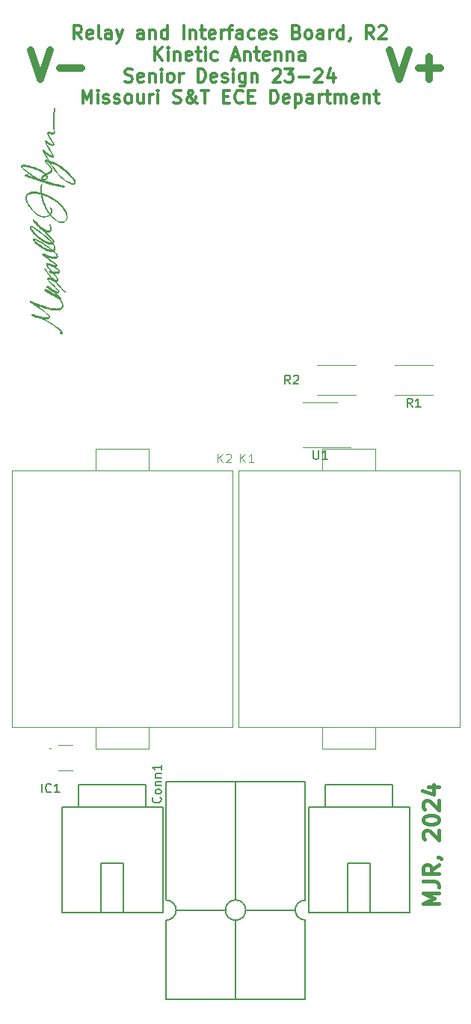
<source format=gbr>
%TF.GenerationSoftware,KiCad,Pcbnew,7.0.2*%
%TF.CreationDate,2024-03-28T21:29:25-05:00*%
%TF.ProjectId,Relay_board_hardware,52656c61-795f-4626-9f61-72645f686172,rev?*%
%TF.SameCoordinates,Original*%
%TF.FileFunction,Legend,Top*%
%TF.FilePolarity,Positive*%
%FSLAX46Y46*%
G04 Gerber Fmt 4.6, Leading zero omitted, Abs format (unit mm)*
G04 Created by KiCad (PCBNEW 7.0.2) date 2024-03-28 21:29:25*
%MOMM*%
%LPD*%
G01*
G04 APERTURE LIST*
%ADD10C,0.444500*%
%ADD11C,0.300000*%
%ADD12C,0.812800*%
%ADD13C,0.150000*%
%ADD14C,0.100000*%
%ADD15C,0.152400*%
%ADD16C,0.120000*%
%ADD17C,0.010000*%
G04 APERTURE END LIST*
D10*
X175447537Y-151341666D02*
X173669537Y-151341666D01*
X173669537Y-151341666D02*
X174939537Y-150749000D01*
X174939537Y-150749000D02*
X173669537Y-150156333D01*
X173669537Y-150156333D02*
X175447537Y-150156333D01*
X173669537Y-148801666D02*
X174939537Y-148801666D01*
X174939537Y-148801666D02*
X175193537Y-148886333D01*
X175193537Y-148886333D02*
X175362871Y-149055666D01*
X175362871Y-149055666D02*
X175447537Y-149309666D01*
X175447537Y-149309666D02*
X175447537Y-149479000D01*
X175447537Y-146938999D02*
X174600871Y-147531666D01*
X175447537Y-147954999D02*
X173669537Y-147954999D01*
X173669537Y-147954999D02*
X173669537Y-147277666D01*
X173669537Y-147277666D02*
X173754204Y-147108333D01*
X173754204Y-147108333D02*
X173838871Y-147023666D01*
X173838871Y-147023666D02*
X174008204Y-146938999D01*
X174008204Y-146938999D02*
X174262204Y-146938999D01*
X174262204Y-146938999D02*
X174431537Y-147023666D01*
X174431537Y-147023666D02*
X174516204Y-147108333D01*
X174516204Y-147108333D02*
X174600871Y-147277666D01*
X174600871Y-147277666D02*
X174600871Y-147954999D01*
X175362871Y-146092333D02*
X175447537Y-146092333D01*
X175447537Y-146092333D02*
X175616871Y-146176999D01*
X175616871Y-146176999D02*
X175701537Y-146261666D01*
X173838871Y-144060332D02*
X173754204Y-143975665D01*
X173754204Y-143975665D02*
X173669537Y-143806332D01*
X173669537Y-143806332D02*
X173669537Y-143382999D01*
X173669537Y-143382999D02*
X173754204Y-143213665D01*
X173754204Y-143213665D02*
X173838871Y-143128999D01*
X173838871Y-143128999D02*
X174008204Y-143044332D01*
X174008204Y-143044332D02*
X174177537Y-143044332D01*
X174177537Y-143044332D02*
X174431537Y-143128999D01*
X174431537Y-143128999D02*
X175447537Y-144144999D01*
X175447537Y-144144999D02*
X175447537Y-143044332D01*
X173669537Y-141943666D02*
X173669537Y-141774332D01*
X173669537Y-141774332D02*
X173754204Y-141604999D01*
X173754204Y-141604999D02*
X173838871Y-141520332D01*
X173838871Y-141520332D02*
X174008204Y-141435666D01*
X174008204Y-141435666D02*
X174346871Y-141350999D01*
X174346871Y-141350999D02*
X174770204Y-141350999D01*
X174770204Y-141350999D02*
X175108871Y-141435666D01*
X175108871Y-141435666D02*
X175278204Y-141520332D01*
X175278204Y-141520332D02*
X175362871Y-141604999D01*
X175362871Y-141604999D02*
X175447537Y-141774332D01*
X175447537Y-141774332D02*
X175447537Y-141943666D01*
X175447537Y-141943666D02*
X175362871Y-142112999D01*
X175362871Y-142112999D02*
X175278204Y-142197666D01*
X175278204Y-142197666D02*
X175108871Y-142282332D01*
X175108871Y-142282332D02*
X174770204Y-142366999D01*
X174770204Y-142366999D02*
X174346871Y-142366999D01*
X174346871Y-142366999D02*
X174008204Y-142282332D01*
X174008204Y-142282332D02*
X173838871Y-142197666D01*
X173838871Y-142197666D02*
X173754204Y-142112999D01*
X173754204Y-142112999D02*
X173669537Y-141943666D01*
X173838871Y-140673666D02*
X173754204Y-140588999D01*
X173754204Y-140588999D02*
X173669537Y-140419666D01*
X173669537Y-140419666D02*
X173669537Y-139996333D01*
X173669537Y-139996333D02*
X173754204Y-139826999D01*
X173754204Y-139826999D02*
X173838871Y-139742333D01*
X173838871Y-139742333D02*
X174008204Y-139657666D01*
X174008204Y-139657666D02*
X174177537Y-139657666D01*
X174177537Y-139657666D02*
X174431537Y-139742333D01*
X174431537Y-139742333D02*
X175447537Y-140758333D01*
X175447537Y-140758333D02*
X175447537Y-139657666D01*
X174262204Y-138133666D02*
X175447537Y-138133666D01*
X173584871Y-138557000D02*
X174854871Y-138980333D01*
X174854871Y-138980333D02*
X174854871Y-137879666D01*
D11*
X134979286Y-53486428D02*
X134479286Y-52772142D01*
X134122143Y-53486428D02*
X134122143Y-51986428D01*
X134122143Y-51986428D02*
X134693572Y-51986428D01*
X134693572Y-51986428D02*
X134836429Y-52057857D01*
X134836429Y-52057857D02*
X134907858Y-52129285D01*
X134907858Y-52129285D02*
X134979286Y-52272142D01*
X134979286Y-52272142D02*
X134979286Y-52486428D01*
X134979286Y-52486428D02*
X134907858Y-52629285D01*
X134907858Y-52629285D02*
X134836429Y-52700714D01*
X134836429Y-52700714D02*
X134693572Y-52772142D01*
X134693572Y-52772142D02*
X134122143Y-52772142D01*
X136193572Y-53415000D02*
X136050715Y-53486428D01*
X136050715Y-53486428D02*
X135765001Y-53486428D01*
X135765001Y-53486428D02*
X135622143Y-53415000D01*
X135622143Y-53415000D02*
X135550715Y-53272142D01*
X135550715Y-53272142D02*
X135550715Y-52700714D01*
X135550715Y-52700714D02*
X135622143Y-52557857D01*
X135622143Y-52557857D02*
X135765001Y-52486428D01*
X135765001Y-52486428D02*
X136050715Y-52486428D01*
X136050715Y-52486428D02*
X136193572Y-52557857D01*
X136193572Y-52557857D02*
X136265001Y-52700714D01*
X136265001Y-52700714D02*
X136265001Y-52843571D01*
X136265001Y-52843571D02*
X135550715Y-52986428D01*
X137122143Y-53486428D02*
X136979286Y-53415000D01*
X136979286Y-53415000D02*
X136907857Y-53272142D01*
X136907857Y-53272142D02*
X136907857Y-51986428D01*
X138336429Y-53486428D02*
X138336429Y-52700714D01*
X138336429Y-52700714D02*
X138265000Y-52557857D01*
X138265000Y-52557857D02*
X138122143Y-52486428D01*
X138122143Y-52486428D02*
X137836429Y-52486428D01*
X137836429Y-52486428D02*
X137693571Y-52557857D01*
X138336429Y-53415000D02*
X138193571Y-53486428D01*
X138193571Y-53486428D02*
X137836429Y-53486428D01*
X137836429Y-53486428D02*
X137693571Y-53415000D01*
X137693571Y-53415000D02*
X137622143Y-53272142D01*
X137622143Y-53272142D02*
X137622143Y-53129285D01*
X137622143Y-53129285D02*
X137693571Y-52986428D01*
X137693571Y-52986428D02*
X137836429Y-52915000D01*
X137836429Y-52915000D02*
X138193571Y-52915000D01*
X138193571Y-52915000D02*
X138336429Y-52843571D01*
X138907857Y-52486428D02*
X139265000Y-53486428D01*
X139622143Y-52486428D02*
X139265000Y-53486428D01*
X139265000Y-53486428D02*
X139122143Y-53843571D01*
X139122143Y-53843571D02*
X139050714Y-53915000D01*
X139050714Y-53915000D02*
X138907857Y-53986428D01*
X141979286Y-53486428D02*
X141979286Y-52700714D01*
X141979286Y-52700714D02*
X141907857Y-52557857D01*
X141907857Y-52557857D02*
X141765000Y-52486428D01*
X141765000Y-52486428D02*
X141479286Y-52486428D01*
X141479286Y-52486428D02*
X141336428Y-52557857D01*
X141979286Y-53415000D02*
X141836428Y-53486428D01*
X141836428Y-53486428D02*
X141479286Y-53486428D01*
X141479286Y-53486428D02*
X141336428Y-53415000D01*
X141336428Y-53415000D02*
X141265000Y-53272142D01*
X141265000Y-53272142D02*
X141265000Y-53129285D01*
X141265000Y-53129285D02*
X141336428Y-52986428D01*
X141336428Y-52986428D02*
X141479286Y-52915000D01*
X141479286Y-52915000D02*
X141836428Y-52915000D01*
X141836428Y-52915000D02*
X141979286Y-52843571D01*
X142693571Y-52486428D02*
X142693571Y-53486428D01*
X142693571Y-52629285D02*
X142765000Y-52557857D01*
X142765000Y-52557857D02*
X142907857Y-52486428D01*
X142907857Y-52486428D02*
X143122143Y-52486428D01*
X143122143Y-52486428D02*
X143265000Y-52557857D01*
X143265000Y-52557857D02*
X143336429Y-52700714D01*
X143336429Y-52700714D02*
X143336429Y-53486428D01*
X144693572Y-53486428D02*
X144693572Y-51986428D01*
X144693572Y-53415000D02*
X144550714Y-53486428D01*
X144550714Y-53486428D02*
X144265000Y-53486428D01*
X144265000Y-53486428D02*
X144122143Y-53415000D01*
X144122143Y-53415000D02*
X144050714Y-53343571D01*
X144050714Y-53343571D02*
X143979286Y-53200714D01*
X143979286Y-53200714D02*
X143979286Y-52772142D01*
X143979286Y-52772142D02*
X144050714Y-52629285D01*
X144050714Y-52629285D02*
X144122143Y-52557857D01*
X144122143Y-52557857D02*
X144265000Y-52486428D01*
X144265000Y-52486428D02*
X144550714Y-52486428D01*
X144550714Y-52486428D02*
X144693572Y-52557857D01*
X146550714Y-53486428D02*
X146550714Y-51986428D01*
X147265000Y-52486428D02*
X147265000Y-53486428D01*
X147265000Y-52629285D02*
X147336429Y-52557857D01*
X147336429Y-52557857D02*
X147479286Y-52486428D01*
X147479286Y-52486428D02*
X147693572Y-52486428D01*
X147693572Y-52486428D02*
X147836429Y-52557857D01*
X147836429Y-52557857D02*
X147907858Y-52700714D01*
X147907858Y-52700714D02*
X147907858Y-53486428D01*
X148407858Y-52486428D02*
X148979286Y-52486428D01*
X148622143Y-51986428D02*
X148622143Y-53272142D01*
X148622143Y-53272142D02*
X148693572Y-53415000D01*
X148693572Y-53415000D02*
X148836429Y-53486428D01*
X148836429Y-53486428D02*
X148979286Y-53486428D01*
X150050715Y-53415000D02*
X149907858Y-53486428D01*
X149907858Y-53486428D02*
X149622144Y-53486428D01*
X149622144Y-53486428D02*
X149479286Y-53415000D01*
X149479286Y-53415000D02*
X149407858Y-53272142D01*
X149407858Y-53272142D02*
X149407858Y-52700714D01*
X149407858Y-52700714D02*
X149479286Y-52557857D01*
X149479286Y-52557857D02*
X149622144Y-52486428D01*
X149622144Y-52486428D02*
X149907858Y-52486428D01*
X149907858Y-52486428D02*
X150050715Y-52557857D01*
X150050715Y-52557857D02*
X150122144Y-52700714D01*
X150122144Y-52700714D02*
X150122144Y-52843571D01*
X150122144Y-52843571D02*
X149407858Y-52986428D01*
X150765000Y-53486428D02*
X150765000Y-52486428D01*
X150765000Y-52772142D02*
X150836429Y-52629285D01*
X150836429Y-52629285D02*
X150907858Y-52557857D01*
X150907858Y-52557857D02*
X151050715Y-52486428D01*
X151050715Y-52486428D02*
X151193572Y-52486428D01*
X151479286Y-52486428D02*
X152050714Y-52486428D01*
X151693571Y-53486428D02*
X151693571Y-52200714D01*
X151693571Y-52200714D02*
X151765000Y-52057857D01*
X151765000Y-52057857D02*
X151907857Y-51986428D01*
X151907857Y-51986428D02*
X152050714Y-51986428D01*
X153193572Y-53486428D02*
X153193572Y-52700714D01*
X153193572Y-52700714D02*
X153122143Y-52557857D01*
X153122143Y-52557857D02*
X152979286Y-52486428D01*
X152979286Y-52486428D02*
X152693572Y-52486428D01*
X152693572Y-52486428D02*
X152550714Y-52557857D01*
X153193572Y-53415000D02*
X153050714Y-53486428D01*
X153050714Y-53486428D02*
X152693572Y-53486428D01*
X152693572Y-53486428D02*
X152550714Y-53415000D01*
X152550714Y-53415000D02*
X152479286Y-53272142D01*
X152479286Y-53272142D02*
X152479286Y-53129285D01*
X152479286Y-53129285D02*
X152550714Y-52986428D01*
X152550714Y-52986428D02*
X152693572Y-52915000D01*
X152693572Y-52915000D02*
X153050714Y-52915000D01*
X153050714Y-52915000D02*
X153193572Y-52843571D01*
X154550715Y-53415000D02*
X154407857Y-53486428D01*
X154407857Y-53486428D02*
X154122143Y-53486428D01*
X154122143Y-53486428D02*
X153979286Y-53415000D01*
X153979286Y-53415000D02*
X153907857Y-53343571D01*
X153907857Y-53343571D02*
X153836429Y-53200714D01*
X153836429Y-53200714D02*
X153836429Y-52772142D01*
X153836429Y-52772142D02*
X153907857Y-52629285D01*
X153907857Y-52629285D02*
X153979286Y-52557857D01*
X153979286Y-52557857D02*
X154122143Y-52486428D01*
X154122143Y-52486428D02*
X154407857Y-52486428D01*
X154407857Y-52486428D02*
X154550715Y-52557857D01*
X155765000Y-53415000D02*
X155622143Y-53486428D01*
X155622143Y-53486428D02*
X155336429Y-53486428D01*
X155336429Y-53486428D02*
X155193571Y-53415000D01*
X155193571Y-53415000D02*
X155122143Y-53272142D01*
X155122143Y-53272142D02*
X155122143Y-52700714D01*
X155122143Y-52700714D02*
X155193571Y-52557857D01*
X155193571Y-52557857D02*
X155336429Y-52486428D01*
X155336429Y-52486428D02*
X155622143Y-52486428D01*
X155622143Y-52486428D02*
X155765000Y-52557857D01*
X155765000Y-52557857D02*
X155836429Y-52700714D01*
X155836429Y-52700714D02*
X155836429Y-52843571D01*
X155836429Y-52843571D02*
X155122143Y-52986428D01*
X156407857Y-53415000D02*
X156550714Y-53486428D01*
X156550714Y-53486428D02*
X156836428Y-53486428D01*
X156836428Y-53486428D02*
X156979285Y-53415000D01*
X156979285Y-53415000D02*
X157050714Y-53272142D01*
X157050714Y-53272142D02*
X157050714Y-53200714D01*
X157050714Y-53200714D02*
X156979285Y-53057857D01*
X156979285Y-53057857D02*
X156836428Y-52986428D01*
X156836428Y-52986428D02*
X156622143Y-52986428D01*
X156622143Y-52986428D02*
X156479285Y-52915000D01*
X156479285Y-52915000D02*
X156407857Y-52772142D01*
X156407857Y-52772142D02*
X156407857Y-52700714D01*
X156407857Y-52700714D02*
X156479285Y-52557857D01*
X156479285Y-52557857D02*
X156622143Y-52486428D01*
X156622143Y-52486428D02*
X156836428Y-52486428D01*
X156836428Y-52486428D02*
X156979285Y-52557857D01*
X159336428Y-52700714D02*
X159550714Y-52772142D01*
X159550714Y-52772142D02*
X159622143Y-52843571D01*
X159622143Y-52843571D02*
X159693571Y-52986428D01*
X159693571Y-52986428D02*
X159693571Y-53200714D01*
X159693571Y-53200714D02*
X159622143Y-53343571D01*
X159622143Y-53343571D02*
X159550714Y-53415000D01*
X159550714Y-53415000D02*
X159407857Y-53486428D01*
X159407857Y-53486428D02*
X158836428Y-53486428D01*
X158836428Y-53486428D02*
X158836428Y-51986428D01*
X158836428Y-51986428D02*
X159336428Y-51986428D01*
X159336428Y-51986428D02*
X159479286Y-52057857D01*
X159479286Y-52057857D02*
X159550714Y-52129285D01*
X159550714Y-52129285D02*
X159622143Y-52272142D01*
X159622143Y-52272142D02*
X159622143Y-52415000D01*
X159622143Y-52415000D02*
X159550714Y-52557857D01*
X159550714Y-52557857D02*
X159479286Y-52629285D01*
X159479286Y-52629285D02*
X159336428Y-52700714D01*
X159336428Y-52700714D02*
X158836428Y-52700714D01*
X160550714Y-53486428D02*
X160407857Y-53415000D01*
X160407857Y-53415000D02*
X160336428Y-53343571D01*
X160336428Y-53343571D02*
X160265000Y-53200714D01*
X160265000Y-53200714D02*
X160265000Y-52772142D01*
X160265000Y-52772142D02*
X160336428Y-52629285D01*
X160336428Y-52629285D02*
X160407857Y-52557857D01*
X160407857Y-52557857D02*
X160550714Y-52486428D01*
X160550714Y-52486428D02*
X160765000Y-52486428D01*
X160765000Y-52486428D02*
X160907857Y-52557857D01*
X160907857Y-52557857D02*
X160979286Y-52629285D01*
X160979286Y-52629285D02*
X161050714Y-52772142D01*
X161050714Y-52772142D02*
X161050714Y-53200714D01*
X161050714Y-53200714D02*
X160979286Y-53343571D01*
X160979286Y-53343571D02*
X160907857Y-53415000D01*
X160907857Y-53415000D02*
X160765000Y-53486428D01*
X160765000Y-53486428D02*
X160550714Y-53486428D01*
X162336429Y-53486428D02*
X162336429Y-52700714D01*
X162336429Y-52700714D02*
X162265000Y-52557857D01*
X162265000Y-52557857D02*
X162122143Y-52486428D01*
X162122143Y-52486428D02*
X161836429Y-52486428D01*
X161836429Y-52486428D02*
X161693571Y-52557857D01*
X162336429Y-53415000D02*
X162193571Y-53486428D01*
X162193571Y-53486428D02*
X161836429Y-53486428D01*
X161836429Y-53486428D02*
X161693571Y-53415000D01*
X161693571Y-53415000D02*
X161622143Y-53272142D01*
X161622143Y-53272142D02*
X161622143Y-53129285D01*
X161622143Y-53129285D02*
X161693571Y-52986428D01*
X161693571Y-52986428D02*
X161836429Y-52915000D01*
X161836429Y-52915000D02*
X162193571Y-52915000D01*
X162193571Y-52915000D02*
X162336429Y-52843571D01*
X163050714Y-53486428D02*
X163050714Y-52486428D01*
X163050714Y-52772142D02*
X163122143Y-52629285D01*
X163122143Y-52629285D02*
X163193572Y-52557857D01*
X163193572Y-52557857D02*
X163336429Y-52486428D01*
X163336429Y-52486428D02*
X163479286Y-52486428D01*
X164622143Y-53486428D02*
X164622143Y-51986428D01*
X164622143Y-53415000D02*
X164479285Y-53486428D01*
X164479285Y-53486428D02*
X164193571Y-53486428D01*
X164193571Y-53486428D02*
X164050714Y-53415000D01*
X164050714Y-53415000D02*
X163979285Y-53343571D01*
X163979285Y-53343571D02*
X163907857Y-53200714D01*
X163907857Y-53200714D02*
X163907857Y-52772142D01*
X163907857Y-52772142D02*
X163979285Y-52629285D01*
X163979285Y-52629285D02*
X164050714Y-52557857D01*
X164050714Y-52557857D02*
X164193571Y-52486428D01*
X164193571Y-52486428D02*
X164479285Y-52486428D01*
X164479285Y-52486428D02*
X164622143Y-52557857D01*
X165407857Y-53415000D02*
X165407857Y-53486428D01*
X165407857Y-53486428D02*
X165336428Y-53629285D01*
X165336428Y-53629285D02*
X165265000Y-53700714D01*
X168050714Y-53486428D02*
X167550714Y-52772142D01*
X167193571Y-53486428D02*
X167193571Y-51986428D01*
X167193571Y-51986428D02*
X167765000Y-51986428D01*
X167765000Y-51986428D02*
X167907857Y-52057857D01*
X167907857Y-52057857D02*
X167979286Y-52129285D01*
X167979286Y-52129285D02*
X168050714Y-52272142D01*
X168050714Y-52272142D02*
X168050714Y-52486428D01*
X168050714Y-52486428D02*
X167979286Y-52629285D01*
X167979286Y-52629285D02*
X167907857Y-52700714D01*
X167907857Y-52700714D02*
X167765000Y-52772142D01*
X167765000Y-52772142D02*
X167193571Y-52772142D01*
X168622143Y-52129285D02*
X168693571Y-52057857D01*
X168693571Y-52057857D02*
X168836429Y-51986428D01*
X168836429Y-51986428D02*
X169193571Y-51986428D01*
X169193571Y-51986428D02*
X169336429Y-52057857D01*
X169336429Y-52057857D02*
X169407857Y-52129285D01*
X169407857Y-52129285D02*
X169479286Y-52272142D01*
X169479286Y-52272142D02*
X169479286Y-52415000D01*
X169479286Y-52415000D02*
X169407857Y-52629285D01*
X169407857Y-52629285D02*
X168550714Y-53486428D01*
X168550714Y-53486428D02*
X169479286Y-53486428D01*
X143264999Y-55916428D02*
X143264999Y-54416428D01*
X144122142Y-55916428D02*
X143479285Y-55059285D01*
X144122142Y-54416428D02*
X143264999Y-55273571D01*
X144764999Y-55916428D02*
X144764999Y-54916428D01*
X144764999Y-54416428D02*
X144693571Y-54487857D01*
X144693571Y-54487857D02*
X144764999Y-54559285D01*
X144764999Y-54559285D02*
X144836428Y-54487857D01*
X144836428Y-54487857D02*
X144764999Y-54416428D01*
X144764999Y-54416428D02*
X144764999Y-54559285D01*
X145479285Y-54916428D02*
X145479285Y-55916428D01*
X145479285Y-55059285D02*
X145550714Y-54987857D01*
X145550714Y-54987857D02*
X145693571Y-54916428D01*
X145693571Y-54916428D02*
X145907857Y-54916428D01*
X145907857Y-54916428D02*
X146050714Y-54987857D01*
X146050714Y-54987857D02*
X146122143Y-55130714D01*
X146122143Y-55130714D02*
X146122143Y-55916428D01*
X147407857Y-55845000D02*
X147265000Y-55916428D01*
X147265000Y-55916428D02*
X146979286Y-55916428D01*
X146979286Y-55916428D02*
X146836428Y-55845000D01*
X146836428Y-55845000D02*
X146765000Y-55702142D01*
X146765000Y-55702142D02*
X146765000Y-55130714D01*
X146765000Y-55130714D02*
X146836428Y-54987857D01*
X146836428Y-54987857D02*
X146979286Y-54916428D01*
X146979286Y-54916428D02*
X147265000Y-54916428D01*
X147265000Y-54916428D02*
X147407857Y-54987857D01*
X147407857Y-54987857D02*
X147479286Y-55130714D01*
X147479286Y-55130714D02*
X147479286Y-55273571D01*
X147479286Y-55273571D02*
X146765000Y-55416428D01*
X147907857Y-54916428D02*
X148479285Y-54916428D01*
X148122142Y-54416428D02*
X148122142Y-55702142D01*
X148122142Y-55702142D02*
X148193571Y-55845000D01*
X148193571Y-55845000D02*
X148336428Y-55916428D01*
X148336428Y-55916428D02*
X148479285Y-55916428D01*
X148979285Y-55916428D02*
X148979285Y-54916428D01*
X148979285Y-54416428D02*
X148907857Y-54487857D01*
X148907857Y-54487857D02*
X148979285Y-54559285D01*
X148979285Y-54559285D02*
X149050714Y-54487857D01*
X149050714Y-54487857D02*
X148979285Y-54416428D01*
X148979285Y-54416428D02*
X148979285Y-54559285D01*
X150336429Y-55845000D02*
X150193571Y-55916428D01*
X150193571Y-55916428D02*
X149907857Y-55916428D01*
X149907857Y-55916428D02*
X149765000Y-55845000D01*
X149765000Y-55845000D02*
X149693571Y-55773571D01*
X149693571Y-55773571D02*
X149622143Y-55630714D01*
X149622143Y-55630714D02*
X149622143Y-55202142D01*
X149622143Y-55202142D02*
X149693571Y-55059285D01*
X149693571Y-55059285D02*
X149765000Y-54987857D01*
X149765000Y-54987857D02*
X149907857Y-54916428D01*
X149907857Y-54916428D02*
X150193571Y-54916428D01*
X150193571Y-54916428D02*
X150336429Y-54987857D01*
X152050714Y-55487857D02*
X152765000Y-55487857D01*
X151907857Y-55916428D02*
X152407857Y-54416428D01*
X152407857Y-54416428D02*
X152907857Y-55916428D01*
X153407856Y-54916428D02*
X153407856Y-55916428D01*
X153407856Y-55059285D02*
X153479285Y-54987857D01*
X153479285Y-54987857D02*
X153622142Y-54916428D01*
X153622142Y-54916428D02*
X153836428Y-54916428D01*
X153836428Y-54916428D02*
X153979285Y-54987857D01*
X153979285Y-54987857D02*
X154050714Y-55130714D01*
X154050714Y-55130714D02*
X154050714Y-55916428D01*
X154550714Y-54916428D02*
X155122142Y-54916428D01*
X154764999Y-54416428D02*
X154764999Y-55702142D01*
X154764999Y-55702142D02*
X154836428Y-55845000D01*
X154836428Y-55845000D02*
X154979285Y-55916428D01*
X154979285Y-55916428D02*
X155122142Y-55916428D01*
X156193571Y-55845000D02*
X156050714Y-55916428D01*
X156050714Y-55916428D02*
X155765000Y-55916428D01*
X155765000Y-55916428D02*
X155622142Y-55845000D01*
X155622142Y-55845000D02*
X155550714Y-55702142D01*
X155550714Y-55702142D02*
X155550714Y-55130714D01*
X155550714Y-55130714D02*
X155622142Y-54987857D01*
X155622142Y-54987857D02*
X155765000Y-54916428D01*
X155765000Y-54916428D02*
X156050714Y-54916428D01*
X156050714Y-54916428D02*
X156193571Y-54987857D01*
X156193571Y-54987857D02*
X156265000Y-55130714D01*
X156265000Y-55130714D02*
X156265000Y-55273571D01*
X156265000Y-55273571D02*
X155550714Y-55416428D01*
X156907856Y-54916428D02*
X156907856Y-55916428D01*
X156907856Y-55059285D02*
X156979285Y-54987857D01*
X156979285Y-54987857D02*
X157122142Y-54916428D01*
X157122142Y-54916428D02*
X157336428Y-54916428D01*
X157336428Y-54916428D02*
X157479285Y-54987857D01*
X157479285Y-54987857D02*
X157550714Y-55130714D01*
X157550714Y-55130714D02*
X157550714Y-55916428D01*
X158264999Y-54916428D02*
X158264999Y-55916428D01*
X158264999Y-55059285D02*
X158336428Y-54987857D01*
X158336428Y-54987857D02*
X158479285Y-54916428D01*
X158479285Y-54916428D02*
X158693571Y-54916428D01*
X158693571Y-54916428D02*
X158836428Y-54987857D01*
X158836428Y-54987857D02*
X158907857Y-55130714D01*
X158907857Y-55130714D02*
X158907857Y-55916428D01*
X160265000Y-55916428D02*
X160265000Y-55130714D01*
X160265000Y-55130714D02*
X160193571Y-54987857D01*
X160193571Y-54987857D02*
X160050714Y-54916428D01*
X160050714Y-54916428D02*
X159765000Y-54916428D01*
X159765000Y-54916428D02*
X159622142Y-54987857D01*
X160265000Y-55845000D02*
X160122142Y-55916428D01*
X160122142Y-55916428D02*
X159765000Y-55916428D01*
X159765000Y-55916428D02*
X159622142Y-55845000D01*
X159622142Y-55845000D02*
X159550714Y-55702142D01*
X159550714Y-55702142D02*
X159550714Y-55559285D01*
X159550714Y-55559285D02*
X159622142Y-55416428D01*
X159622142Y-55416428D02*
X159765000Y-55345000D01*
X159765000Y-55345000D02*
X160122142Y-55345000D01*
X160122142Y-55345000D02*
X160265000Y-55273571D01*
X139872144Y-58275000D02*
X140086430Y-58346428D01*
X140086430Y-58346428D02*
X140443572Y-58346428D01*
X140443572Y-58346428D02*
X140586430Y-58275000D01*
X140586430Y-58275000D02*
X140657858Y-58203571D01*
X140657858Y-58203571D02*
X140729287Y-58060714D01*
X140729287Y-58060714D02*
X140729287Y-57917857D01*
X140729287Y-57917857D02*
X140657858Y-57775000D01*
X140657858Y-57775000D02*
X140586430Y-57703571D01*
X140586430Y-57703571D02*
X140443572Y-57632142D01*
X140443572Y-57632142D02*
X140157858Y-57560714D01*
X140157858Y-57560714D02*
X140015001Y-57489285D01*
X140015001Y-57489285D02*
X139943572Y-57417857D01*
X139943572Y-57417857D02*
X139872144Y-57275000D01*
X139872144Y-57275000D02*
X139872144Y-57132142D01*
X139872144Y-57132142D02*
X139943572Y-56989285D01*
X139943572Y-56989285D02*
X140015001Y-56917857D01*
X140015001Y-56917857D02*
X140157858Y-56846428D01*
X140157858Y-56846428D02*
X140515001Y-56846428D01*
X140515001Y-56846428D02*
X140729287Y-56917857D01*
X141943572Y-58275000D02*
X141800715Y-58346428D01*
X141800715Y-58346428D02*
X141515001Y-58346428D01*
X141515001Y-58346428D02*
X141372143Y-58275000D01*
X141372143Y-58275000D02*
X141300715Y-58132142D01*
X141300715Y-58132142D02*
X141300715Y-57560714D01*
X141300715Y-57560714D02*
X141372143Y-57417857D01*
X141372143Y-57417857D02*
X141515001Y-57346428D01*
X141515001Y-57346428D02*
X141800715Y-57346428D01*
X141800715Y-57346428D02*
X141943572Y-57417857D01*
X141943572Y-57417857D02*
X142015001Y-57560714D01*
X142015001Y-57560714D02*
X142015001Y-57703571D01*
X142015001Y-57703571D02*
X141300715Y-57846428D01*
X142657857Y-57346428D02*
X142657857Y-58346428D01*
X142657857Y-57489285D02*
X142729286Y-57417857D01*
X142729286Y-57417857D02*
X142872143Y-57346428D01*
X142872143Y-57346428D02*
X143086429Y-57346428D01*
X143086429Y-57346428D02*
X143229286Y-57417857D01*
X143229286Y-57417857D02*
X143300715Y-57560714D01*
X143300715Y-57560714D02*
X143300715Y-58346428D01*
X144015000Y-58346428D02*
X144015000Y-57346428D01*
X144015000Y-56846428D02*
X143943572Y-56917857D01*
X143943572Y-56917857D02*
X144015000Y-56989285D01*
X144015000Y-56989285D02*
X144086429Y-56917857D01*
X144086429Y-56917857D02*
X144015000Y-56846428D01*
X144015000Y-56846428D02*
X144015000Y-56989285D01*
X144943572Y-58346428D02*
X144800715Y-58275000D01*
X144800715Y-58275000D02*
X144729286Y-58203571D01*
X144729286Y-58203571D02*
X144657858Y-58060714D01*
X144657858Y-58060714D02*
X144657858Y-57632142D01*
X144657858Y-57632142D02*
X144729286Y-57489285D01*
X144729286Y-57489285D02*
X144800715Y-57417857D01*
X144800715Y-57417857D02*
X144943572Y-57346428D01*
X144943572Y-57346428D02*
X145157858Y-57346428D01*
X145157858Y-57346428D02*
X145300715Y-57417857D01*
X145300715Y-57417857D02*
X145372144Y-57489285D01*
X145372144Y-57489285D02*
X145443572Y-57632142D01*
X145443572Y-57632142D02*
X145443572Y-58060714D01*
X145443572Y-58060714D02*
X145372144Y-58203571D01*
X145372144Y-58203571D02*
X145300715Y-58275000D01*
X145300715Y-58275000D02*
X145157858Y-58346428D01*
X145157858Y-58346428D02*
X144943572Y-58346428D01*
X146086429Y-58346428D02*
X146086429Y-57346428D01*
X146086429Y-57632142D02*
X146157858Y-57489285D01*
X146157858Y-57489285D02*
X146229287Y-57417857D01*
X146229287Y-57417857D02*
X146372144Y-57346428D01*
X146372144Y-57346428D02*
X146515001Y-57346428D01*
X148157857Y-58346428D02*
X148157857Y-56846428D01*
X148157857Y-56846428D02*
X148515000Y-56846428D01*
X148515000Y-56846428D02*
X148729286Y-56917857D01*
X148729286Y-56917857D02*
X148872143Y-57060714D01*
X148872143Y-57060714D02*
X148943572Y-57203571D01*
X148943572Y-57203571D02*
X149015000Y-57489285D01*
X149015000Y-57489285D02*
X149015000Y-57703571D01*
X149015000Y-57703571D02*
X148943572Y-57989285D01*
X148943572Y-57989285D02*
X148872143Y-58132142D01*
X148872143Y-58132142D02*
X148729286Y-58275000D01*
X148729286Y-58275000D02*
X148515000Y-58346428D01*
X148515000Y-58346428D02*
X148157857Y-58346428D01*
X150229286Y-58275000D02*
X150086429Y-58346428D01*
X150086429Y-58346428D02*
X149800715Y-58346428D01*
X149800715Y-58346428D02*
X149657857Y-58275000D01*
X149657857Y-58275000D02*
X149586429Y-58132142D01*
X149586429Y-58132142D02*
X149586429Y-57560714D01*
X149586429Y-57560714D02*
X149657857Y-57417857D01*
X149657857Y-57417857D02*
X149800715Y-57346428D01*
X149800715Y-57346428D02*
X150086429Y-57346428D01*
X150086429Y-57346428D02*
X150229286Y-57417857D01*
X150229286Y-57417857D02*
X150300715Y-57560714D01*
X150300715Y-57560714D02*
X150300715Y-57703571D01*
X150300715Y-57703571D02*
X149586429Y-57846428D01*
X150872143Y-58275000D02*
X151015000Y-58346428D01*
X151015000Y-58346428D02*
X151300714Y-58346428D01*
X151300714Y-58346428D02*
X151443571Y-58275000D01*
X151443571Y-58275000D02*
X151515000Y-58132142D01*
X151515000Y-58132142D02*
X151515000Y-58060714D01*
X151515000Y-58060714D02*
X151443571Y-57917857D01*
X151443571Y-57917857D02*
X151300714Y-57846428D01*
X151300714Y-57846428D02*
X151086429Y-57846428D01*
X151086429Y-57846428D02*
X150943571Y-57775000D01*
X150943571Y-57775000D02*
X150872143Y-57632142D01*
X150872143Y-57632142D02*
X150872143Y-57560714D01*
X150872143Y-57560714D02*
X150943571Y-57417857D01*
X150943571Y-57417857D02*
X151086429Y-57346428D01*
X151086429Y-57346428D02*
X151300714Y-57346428D01*
X151300714Y-57346428D02*
X151443571Y-57417857D01*
X152157857Y-58346428D02*
X152157857Y-57346428D01*
X152157857Y-56846428D02*
X152086429Y-56917857D01*
X152086429Y-56917857D02*
X152157857Y-56989285D01*
X152157857Y-56989285D02*
X152229286Y-56917857D01*
X152229286Y-56917857D02*
X152157857Y-56846428D01*
X152157857Y-56846428D02*
X152157857Y-56989285D01*
X153515001Y-57346428D02*
X153515001Y-58560714D01*
X153515001Y-58560714D02*
X153443572Y-58703571D01*
X153443572Y-58703571D02*
X153372143Y-58775000D01*
X153372143Y-58775000D02*
X153229286Y-58846428D01*
X153229286Y-58846428D02*
X153015001Y-58846428D01*
X153015001Y-58846428D02*
X152872143Y-58775000D01*
X153515001Y-58275000D02*
X153372143Y-58346428D01*
X153372143Y-58346428D02*
X153086429Y-58346428D01*
X153086429Y-58346428D02*
X152943572Y-58275000D01*
X152943572Y-58275000D02*
X152872143Y-58203571D01*
X152872143Y-58203571D02*
X152800715Y-58060714D01*
X152800715Y-58060714D02*
X152800715Y-57632142D01*
X152800715Y-57632142D02*
X152872143Y-57489285D01*
X152872143Y-57489285D02*
X152943572Y-57417857D01*
X152943572Y-57417857D02*
X153086429Y-57346428D01*
X153086429Y-57346428D02*
X153372143Y-57346428D01*
X153372143Y-57346428D02*
X153515001Y-57417857D01*
X154229286Y-57346428D02*
X154229286Y-58346428D01*
X154229286Y-57489285D02*
X154300715Y-57417857D01*
X154300715Y-57417857D02*
X154443572Y-57346428D01*
X154443572Y-57346428D02*
X154657858Y-57346428D01*
X154657858Y-57346428D02*
X154800715Y-57417857D01*
X154800715Y-57417857D02*
X154872144Y-57560714D01*
X154872144Y-57560714D02*
X154872144Y-58346428D01*
X156657858Y-56989285D02*
X156729286Y-56917857D01*
X156729286Y-56917857D02*
X156872144Y-56846428D01*
X156872144Y-56846428D02*
X157229286Y-56846428D01*
X157229286Y-56846428D02*
X157372144Y-56917857D01*
X157372144Y-56917857D02*
X157443572Y-56989285D01*
X157443572Y-56989285D02*
X157515001Y-57132142D01*
X157515001Y-57132142D02*
X157515001Y-57275000D01*
X157515001Y-57275000D02*
X157443572Y-57489285D01*
X157443572Y-57489285D02*
X156586429Y-58346428D01*
X156586429Y-58346428D02*
X157515001Y-58346428D01*
X158015000Y-56846428D02*
X158943572Y-56846428D01*
X158943572Y-56846428D02*
X158443572Y-57417857D01*
X158443572Y-57417857D02*
X158657857Y-57417857D01*
X158657857Y-57417857D02*
X158800715Y-57489285D01*
X158800715Y-57489285D02*
X158872143Y-57560714D01*
X158872143Y-57560714D02*
X158943572Y-57703571D01*
X158943572Y-57703571D02*
X158943572Y-58060714D01*
X158943572Y-58060714D02*
X158872143Y-58203571D01*
X158872143Y-58203571D02*
X158800715Y-58275000D01*
X158800715Y-58275000D02*
X158657857Y-58346428D01*
X158657857Y-58346428D02*
X158229286Y-58346428D01*
X158229286Y-58346428D02*
X158086429Y-58275000D01*
X158086429Y-58275000D02*
X158015000Y-58203571D01*
X159586428Y-57775000D02*
X160729286Y-57775000D01*
X161372143Y-56989285D02*
X161443571Y-56917857D01*
X161443571Y-56917857D02*
X161586429Y-56846428D01*
X161586429Y-56846428D02*
X161943571Y-56846428D01*
X161943571Y-56846428D02*
X162086429Y-56917857D01*
X162086429Y-56917857D02*
X162157857Y-56989285D01*
X162157857Y-56989285D02*
X162229286Y-57132142D01*
X162229286Y-57132142D02*
X162229286Y-57275000D01*
X162229286Y-57275000D02*
X162157857Y-57489285D01*
X162157857Y-57489285D02*
X161300714Y-58346428D01*
X161300714Y-58346428D02*
X162229286Y-58346428D01*
X163515000Y-57346428D02*
X163515000Y-58346428D01*
X163157857Y-56775000D02*
X162800714Y-57846428D01*
X162800714Y-57846428D02*
X163729285Y-57846428D01*
X135086428Y-60776428D02*
X135086428Y-59276428D01*
X135086428Y-59276428D02*
X135586428Y-60347857D01*
X135586428Y-60347857D02*
X136086428Y-59276428D01*
X136086428Y-59276428D02*
X136086428Y-60776428D01*
X136800714Y-60776428D02*
X136800714Y-59776428D01*
X136800714Y-59276428D02*
X136729286Y-59347857D01*
X136729286Y-59347857D02*
X136800714Y-59419285D01*
X136800714Y-59419285D02*
X136872143Y-59347857D01*
X136872143Y-59347857D02*
X136800714Y-59276428D01*
X136800714Y-59276428D02*
X136800714Y-59419285D01*
X137443572Y-60705000D02*
X137586429Y-60776428D01*
X137586429Y-60776428D02*
X137872143Y-60776428D01*
X137872143Y-60776428D02*
X138015000Y-60705000D01*
X138015000Y-60705000D02*
X138086429Y-60562142D01*
X138086429Y-60562142D02*
X138086429Y-60490714D01*
X138086429Y-60490714D02*
X138015000Y-60347857D01*
X138015000Y-60347857D02*
X137872143Y-60276428D01*
X137872143Y-60276428D02*
X137657858Y-60276428D01*
X137657858Y-60276428D02*
X137515000Y-60205000D01*
X137515000Y-60205000D02*
X137443572Y-60062142D01*
X137443572Y-60062142D02*
X137443572Y-59990714D01*
X137443572Y-59990714D02*
X137515000Y-59847857D01*
X137515000Y-59847857D02*
X137657858Y-59776428D01*
X137657858Y-59776428D02*
X137872143Y-59776428D01*
X137872143Y-59776428D02*
X138015000Y-59847857D01*
X138657858Y-60705000D02*
X138800715Y-60776428D01*
X138800715Y-60776428D02*
X139086429Y-60776428D01*
X139086429Y-60776428D02*
X139229286Y-60705000D01*
X139229286Y-60705000D02*
X139300715Y-60562142D01*
X139300715Y-60562142D02*
X139300715Y-60490714D01*
X139300715Y-60490714D02*
X139229286Y-60347857D01*
X139229286Y-60347857D02*
X139086429Y-60276428D01*
X139086429Y-60276428D02*
X138872144Y-60276428D01*
X138872144Y-60276428D02*
X138729286Y-60205000D01*
X138729286Y-60205000D02*
X138657858Y-60062142D01*
X138657858Y-60062142D02*
X138657858Y-59990714D01*
X138657858Y-59990714D02*
X138729286Y-59847857D01*
X138729286Y-59847857D02*
X138872144Y-59776428D01*
X138872144Y-59776428D02*
X139086429Y-59776428D01*
X139086429Y-59776428D02*
X139229286Y-59847857D01*
X140157858Y-60776428D02*
X140015001Y-60705000D01*
X140015001Y-60705000D02*
X139943572Y-60633571D01*
X139943572Y-60633571D02*
X139872144Y-60490714D01*
X139872144Y-60490714D02*
X139872144Y-60062142D01*
X139872144Y-60062142D02*
X139943572Y-59919285D01*
X139943572Y-59919285D02*
X140015001Y-59847857D01*
X140015001Y-59847857D02*
X140157858Y-59776428D01*
X140157858Y-59776428D02*
X140372144Y-59776428D01*
X140372144Y-59776428D02*
X140515001Y-59847857D01*
X140515001Y-59847857D02*
X140586430Y-59919285D01*
X140586430Y-59919285D02*
X140657858Y-60062142D01*
X140657858Y-60062142D02*
X140657858Y-60490714D01*
X140657858Y-60490714D02*
X140586430Y-60633571D01*
X140586430Y-60633571D02*
X140515001Y-60705000D01*
X140515001Y-60705000D02*
X140372144Y-60776428D01*
X140372144Y-60776428D02*
X140157858Y-60776428D01*
X141943573Y-59776428D02*
X141943573Y-60776428D01*
X141300715Y-59776428D02*
X141300715Y-60562142D01*
X141300715Y-60562142D02*
X141372144Y-60705000D01*
X141372144Y-60705000D02*
X141515001Y-60776428D01*
X141515001Y-60776428D02*
X141729287Y-60776428D01*
X141729287Y-60776428D02*
X141872144Y-60705000D01*
X141872144Y-60705000D02*
X141943573Y-60633571D01*
X142657858Y-60776428D02*
X142657858Y-59776428D01*
X142657858Y-60062142D02*
X142729287Y-59919285D01*
X142729287Y-59919285D02*
X142800716Y-59847857D01*
X142800716Y-59847857D02*
X142943573Y-59776428D01*
X142943573Y-59776428D02*
X143086430Y-59776428D01*
X143586429Y-60776428D02*
X143586429Y-59776428D01*
X143586429Y-59276428D02*
X143515001Y-59347857D01*
X143515001Y-59347857D02*
X143586429Y-59419285D01*
X143586429Y-59419285D02*
X143657858Y-59347857D01*
X143657858Y-59347857D02*
X143586429Y-59276428D01*
X143586429Y-59276428D02*
X143586429Y-59419285D01*
X145372144Y-60705000D02*
X145586430Y-60776428D01*
X145586430Y-60776428D02*
X145943572Y-60776428D01*
X145943572Y-60776428D02*
X146086430Y-60705000D01*
X146086430Y-60705000D02*
X146157858Y-60633571D01*
X146157858Y-60633571D02*
X146229287Y-60490714D01*
X146229287Y-60490714D02*
X146229287Y-60347857D01*
X146229287Y-60347857D02*
X146157858Y-60205000D01*
X146157858Y-60205000D02*
X146086430Y-60133571D01*
X146086430Y-60133571D02*
X145943572Y-60062142D01*
X145943572Y-60062142D02*
X145657858Y-59990714D01*
X145657858Y-59990714D02*
X145515001Y-59919285D01*
X145515001Y-59919285D02*
X145443572Y-59847857D01*
X145443572Y-59847857D02*
X145372144Y-59705000D01*
X145372144Y-59705000D02*
X145372144Y-59562142D01*
X145372144Y-59562142D02*
X145443572Y-59419285D01*
X145443572Y-59419285D02*
X145515001Y-59347857D01*
X145515001Y-59347857D02*
X145657858Y-59276428D01*
X145657858Y-59276428D02*
X146015001Y-59276428D01*
X146015001Y-59276428D02*
X146229287Y-59347857D01*
X148086429Y-60776428D02*
X148015001Y-60776428D01*
X148015001Y-60776428D02*
X147872143Y-60705000D01*
X147872143Y-60705000D02*
X147657858Y-60490714D01*
X147657858Y-60490714D02*
X147300715Y-60062142D01*
X147300715Y-60062142D02*
X147157858Y-59847857D01*
X147157858Y-59847857D02*
X147086429Y-59633571D01*
X147086429Y-59633571D02*
X147086429Y-59490714D01*
X147086429Y-59490714D02*
X147157858Y-59347857D01*
X147157858Y-59347857D02*
X147300715Y-59276428D01*
X147300715Y-59276428D02*
X147372143Y-59276428D01*
X147372143Y-59276428D02*
X147515001Y-59347857D01*
X147515001Y-59347857D02*
X147586429Y-59490714D01*
X147586429Y-59490714D02*
X147586429Y-59562142D01*
X147586429Y-59562142D02*
X147515001Y-59705000D01*
X147515001Y-59705000D02*
X147443572Y-59776428D01*
X147443572Y-59776428D02*
X147015001Y-60062142D01*
X147015001Y-60062142D02*
X146943572Y-60133571D01*
X146943572Y-60133571D02*
X146872143Y-60276428D01*
X146872143Y-60276428D02*
X146872143Y-60490714D01*
X146872143Y-60490714D02*
X146943572Y-60633571D01*
X146943572Y-60633571D02*
X147015001Y-60705000D01*
X147015001Y-60705000D02*
X147157858Y-60776428D01*
X147157858Y-60776428D02*
X147372143Y-60776428D01*
X147372143Y-60776428D02*
X147515001Y-60705000D01*
X147515001Y-60705000D02*
X147586429Y-60633571D01*
X147586429Y-60633571D02*
X147800715Y-60347857D01*
X147800715Y-60347857D02*
X147872143Y-60133571D01*
X147872143Y-60133571D02*
X147872143Y-59990714D01*
X148515001Y-59276428D02*
X149372144Y-59276428D01*
X148943572Y-60776428D02*
X148943572Y-59276428D01*
X151015000Y-59990714D02*
X151515000Y-59990714D01*
X151729286Y-60776428D02*
X151015000Y-60776428D01*
X151015000Y-60776428D02*
X151015000Y-59276428D01*
X151015000Y-59276428D02*
X151729286Y-59276428D01*
X153229286Y-60633571D02*
X153157858Y-60705000D01*
X153157858Y-60705000D02*
X152943572Y-60776428D01*
X152943572Y-60776428D02*
X152800715Y-60776428D01*
X152800715Y-60776428D02*
X152586429Y-60705000D01*
X152586429Y-60705000D02*
X152443572Y-60562142D01*
X152443572Y-60562142D02*
X152372143Y-60419285D01*
X152372143Y-60419285D02*
X152300715Y-60133571D01*
X152300715Y-60133571D02*
X152300715Y-59919285D01*
X152300715Y-59919285D02*
X152372143Y-59633571D01*
X152372143Y-59633571D02*
X152443572Y-59490714D01*
X152443572Y-59490714D02*
X152586429Y-59347857D01*
X152586429Y-59347857D02*
X152800715Y-59276428D01*
X152800715Y-59276428D02*
X152943572Y-59276428D01*
X152943572Y-59276428D02*
X153157858Y-59347857D01*
X153157858Y-59347857D02*
X153229286Y-59419285D01*
X153872143Y-59990714D02*
X154372143Y-59990714D01*
X154586429Y-60776428D02*
X153872143Y-60776428D01*
X153872143Y-60776428D02*
X153872143Y-59276428D01*
X153872143Y-59276428D02*
X154586429Y-59276428D01*
X156372143Y-60776428D02*
X156372143Y-59276428D01*
X156372143Y-59276428D02*
X156729286Y-59276428D01*
X156729286Y-59276428D02*
X156943572Y-59347857D01*
X156943572Y-59347857D02*
X157086429Y-59490714D01*
X157086429Y-59490714D02*
X157157858Y-59633571D01*
X157157858Y-59633571D02*
X157229286Y-59919285D01*
X157229286Y-59919285D02*
X157229286Y-60133571D01*
X157229286Y-60133571D02*
X157157858Y-60419285D01*
X157157858Y-60419285D02*
X157086429Y-60562142D01*
X157086429Y-60562142D02*
X156943572Y-60705000D01*
X156943572Y-60705000D02*
X156729286Y-60776428D01*
X156729286Y-60776428D02*
X156372143Y-60776428D01*
X158443572Y-60705000D02*
X158300715Y-60776428D01*
X158300715Y-60776428D02*
X158015001Y-60776428D01*
X158015001Y-60776428D02*
X157872143Y-60705000D01*
X157872143Y-60705000D02*
X157800715Y-60562142D01*
X157800715Y-60562142D02*
X157800715Y-59990714D01*
X157800715Y-59990714D02*
X157872143Y-59847857D01*
X157872143Y-59847857D02*
X158015001Y-59776428D01*
X158015001Y-59776428D02*
X158300715Y-59776428D01*
X158300715Y-59776428D02*
X158443572Y-59847857D01*
X158443572Y-59847857D02*
X158515001Y-59990714D01*
X158515001Y-59990714D02*
X158515001Y-60133571D01*
X158515001Y-60133571D02*
X157800715Y-60276428D01*
X159157857Y-59776428D02*
X159157857Y-61276428D01*
X159157857Y-59847857D02*
X159300715Y-59776428D01*
X159300715Y-59776428D02*
X159586429Y-59776428D01*
X159586429Y-59776428D02*
X159729286Y-59847857D01*
X159729286Y-59847857D02*
X159800715Y-59919285D01*
X159800715Y-59919285D02*
X159872143Y-60062142D01*
X159872143Y-60062142D02*
X159872143Y-60490714D01*
X159872143Y-60490714D02*
X159800715Y-60633571D01*
X159800715Y-60633571D02*
X159729286Y-60705000D01*
X159729286Y-60705000D02*
X159586429Y-60776428D01*
X159586429Y-60776428D02*
X159300715Y-60776428D01*
X159300715Y-60776428D02*
X159157857Y-60705000D01*
X161157858Y-60776428D02*
X161157858Y-59990714D01*
X161157858Y-59990714D02*
X161086429Y-59847857D01*
X161086429Y-59847857D02*
X160943572Y-59776428D01*
X160943572Y-59776428D02*
X160657858Y-59776428D01*
X160657858Y-59776428D02*
X160515000Y-59847857D01*
X161157858Y-60705000D02*
X161015000Y-60776428D01*
X161015000Y-60776428D02*
X160657858Y-60776428D01*
X160657858Y-60776428D02*
X160515000Y-60705000D01*
X160515000Y-60705000D02*
X160443572Y-60562142D01*
X160443572Y-60562142D02*
X160443572Y-60419285D01*
X160443572Y-60419285D02*
X160515000Y-60276428D01*
X160515000Y-60276428D02*
X160657858Y-60205000D01*
X160657858Y-60205000D02*
X161015000Y-60205000D01*
X161015000Y-60205000D02*
X161157858Y-60133571D01*
X161872143Y-60776428D02*
X161872143Y-59776428D01*
X161872143Y-60062142D02*
X161943572Y-59919285D01*
X161943572Y-59919285D02*
X162015001Y-59847857D01*
X162015001Y-59847857D02*
X162157858Y-59776428D01*
X162157858Y-59776428D02*
X162300715Y-59776428D01*
X162586429Y-59776428D02*
X163157857Y-59776428D01*
X162800714Y-59276428D02*
X162800714Y-60562142D01*
X162800714Y-60562142D02*
X162872143Y-60705000D01*
X162872143Y-60705000D02*
X163015000Y-60776428D01*
X163015000Y-60776428D02*
X163157857Y-60776428D01*
X163657857Y-60776428D02*
X163657857Y-59776428D01*
X163657857Y-59919285D02*
X163729286Y-59847857D01*
X163729286Y-59847857D02*
X163872143Y-59776428D01*
X163872143Y-59776428D02*
X164086429Y-59776428D01*
X164086429Y-59776428D02*
X164229286Y-59847857D01*
X164229286Y-59847857D02*
X164300715Y-59990714D01*
X164300715Y-59990714D02*
X164300715Y-60776428D01*
X164300715Y-59990714D02*
X164372143Y-59847857D01*
X164372143Y-59847857D02*
X164515000Y-59776428D01*
X164515000Y-59776428D02*
X164729286Y-59776428D01*
X164729286Y-59776428D02*
X164872143Y-59847857D01*
X164872143Y-59847857D02*
X164943572Y-59990714D01*
X164943572Y-59990714D02*
X164943572Y-60776428D01*
X166229286Y-60705000D02*
X166086429Y-60776428D01*
X166086429Y-60776428D02*
X165800715Y-60776428D01*
X165800715Y-60776428D02*
X165657857Y-60705000D01*
X165657857Y-60705000D02*
X165586429Y-60562142D01*
X165586429Y-60562142D02*
X165586429Y-59990714D01*
X165586429Y-59990714D02*
X165657857Y-59847857D01*
X165657857Y-59847857D02*
X165800715Y-59776428D01*
X165800715Y-59776428D02*
X166086429Y-59776428D01*
X166086429Y-59776428D02*
X166229286Y-59847857D01*
X166229286Y-59847857D02*
X166300715Y-59990714D01*
X166300715Y-59990714D02*
X166300715Y-60133571D01*
X166300715Y-60133571D02*
X165586429Y-60276428D01*
X166943571Y-59776428D02*
X166943571Y-60776428D01*
X166943571Y-59919285D02*
X167015000Y-59847857D01*
X167015000Y-59847857D02*
X167157857Y-59776428D01*
X167157857Y-59776428D02*
X167372143Y-59776428D01*
X167372143Y-59776428D02*
X167515000Y-59847857D01*
X167515000Y-59847857D02*
X167586429Y-59990714D01*
X167586429Y-59990714D02*
X167586429Y-60776428D01*
X168086429Y-59776428D02*
X168657857Y-59776428D01*
X168300714Y-59276428D02*
X168300714Y-60562142D01*
X168300714Y-60562142D02*
X168372143Y-60705000D01*
X168372143Y-60705000D02*
X168515000Y-60776428D01*
X168515000Y-60776428D02*
X168657857Y-60776428D01*
D12*
X129214638Y-54770915D02*
X130298371Y-58022115D01*
X130298371Y-58022115D02*
X131382104Y-54770915D01*
X132465838Y-56783562D02*
X134942943Y-56783562D01*
X169854638Y-54770915D02*
X170938371Y-58022115D01*
X170938371Y-58022115D02*
X172022104Y-54770915D01*
X173105838Y-56783562D02*
X175582943Y-56783562D01*
X174344390Y-58022115D02*
X174344390Y-55545010D01*
D13*
%TO.C,U1*%
X161228095Y-100046619D02*
X161228095Y-100856142D01*
X161228095Y-100856142D02*
X161275714Y-100951380D01*
X161275714Y-100951380D02*
X161323333Y-100999000D01*
X161323333Y-100999000D02*
X161418571Y-101046619D01*
X161418571Y-101046619D02*
X161609047Y-101046619D01*
X161609047Y-101046619D02*
X161704285Y-100999000D01*
X161704285Y-100999000D02*
X161751904Y-100951380D01*
X161751904Y-100951380D02*
X161799523Y-100856142D01*
X161799523Y-100856142D02*
X161799523Y-100046619D01*
X162799523Y-101046619D02*
X162228095Y-101046619D01*
X162513809Y-101046619D02*
X162513809Y-100046619D01*
X162513809Y-100046619D02*
X162418571Y-100189476D01*
X162418571Y-100189476D02*
X162323333Y-100284714D01*
X162323333Y-100284714D02*
X162228095Y-100332333D01*
%TO.C,Conn1*%
X143877380Y-139318809D02*
X143925000Y-139366428D01*
X143925000Y-139366428D02*
X143972619Y-139509285D01*
X143972619Y-139509285D02*
X143972619Y-139604523D01*
X143972619Y-139604523D02*
X143925000Y-139747380D01*
X143925000Y-139747380D02*
X143829761Y-139842618D01*
X143829761Y-139842618D02*
X143734523Y-139890237D01*
X143734523Y-139890237D02*
X143544047Y-139937856D01*
X143544047Y-139937856D02*
X143401190Y-139937856D01*
X143401190Y-139937856D02*
X143210714Y-139890237D01*
X143210714Y-139890237D02*
X143115476Y-139842618D01*
X143115476Y-139842618D02*
X143020238Y-139747380D01*
X143020238Y-139747380D02*
X142972619Y-139604523D01*
X142972619Y-139604523D02*
X142972619Y-139509285D01*
X142972619Y-139509285D02*
X143020238Y-139366428D01*
X143020238Y-139366428D02*
X143067857Y-139318809D01*
X143972619Y-138747380D02*
X143925000Y-138842618D01*
X143925000Y-138842618D02*
X143877380Y-138890237D01*
X143877380Y-138890237D02*
X143782142Y-138937856D01*
X143782142Y-138937856D02*
X143496428Y-138937856D01*
X143496428Y-138937856D02*
X143401190Y-138890237D01*
X143401190Y-138890237D02*
X143353571Y-138842618D01*
X143353571Y-138842618D02*
X143305952Y-138747380D01*
X143305952Y-138747380D02*
X143305952Y-138604523D01*
X143305952Y-138604523D02*
X143353571Y-138509285D01*
X143353571Y-138509285D02*
X143401190Y-138461666D01*
X143401190Y-138461666D02*
X143496428Y-138414047D01*
X143496428Y-138414047D02*
X143782142Y-138414047D01*
X143782142Y-138414047D02*
X143877380Y-138461666D01*
X143877380Y-138461666D02*
X143925000Y-138509285D01*
X143925000Y-138509285D02*
X143972619Y-138604523D01*
X143972619Y-138604523D02*
X143972619Y-138747380D01*
X143305952Y-137985475D02*
X143972619Y-137985475D01*
X143401190Y-137985475D02*
X143353571Y-137937856D01*
X143353571Y-137937856D02*
X143305952Y-137842618D01*
X143305952Y-137842618D02*
X143305952Y-137699761D01*
X143305952Y-137699761D02*
X143353571Y-137604523D01*
X143353571Y-137604523D02*
X143448809Y-137556904D01*
X143448809Y-137556904D02*
X143972619Y-137556904D01*
X143305952Y-137080713D02*
X143972619Y-137080713D01*
X143401190Y-137080713D02*
X143353571Y-137033094D01*
X143353571Y-137033094D02*
X143305952Y-136937856D01*
X143305952Y-136937856D02*
X143305952Y-136794999D01*
X143305952Y-136794999D02*
X143353571Y-136699761D01*
X143353571Y-136699761D02*
X143448809Y-136652142D01*
X143448809Y-136652142D02*
X143972619Y-136652142D01*
X143972619Y-135652142D02*
X143972619Y-136223570D01*
X143972619Y-135937856D02*
X142972619Y-135937856D01*
X142972619Y-135937856D02*
X143115476Y-136033094D01*
X143115476Y-136033094D02*
X143210714Y-136128332D01*
X143210714Y-136128332D02*
X143258333Y-136223570D01*
%TO.C,R2*%
X158583333Y-92537619D02*
X158250000Y-92061428D01*
X158011905Y-92537619D02*
X158011905Y-91537619D01*
X158011905Y-91537619D02*
X158392857Y-91537619D01*
X158392857Y-91537619D02*
X158488095Y-91585238D01*
X158488095Y-91585238D02*
X158535714Y-91632857D01*
X158535714Y-91632857D02*
X158583333Y-91728095D01*
X158583333Y-91728095D02*
X158583333Y-91870952D01*
X158583333Y-91870952D02*
X158535714Y-91966190D01*
X158535714Y-91966190D02*
X158488095Y-92013809D01*
X158488095Y-92013809D02*
X158392857Y-92061428D01*
X158392857Y-92061428D02*
X158011905Y-92061428D01*
X158964286Y-91632857D02*
X159011905Y-91585238D01*
X159011905Y-91585238D02*
X159107143Y-91537619D01*
X159107143Y-91537619D02*
X159345238Y-91537619D01*
X159345238Y-91537619D02*
X159440476Y-91585238D01*
X159440476Y-91585238D02*
X159488095Y-91632857D01*
X159488095Y-91632857D02*
X159535714Y-91728095D01*
X159535714Y-91728095D02*
X159535714Y-91823333D01*
X159535714Y-91823333D02*
X159488095Y-91966190D01*
X159488095Y-91966190D02*
X158916667Y-92537619D01*
X158916667Y-92537619D02*
X159535714Y-92537619D01*
D14*
%TO.C,K1*%
X152931905Y-101427619D02*
X152931905Y-100427619D01*
X153503333Y-101427619D02*
X153074762Y-100856190D01*
X153503333Y-100427619D02*
X152931905Y-100999047D01*
X154455714Y-101427619D02*
X153884286Y-101427619D01*
X154170000Y-101427619D02*
X154170000Y-100427619D01*
X154170000Y-100427619D02*
X154074762Y-100570476D01*
X154074762Y-100570476D02*
X153979524Y-100665714D01*
X153979524Y-100665714D02*
X153884286Y-100713333D01*
D15*
%TO.C,IC1*%
X130468810Y-138765619D02*
X130468810Y-137765619D01*
X131516428Y-138670380D02*
X131468809Y-138718000D01*
X131468809Y-138718000D02*
X131325952Y-138765619D01*
X131325952Y-138765619D02*
X131230714Y-138765619D01*
X131230714Y-138765619D02*
X131087857Y-138718000D01*
X131087857Y-138718000D02*
X130992619Y-138622761D01*
X130992619Y-138622761D02*
X130945000Y-138527523D01*
X130945000Y-138527523D02*
X130897381Y-138337047D01*
X130897381Y-138337047D02*
X130897381Y-138194190D01*
X130897381Y-138194190D02*
X130945000Y-138003714D01*
X130945000Y-138003714D02*
X130992619Y-137908476D01*
X130992619Y-137908476D02*
X131087857Y-137813238D01*
X131087857Y-137813238D02*
X131230714Y-137765619D01*
X131230714Y-137765619D02*
X131325952Y-137765619D01*
X131325952Y-137765619D02*
X131468809Y-137813238D01*
X131468809Y-137813238D02*
X131516428Y-137860857D01*
X132468809Y-138765619D02*
X131897381Y-138765619D01*
X132183095Y-138765619D02*
X132183095Y-137765619D01*
X132183095Y-137765619D02*
X132087857Y-137908476D01*
X132087857Y-137908476D02*
X131992619Y-138003714D01*
X131992619Y-138003714D02*
X131897381Y-138051333D01*
D14*
%TO.C,K2*%
X150391905Y-101427619D02*
X150391905Y-100427619D01*
X150963333Y-101427619D02*
X150534762Y-100856190D01*
X150963333Y-100427619D02*
X150391905Y-100999047D01*
X151344286Y-100522857D02*
X151391905Y-100475238D01*
X151391905Y-100475238D02*
X151487143Y-100427619D01*
X151487143Y-100427619D02*
X151725238Y-100427619D01*
X151725238Y-100427619D02*
X151820476Y-100475238D01*
X151820476Y-100475238D02*
X151868095Y-100522857D01*
X151868095Y-100522857D02*
X151915714Y-100618095D01*
X151915714Y-100618095D02*
X151915714Y-100713333D01*
X151915714Y-100713333D02*
X151868095Y-100856190D01*
X151868095Y-100856190D02*
X151296667Y-101427619D01*
X151296667Y-101427619D02*
X151915714Y-101427619D01*
D13*
%TO.C,R1*%
X172428333Y-95157619D02*
X172095000Y-94681428D01*
X171856905Y-95157619D02*
X171856905Y-94157619D01*
X171856905Y-94157619D02*
X172237857Y-94157619D01*
X172237857Y-94157619D02*
X172333095Y-94205238D01*
X172333095Y-94205238D02*
X172380714Y-94252857D01*
X172380714Y-94252857D02*
X172428333Y-94348095D01*
X172428333Y-94348095D02*
X172428333Y-94490952D01*
X172428333Y-94490952D02*
X172380714Y-94586190D01*
X172380714Y-94586190D02*
X172333095Y-94633809D01*
X172333095Y-94633809D02*
X172237857Y-94681428D01*
X172237857Y-94681428D02*
X171856905Y-94681428D01*
X173380714Y-95157619D02*
X172809286Y-95157619D01*
X173095000Y-95157619D02*
X173095000Y-94157619D01*
X173095000Y-94157619D02*
X172999762Y-94300476D01*
X172999762Y-94300476D02*
X172904524Y-94395714D01*
X172904524Y-94395714D02*
X172809286Y-94443333D01*
D16*
%TO.C,U1*%
X161990000Y-94595000D02*
X160040000Y-94595000D01*
X161990000Y-94595000D02*
X163940000Y-94595000D01*
X161990000Y-99715000D02*
X160040000Y-99715000D01*
X161990000Y-99715000D02*
X165440000Y-99715000D01*
D13*
%TO.C,Conn1*%
X153543000Y-152083800D02*
G75*
G03*
X153543000Y-152083800I-1143000J0D01*
G01*
X145669000Y-152083800D02*
G75*
G03*
X144526000Y-150940800I-1143000J0D01*
G01*
X160274000Y-150966200D02*
G75*
G03*
X159156400Y-152083800I-2J-1117598D01*
G01*
X144526000Y-153226800D02*
G75*
G03*
X145669000Y-152083800I0J1143000D01*
G01*
X159156400Y-152083800D02*
G75*
G03*
X160274000Y-153201400I1117598J-2D01*
G01*
X144526000Y-137504200D02*
X160274000Y-137504200D01*
X160274000Y-149772400D02*
X160274000Y-150966200D01*
X160274000Y-149797800D02*
X160274000Y-137504200D01*
X152400000Y-149797800D02*
X152400000Y-137504200D01*
X152400000Y-149797800D02*
X152400000Y-150940800D01*
X144526000Y-149797800D02*
X144526000Y-137504200D01*
X144526000Y-149823200D02*
X144526000Y-150915400D01*
X157962600Y-152083800D02*
X159131000Y-152083800D01*
X154686000Y-152083800D02*
X157988000Y-152083800D01*
X154686000Y-152083800D02*
X153543000Y-152083800D01*
X150114000Y-152083800D02*
X151257000Y-152083800D01*
X150114000Y-152083800D02*
X146837400Y-152083800D01*
X145669000Y-152083800D02*
X146837400Y-152083800D01*
X144526000Y-153226800D02*
X144526000Y-154446000D01*
X160274000Y-154369800D02*
X160274000Y-162116800D01*
X160274000Y-154395200D02*
X160274000Y-153226800D01*
X152374600Y-162116800D02*
X152374600Y-153226800D01*
X144526000Y-162116800D02*
X144526000Y-154369800D01*
X144526000Y-162142200D02*
X160274000Y-162142200D01*
D16*
%TO.C,R2*%
X166007064Y-93785000D02*
X161652936Y-93785000D01*
X166007064Y-90365000D02*
X161652936Y-90365000D01*
D14*
%TO.C,K1*%
X168254000Y-99840000D02*
X162254000Y-99840000D01*
X162254000Y-99840000D02*
X162254000Y-102340000D01*
X162254000Y-102340000D02*
X168254000Y-102340000D01*
X168254000Y-102340000D02*
X168254000Y-99840000D01*
X177754000Y-102340000D02*
X152754000Y-102340000D01*
X152754000Y-102340000D02*
X152754000Y-131340000D01*
X152754000Y-131340000D02*
X177754000Y-131340000D01*
X177754000Y-131340000D02*
X177754000Y-102340000D01*
X168254000Y-131340000D02*
X162254000Y-131340000D01*
X162254000Y-131340000D02*
X162254000Y-133840000D01*
X162254000Y-133840000D02*
X168254000Y-133840000D01*
X168254000Y-133840000D02*
X168254000Y-131340000D01*
%TO.C,G\u002A\u002A\u002A*%
D17*
X129491178Y-73908237D02*
X129526928Y-73933661D01*
X129577325Y-73978420D01*
X129645205Y-74044828D01*
X129733408Y-74135204D01*
X129844773Y-74251862D01*
X129982136Y-74397118D01*
X129984500Y-74399623D01*
X130182007Y-74601436D01*
X130361575Y-74768522D01*
X130526228Y-74902930D01*
X130678991Y-75006708D01*
X130822891Y-75081907D01*
X130960953Y-75130575D01*
X131096202Y-75154762D01*
X131099750Y-75155087D01*
X131179555Y-75161246D01*
X131230161Y-75160175D01*
X131264478Y-75148990D01*
X131295415Y-75124806D01*
X131313189Y-75107400D01*
X131367499Y-75023686D01*
X131391752Y-74913336D01*
X131385569Y-74779901D01*
X131360249Y-74665124D01*
X131341176Y-74587364D01*
X131332965Y-74528960D01*
X131336998Y-74500369D01*
X131350475Y-74491296D01*
X131362859Y-74498469D01*
X131377345Y-74528209D01*
X131397128Y-74586837D01*
X131421559Y-74667699D01*
X131457623Y-74831154D01*
X131464674Y-74976641D01*
X131443186Y-75100109D01*
X131393632Y-75197511D01*
X131354925Y-75238219D01*
X131319457Y-75265825D01*
X131286243Y-75281930D01*
X131243538Y-75288735D01*
X131179591Y-75288439D01*
X131106836Y-75284658D01*
X131011177Y-75275420D01*
X130920753Y-75260432D01*
X130852336Y-75242607D01*
X130842256Y-75238743D01*
X130822742Y-75232921D01*
X130817836Y-75239078D01*
X130829741Y-75259721D01*
X130860662Y-75297356D01*
X130912802Y-75354489D01*
X130988366Y-75433627D01*
X131089556Y-75537277D01*
X131218578Y-75667946D01*
X131227992Y-75677445D01*
X131374231Y-75825942D01*
X131492731Y-75948972D01*
X131586325Y-76050350D01*
X131657849Y-76133889D01*
X131710137Y-76203402D01*
X131746023Y-76262704D01*
X131768342Y-76315608D01*
X131779929Y-76365927D01*
X131783619Y-76417476D01*
X131783666Y-76425056D01*
X131773500Y-76497548D01*
X131750631Y-76562320D01*
X131733145Y-76601169D01*
X131731405Y-76632880D01*
X131748123Y-76672070D01*
X131780868Y-76725310D01*
X131860081Y-76871132D01*
X131910658Y-77012561D01*
X131932202Y-77144413D01*
X131924312Y-77261504D01*
X131886589Y-77358650D01*
X131834290Y-77418829D01*
X131826416Y-77436689D01*
X131839471Y-77466033D01*
X131877205Y-77512691D01*
X131931951Y-77570803D01*
X132003162Y-77649203D01*
X132073389Y-77735042D01*
X132128409Y-77810857D01*
X132132229Y-77816749D01*
X132176227Y-77892530D01*
X132198966Y-77955505D01*
X132206682Y-78025060D01*
X132207000Y-78049185D01*
X132204189Y-78119963D01*
X132191543Y-78165089D01*
X132162739Y-78201101D01*
X132141868Y-78219541D01*
X132084458Y-78260779D01*
X132024746Y-78284809D01*
X131950742Y-78294213D01*
X131850455Y-78291574D01*
X131818379Y-78289217D01*
X131655600Y-78266435D01*
X131467402Y-78223289D01*
X131263848Y-78162511D01*
X131054998Y-78086831D01*
X131017374Y-78071737D01*
X130894932Y-78021867D01*
X130806491Y-77986058D01*
X130746821Y-77962463D01*
X130710695Y-77949229D01*
X130692884Y-77944506D01*
X130688159Y-77946444D01*
X130691293Y-77953192D01*
X130693823Y-77957222D01*
X130722266Y-77986600D01*
X130782323Y-78036204D01*
X130870076Y-78103245D01*
X130981609Y-78184932D01*
X131113006Y-78278477D01*
X131260349Y-78381090D01*
X131419722Y-78489980D01*
X131587208Y-78602358D01*
X131751916Y-78710883D01*
X131879179Y-78798928D01*
X131986125Y-78882888D01*
X132068586Y-78958886D01*
X132122389Y-79023047D01*
X132143364Y-79071495D01*
X132143500Y-79074776D01*
X132129025Y-79123103D01*
X132098385Y-79166115D01*
X132070239Y-79189582D01*
X132037508Y-79201476D01*
X131988018Y-79203766D01*
X131909597Y-79198424D01*
X131902593Y-79197804D01*
X131751916Y-79184380D01*
X131963583Y-79298507D01*
X132088138Y-79371724D01*
X132203192Y-79450683D01*
X132302668Y-79530227D01*
X132380487Y-79605200D01*
X132430570Y-79670447D01*
X132445884Y-79707639D01*
X132442217Y-79792258D01*
X132404724Y-79872500D01*
X132340663Y-79933779D01*
X132330375Y-79939803D01*
X132290186Y-79957384D01*
X132240982Y-79968408D01*
X132173145Y-79973953D01*
X132077060Y-79975098D01*
X132021416Y-79974456D01*
X131782916Y-79970661D01*
X131824636Y-80029252D01*
X131864090Y-80078940D01*
X131900165Y-80115902D01*
X131932568Y-80150652D01*
X131980949Y-80211796D01*
X132038665Y-80289950D01*
X132099072Y-80375726D01*
X132155526Y-80459738D01*
X132201383Y-80532599D01*
X132225377Y-80575365D01*
X132264401Y-80679380D01*
X132267670Y-80763815D01*
X132236246Y-80826488D01*
X132171191Y-80865213D01*
X132078353Y-80877833D01*
X131970872Y-80877833D01*
X132051894Y-80970569D01*
X132093700Y-81017744D01*
X132157249Y-81088613D01*
X132235729Y-81175620D01*
X132322328Y-81271204D01*
X132380964Y-81335694D01*
X132481510Y-81446138D01*
X132590322Y-81565713D01*
X132696613Y-81682563D01*
X132789597Y-81784830D01*
X132821331Y-81819750D01*
X132910471Y-81915040D01*
X132976908Y-81979270D01*
X133023608Y-82015042D01*
X133053533Y-82024959D01*
X133054825Y-82024795D01*
X133090241Y-82030321D01*
X133093014Y-82055473D01*
X133081888Y-82070222D01*
X133056062Y-82083263D01*
X133021164Y-82075308D01*
X132973265Y-82043542D01*
X132908440Y-81985148D01*
X132822761Y-81897310D01*
X132786402Y-81858312D01*
X132705775Y-81771125D01*
X132629936Y-81689137D01*
X132566189Y-81620242D01*
X132521838Y-81572336D01*
X132513916Y-81563787D01*
X132479799Y-81526445D01*
X132423166Y-81463858D01*
X132349712Y-81382345D01*
X132265132Y-81288226D01*
X132175250Y-81187966D01*
X132076736Y-81078866D01*
X132000524Y-80997250D01*
X131941415Y-80938416D01*
X131894213Y-80897660D01*
X131853723Y-80870279D01*
X131814748Y-80851570D01*
X131795838Y-80844561D01*
X131729905Y-80820475D01*
X131639646Y-80785850D01*
X131539822Y-80746396D01*
X131488921Y-80725821D01*
X131394321Y-80688613D01*
X131305642Y-80656135D01*
X131235672Y-80632958D01*
X131208546Y-80625544D01*
X131158655Y-80616514D01*
X131140097Y-80622118D01*
X131142850Y-80642334D01*
X131176015Y-80706936D01*
X131238109Y-80792575D01*
X131329936Y-80900120D01*
X131452298Y-81030437D01*
X131605998Y-81184393D01*
X131791840Y-81362855D01*
X131928838Y-81491094D01*
X132070817Y-81625518D01*
X132182121Y-81737291D01*
X132265469Y-81829782D01*
X132323579Y-81906362D01*
X132359168Y-81970400D01*
X132374954Y-82025266D01*
X132376333Y-82045935D01*
X132363633Y-82115145D01*
X132337624Y-82155136D01*
X132282871Y-82180742D01*
X132202046Y-82189472D01*
X132108185Y-82180657D01*
X132060095Y-82169362D01*
X132009846Y-82157878D01*
X131980304Y-82156600D01*
X131978510Y-82157601D01*
X131989699Y-82175519D01*
X132029594Y-82219731D01*
X132095793Y-82287821D01*
X132185891Y-82377371D01*
X132297487Y-82485967D01*
X132428175Y-82611191D01*
X132454898Y-82636599D01*
X132512796Y-82693865D01*
X132559506Y-82744211D01*
X132585120Y-82776945D01*
X132585395Y-82777428D01*
X132595294Y-82825985D01*
X132574895Y-82862865D01*
X132533012Y-82874913D01*
X132521467Y-82872840D01*
X132490753Y-82870490D01*
X132487590Y-82880041D01*
X132504438Y-82905719D01*
X132538360Y-82956661D01*
X132582791Y-83023014D01*
X132594616Y-83040624D01*
X132666289Y-83160581D01*
X132729052Y-83290686D01*
X132778579Y-83419784D01*
X132810541Y-83536717D01*
X132820715Y-83623526D01*
X132806722Y-83769755D01*
X132763480Y-83888468D01*
X132688532Y-83982594D01*
X132579421Y-84055063D01*
X132433689Y-84108805D01*
X132408083Y-84115542D01*
X132326946Y-84128484D01*
X132214322Y-84136265D01*
X132080720Y-84139021D01*
X131936653Y-84136891D01*
X131792633Y-84130012D01*
X131659171Y-84118522D01*
X131557085Y-84104407D01*
X131324992Y-84056826D01*
X131065298Y-83991099D01*
X130787117Y-83910154D01*
X130499566Y-83816917D01*
X130211760Y-83714315D01*
X129932812Y-83605275D01*
X129720971Y-83514846D01*
X129658758Y-83487863D01*
X129616935Y-83471142D01*
X129604572Y-83468295D01*
X129624722Y-83482953D01*
X129673402Y-83516566D01*
X129743940Y-83564576D01*
X129829663Y-83622422D01*
X129857517Y-83641129D01*
X129976079Y-83722536D01*
X130110617Y-83818050D01*
X130255207Y-83923178D01*
X130403928Y-84033431D01*
X130550859Y-84144317D01*
X130690078Y-84251345D01*
X130815663Y-84350023D01*
X130921692Y-84435861D01*
X131002244Y-84504368D01*
X131033614Y-84533101D01*
X131144005Y-84642342D01*
X131224203Y-84730529D01*
X131277637Y-84802327D01*
X131307739Y-84862401D01*
X131317940Y-84915416D01*
X131318000Y-84919767D01*
X131302920Y-85007010D01*
X131256587Y-85072939D01*
X131177358Y-85118360D01*
X131063592Y-85144076D01*
X130913647Y-85150895D01*
X130850997Y-85148903D01*
X130751987Y-85144686D01*
X130693519Y-85145519D01*
X130674997Y-85154370D01*
X130695823Y-85174208D01*
X130755400Y-85208000D01*
X130831166Y-85247389D01*
X131032756Y-85356122D01*
X131245617Y-85479555D01*
X131462944Y-85613138D01*
X131677928Y-85752320D01*
X131883763Y-85892551D01*
X132073641Y-86029281D01*
X132240754Y-86157960D01*
X132378297Y-86274038D01*
X132408482Y-86301694D01*
X132541678Y-86432559D01*
X132645927Y-86548335D01*
X132720218Y-86647324D01*
X132763538Y-86727830D01*
X132774876Y-86788155D01*
X132753219Y-86826603D01*
X132728032Y-86837527D01*
X132667193Y-86836385D01*
X132599473Y-86811609D01*
X132537667Y-86771177D01*
X132494572Y-86723068D01*
X132482166Y-86684221D01*
X132501009Y-86679181D01*
X132548703Y-86679042D01*
X132577416Y-86680813D01*
X132634112Y-86682906D01*
X132668212Y-86679502D01*
X132672666Y-86676171D01*
X132659405Y-86653069D01*
X132624362Y-86607470D01*
X132574648Y-86547822D01*
X132517371Y-86482568D01*
X132459643Y-86420156D01*
X132440513Y-86400410D01*
X132326389Y-86294626D01*
X132179057Y-86174355D01*
X132003663Y-86043024D01*
X131805354Y-85904063D01*
X131589278Y-85760899D01*
X131360580Y-85616961D01*
X131124408Y-85475678D01*
X130885909Y-85340478D01*
X130697279Y-85239203D01*
X130594133Y-85186249D01*
X130506910Y-85144627D01*
X130425473Y-85110684D01*
X130339681Y-85080766D01*
X130239396Y-85051220D01*
X130114480Y-85018391D01*
X130016250Y-84993805D01*
X129814838Y-84941547D01*
X129651749Y-84893744D01*
X129523378Y-84848994D01*
X129426122Y-84805896D01*
X129356376Y-84763051D01*
X129311069Y-84719737D01*
X129283725Y-84665937D01*
X129290440Y-84624690D01*
X129328958Y-84604124D01*
X129343408Y-84603167D01*
X129379652Y-84610337D01*
X129445750Y-84629647D01*
X129532140Y-84657794D01*
X129629258Y-84691479D01*
X129727541Y-84727400D01*
X129817428Y-84762254D01*
X129878666Y-84787948D01*
X129982821Y-84826450D01*
X130118342Y-84865416D01*
X130274349Y-84902652D01*
X130439956Y-84935968D01*
X130604283Y-84963171D01*
X130756446Y-84982070D01*
X130884083Y-84990440D01*
X131012389Y-84988654D01*
X131104259Y-84975348D01*
X131164476Y-84948650D01*
X131197822Y-84906690D01*
X131208110Y-84863732D01*
X131207500Y-84828200D01*
X131194634Y-84793208D01*
X131164183Y-84750499D01*
X131110820Y-84691816D01*
X131070526Y-84650503D01*
X130941351Y-84528781D01*
X130776173Y-84388625D01*
X130576514Y-84231192D01*
X130343899Y-84057637D01*
X130079853Y-83869118D01*
X129785899Y-83666789D01*
X129677583Y-83593831D01*
X129558250Y-83514384D01*
X129444233Y-83439413D01*
X129342524Y-83373445D01*
X129260116Y-83321005D01*
X129204000Y-83286620D01*
X129194783Y-83281310D01*
X129133268Y-83242363D01*
X129104026Y-83210274D01*
X129099533Y-83178079D01*
X129109694Y-83151898D01*
X129133882Y-83139619D01*
X129176668Y-83142221D01*
X129242627Y-83160686D01*
X129336328Y-83195992D01*
X129462346Y-83249120D01*
X129492680Y-83262342D01*
X129935175Y-83448910D01*
X130346848Y-83607728D01*
X130728603Y-83739070D01*
X131081346Y-83843212D01*
X131405983Y-83920429D01*
X131703420Y-83970995D01*
X131889453Y-83990213D01*
X132082452Y-83998647D01*
X132243876Y-83992280D01*
X132382136Y-83970213D01*
X132505641Y-83931548D01*
X132528775Y-83921976D01*
X132618178Y-83873608D01*
X132677149Y-83814147D01*
X132710789Y-83734842D01*
X132724199Y-83626943D01*
X132725050Y-83585320D01*
X132723710Y-83504864D01*
X132716474Y-83442410D01*
X132699447Y-83383264D01*
X132668735Y-83312735D01*
X132634551Y-83243871D01*
X132578759Y-83144148D01*
X132512285Y-83040449D01*
X132447519Y-82951816D01*
X132433468Y-82934740D01*
X132400822Y-82897221D01*
X132369362Y-82864719D01*
X132334304Y-82834299D01*
X132290861Y-82803026D01*
X132234248Y-82767965D01*
X132159679Y-82726181D01*
X132062369Y-82674740D01*
X131937532Y-82610707D01*
X131921250Y-82602464D01*
X131878984Y-82581066D01*
X131780382Y-82531146D01*
X131751916Y-82516778D01*
X131630821Y-82454750D01*
X131910666Y-82454750D01*
X131921250Y-82465333D01*
X131931833Y-82454750D01*
X131921250Y-82444167D01*
X131910666Y-82454750D01*
X131630821Y-82454750D01*
X131506806Y-82391226D01*
X131299128Y-82280596D01*
X131127188Y-82183643D01*
X130989295Y-82099122D01*
X130883757Y-82025785D01*
X130808880Y-81962388D01*
X130773209Y-81919882D01*
X130948336Y-81919882D01*
X130977261Y-81943891D01*
X131038197Y-81985436D01*
X131133579Y-82045537D01*
X131159250Y-82061242D01*
X131232690Y-82104210D01*
X131322482Y-82154053D01*
X131422319Y-82207584D01*
X131525891Y-82261617D01*
X131626890Y-82312966D01*
X131719007Y-82358445D01*
X131795934Y-82394867D01*
X131851363Y-82419048D01*
X131878984Y-82427800D01*
X131880449Y-82425480D01*
X131858493Y-82408187D01*
X131806303Y-82374076D01*
X131730452Y-82327243D01*
X131637515Y-82271781D01*
X131576879Y-82236408D01*
X131437449Y-82156934D01*
X131310534Y-82086818D01*
X131198572Y-82027083D01*
X131103999Y-81978750D01*
X131029252Y-81942841D01*
X130976768Y-81920378D01*
X130948984Y-81912385D01*
X130948336Y-81919882D01*
X130773209Y-81919882D01*
X130762972Y-81907684D01*
X130744341Y-81860427D01*
X130751294Y-81819373D01*
X130770101Y-81794032D01*
X130794807Y-81783735D01*
X130836981Y-81788440D01*
X130900598Y-81809653D01*
X130989634Y-81848882D01*
X131108061Y-81907634D01*
X131209544Y-81960635D01*
X131465422Y-82099581D01*
X131687522Y-82227428D01*
X131874388Y-82343271D01*
X132024566Y-82446208D01*
X132136600Y-82535333D01*
X132141478Y-82539683D01*
X132206531Y-82589961D01*
X132286452Y-82641043D01*
X132326684Y-82663005D01*
X132360538Y-82679233D01*
X132379797Y-82685282D01*
X132382056Y-82678216D01*
X132364911Y-82655095D01*
X132325957Y-82612983D01*
X132262790Y-82548941D01*
X132173005Y-82460031D01*
X132109256Y-82397355D01*
X131983212Y-82275345D01*
X131880209Y-82179994D01*
X131794762Y-82106685D01*
X131721385Y-82050801D01*
X131654591Y-82007723D01*
X131629738Y-81993721D01*
X131496057Y-81917695D01*
X131370916Y-81840302D01*
X131366542Y-81837596D01*
X131318000Y-81805144D01*
X131246331Y-81757229D01*
X131157566Y-81692750D01*
X131360333Y-81692750D01*
X131370916Y-81703333D01*
X131381500Y-81692750D01*
X131370916Y-81682167D01*
X131360333Y-81692750D01*
X131157566Y-81692750D01*
X131140563Y-81680399D01*
X131054377Y-81610909D01*
X130992910Y-81552566D01*
X130970195Y-81521383D01*
X131127500Y-81521383D01*
X131143445Y-81538198D01*
X131184505Y-81570292D01*
X131222750Y-81597500D01*
X131274824Y-81631595D01*
X131309421Y-81650925D01*
X131318000Y-81652451D01*
X131302054Y-81635636D01*
X131260994Y-81603542D01*
X131222750Y-81576333D01*
X131170675Y-81542239D01*
X131136078Y-81522908D01*
X131127500Y-81521383D01*
X130970195Y-81521383D01*
X130961302Y-81509174D01*
X130958166Y-81496456D01*
X130976332Y-81454317D01*
X131018835Y-81424016D01*
X131067681Y-81417871D01*
X131071522Y-81418850D01*
X131136308Y-81448086D01*
X131224194Y-81502798D01*
X131328572Y-81578299D01*
X131442834Y-81669904D01*
X131522107Y-81738380D01*
X131681455Y-81863013D01*
X131846388Y-81960316D01*
X132009923Y-82027044D01*
X132165076Y-82059952D01*
X132220610Y-82062916D01*
X132274148Y-82055821D01*
X132299717Y-82032955D01*
X132296382Y-81992708D01*
X132263210Y-81933470D01*
X132199268Y-81853631D01*
X132103621Y-81751580D01*
X131975336Y-81625709D01*
X131956815Y-81608083D01*
X131764299Y-81424155D01*
X131601227Y-81265432D01*
X131465175Y-81129252D01*
X131353724Y-81012950D01*
X131264451Y-80913861D01*
X131194934Y-80829322D01*
X131142752Y-80756669D01*
X131105484Y-80693237D01*
X131085721Y-80649752D01*
X131069931Y-80598797D01*
X131076023Y-80565000D01*
X131096238Y-80538627D01*
X131134898Y-80510187D01*
X131187237Y-80500007D01*
X131259204Y-80508737D01*
X131356746Y-80537029D01*
X131471184Y-80579704D01*
X131553913Y-80610649D01*
X131617651Y-80630879D01*
X131655244Y-80638363D01*
X131661684Y-80633806D01*
X131639765Y-80604747D01*
X131597953Y-80556160D01*
X131550227Y-80503882D01*
X131420744Y-80361509D01*
X131287013Y-80206974D01*
X131155544Y-80048341D01*
X131032843Y-79893675D01*
X130925421Y-79751039D01*
X130839784Y-79628498D01*
X130823570Y-79603559D01*
X130778908Y-79532403D01*
X130755188Y-79489534D01*
X130749943Y-79467965D01*
X130760704Y-79460713D01*
X130772958Y-79460304D01*
X130795440Y-79477302D01*
X130833531Y-79522310D01*
X130880705Y-79587251D01*
X130905250Y-79624040D01*
X130982678Y-79738538D01*
X131069273Y-79856649D01*
X131169126Y-79983383D01*
X131286328Y-80123748D01*
X131424969Y-80282752D01*
X131589140Y-80465406D01*
X131620636Y-80499995D01*
X131712304Y-80598319D01*
X131784943Y-80668349D01*
X131846613Y-80714324D01*
X131905372Y-80740482D01*
X131969281Y-80751061D01*
X132046398Y-80750301D01*
X132090583Y-80747143D01*
X132145537Y-80739415D01*
X132171255Y-80721323D01*
X132180836Y-80682449D01*
X132181639Y-80674717D01*
X132170427Y-80613655D01*
X132128228Y-80526548D01*
X132056091Y-80415022D01*
X131955065Y-80280705D01*
X131831079Y-80130902D01*
X131678499Y-79953164D01*
X131498320Y-79931316D01*
X131387816Y-79914470D01*
X131314133Y-79893972D01*
X131271776Y-79867320D01*
X131255248Y-79832011D01*
X131254500Y-79820306D01*
X131272784Y-79786459D01*
X131317228Y-79755375D01*
X131372219Y-79736684D01*
X131393079Y-79734833D01*
X131420715Y-79746844D01*
X131416927Y-79770909D01*
X131397375Y-79784315D01*
X131398549Y-79791291D01*
X131433273Y-79795943D01*
X131452081Y-79796662D01*
X131533246Y-79798333D01*
X131419137Y-79666042D01*
X131334104Y-79564413D01*
X131249609Y-79457988D01*
X131169586Y-79352331D01*
X131097970Y-79253011D01*
X131038695Y-79165592D01*
X130995695Y-79095643D01*
X130972905Y-79048728D01*
X130971231Y-79032318D01*
X130992797Y-79016226D01*
X131020796Y-79033272D01*
X131058987Y-79086280D01*
X131072091Y-79108074D01*
X131115305Y-79174577D01*
X131179090Y-79263755D01*
X131256297Y-79366475D01*
X131339777Y-79473607D01*
X131422382Y-79576019D01*
X131496963Y-79664580D01*
X131556371Y-79730160D01*
X131569247Y-79743097D01*
X131653955Y-79825444D01*
X131906907Y-79835862D01*
X132014274Y-79838818D01*
X132113472Y-79838926D01*
X132192672Y-79836327D01*
X132236506Y-79831901D01*
X132308753Y-79803605D01*
X132354865Y-79755726D01*
X132368592Y-79696941D01*
X132359337Y-79661451D01*
X132317283Y-79605482D01*
X132239214Y-79538551D01*
X132129314Y-79462967D01*
X131991767Y-79381044D01*
X131830755Y-79295093D01*
X131720166Y-79241320D01*
X131650463Y-79207426D01*
X131567352Y-79170389D01*
X131706055Y-79170389D01*
X131708961Y-79182973D01*
X131720166Y-79184500D01*
X131737589Y-79176756D01*
X131734277Y-79170389D01*
X131709157Y-79167856D01*
X131706055Y-79170389D01*
X131567352Y-79170389D01*
X131455073Y-79120354D01*
X131248770Y-79036189D01*
X131180416Y-79009979D01*
X131082584Y-78971868D01*
X131018176Y-78942747D01*
X130980459Y-78918208D01*
X130962701Y-78893840D01*
X130958168Y-78865233D01*
X130958166Y-78864408D01*
X130970853Y-78835549D01*
X131010777Y-78826078D01*
X131080737Y-78836247D01*
X131183529Y-78866310D01*
X131254500Y-78891207D01*
X131359081Y-78927729D01*
X131471101Y-78964220D01*
X131568929Y-78993674D01*
X131582583Y-78997475D01*
X131671770Y-79018376D01*
X131768406Y-79035360D01*
X131863666Y-79047619D01*
X131948721Y-79054347D01*
X132014746Y-79054737D01*
X132052913Y-79047982D01*
X132058833Y-79041007D01*
X132041568Y-79010891D01*
X131993166Y-78963035D01*
X131918713Y-78901608D01*
X131823296Y-78830776D01*
X131712001Y-78754708D01*
X131699000Y-78746194D01*
X131515074Y-78625247D01*
X131355356Y-78517722D01*
X131207746Y-78415267D01*
X131060144Y-78309531D01*
X130958166Y-78234859D01*
X130813686Y-78127308D01*
X130700785Y-78040665D01*
X130651250Y-78000453D01*
X130616108Y-77971925D01*
X130564074Y-77925083D01*
X130640666Y-77925083D01*
X130651250Y-77935667D01*
X130661833Y-77925083D01*
X130651250Y-77914500D01*
X130640666Y-77925083D01*
X130564074Y-77925083D01*
X130556300Y-77918085D01*
X130518006Y-77876143D01*
X130497870Y-77843094D01*
X130492500Y-77818017D01*
X130509372Y-77773527D01*
X130553453Y-77752325D01*
X130614935Y-77757158D01*
X130654261Y-77772743D01*
X130738527Y-77812404D01*
X130851775Y-77860757D01*
X130982723Y-77913425D01*
X131120087Y-77966029D01*
X131252586Y-78014192D01*
X131368937Y-78053535D01*
X131413250Y-78067264D01*
X131554269Y-78103509D01*
X131693791Y-78129084D01*
X131823784Y-78143368D01*
X131936213Y-78145739D01*
X132023048Y-78135577D01*
X132068781Y-78117946D01*
X132104260Y-78085945D01*
X132119692Y-78041492D01*
X132122333Y-77990424D01*
X132117387Y-77932429D01*
X132098569Y-77878777D01*
X132059908Y-77815493D01*
X132029841Y-77773954D01*
X131970285Y-77698571D01*
X131906980Y-77625364D01*
X131859332Y-77575833D01*
X131781316Y-77501750D01*
X131603750Y-77500197D01*
X131565533Y-77499862D01*
X131381036Y-77488180D01*
X131200545Y-77454900D01*
X131017886Y-77397719D01*
X130826886Y-77314336D01*
X130621371Y-77202448D01*
X130407833Y-77068164D01*
X130211107Y-76933623D01*
X130027321Y-76799663D01*
X129860575Y-76669713D01*
X129714972Y-76547203D01*
X129594612Y-76435563D01*
X129503596Y-76338222D01*
X129452161Y-76268952D01*
X129421878Y-76195507D01*
X129424119Y-76158530D01*
X129517134Y-76158530D01*
X129544172Y-76198955D01*
X129593992Y-76256730D01*
X129661792Y-76326901D01*
X129742770Y-76404514D01*
X129832122Y-76484612D01*
X129925048Y-76562241D01*
X129931583Y-76567471D01*
X130059845Y-76666200D01*
X130202456Y-76769876D01*
X130351634Y-76873349D01*
X130499598Y-76971471D01*
X130638568Y-77059095D01*
X130760763Y-77131070D01*
X130858403Y-77182249D01*
X130866055Y-77185813D01*
X131105152Y-77280758D01*
X131329760Y-77339682D01*
X131452796Y-77357043D01*
X131603750Y-77370915D01*
X131434416Y-77240516D01*
X131338896Y-77168253D01*
X131227065Y-77085599D01*
X131117462Y-77006197D01*
X131074583Y-76975709D01*
X130897916Y-76854412D01*
X130716048Y-76735694D01*
X130533033Y-76621726D01*
X130352922Y-76514685D01*
X130179769Y-76416743D01*
X130017624Y-76330075D01*
X129870542Y-76256855D01*
X129742574Y-76199258D01*
X129637773Y-76159457D01*
X129560190Y-76139626D01*
X129517680Y-76140412D01*
X129517134Y-76158530D01*
X129424119Y-76158530D01*
X129425587Y-76134295D01*
X129461876Y-76092219D01*
X129490671Y-76080791D01*
X129561855Y-76079941D01*
X129663076Y-76103999D01*
X129791394Y-76151333D01*
X129943869Y-76220305D01*
X130117561Y-76309281D01*
X130309530Y-76416626D01*
X130516836Y-76540704D01*
X130736539Y-76679881D01*
X130965698Y-76832521D01*
X131201375Y-76996988D01*
X131407162Y-77146743D01*
X131517419Y-77227396D01*
X131600228Y-77283669D01*
X131661452Y-77317305D01*
X131706956Y-77330047D01*
X131742602Y-77323639D01*
X131774254Y-77299824D01*
X131804281Y-77264811D01*
X131837982Y-77194441D01*
X131847166Y-77108690D01*
X131842191Y-77025555D01*
X131824116Y-76950385D01*
X131788223Y-76868932D01*
X131738956Y-76782083D01*
X131675268Y-76676250D01*
X131559870Y-76674181D01*
X131480120Y-76672751D01*
X131348164Y-76663257D01*
X131215543Y-76638119D01*
X131077077Y-76595176D01*
X130927588Y-76532269D01*
X130761896Y-76447238D01*
X130574820Y-76337922D01*
X130378186Y-76213275D01*
X130219861Y-76105890D01*
X130075313Y-75998057D01*
X129935457Y-75882112D01*
X129791208Y-75750390D01*
X129633482Y-75595227D01*
X129575577Y-75536187D01*
X129403899Y-75350960D01*
X129269234Y-75185870D01*
X129171472Y-75040709D01*
X129110504Y-74915270D01*
X129086219Y-74809345D01*
X129094283Y-74752498D01*
X129159279Y-74752498D01*
X129173515Y-74808651D01*
X129212778Y-74888830D01*
X129272781Y-74986520D01*
X129349239Y-75095205D01*
X129437866Y-75208367D01*
X129526621Y-75311000D01*
X129767263Y-75560064D01*
X130013081Y-75781558D01*
X130273948Y-75983260D01*
X130559741Y-76172950D01*
X130799515Y-76313770D01*
X130955633Y-76396693D01*
X131089296Y-76456596D01*
X131210868Y-76497198D01*
X131330716Y-76522217D01*
X131405894Y-76531275D01*
X131559870Y-76545586D01*
X131487018Y-76452168D01*
X131441024Y-76397650D01*
X131374671Y-76324603D01*
X131298032Y-76243929D01*
X131243391Y-76188490D01*
X131099012Y-76050345D01*
X130927291Y-75895728D01*
X130736254Y-75731427D01*
X130533930Y-75564230D01*
X130328346Y-75400926D01*
X130161506Y-75273592D01*
X129977201Y-75136934D01*
X129821857Y-75024608D01*
X129691575Y-74934257D01*
X129582456Y-74863528D01*
X129490598Y-74810064D01*
X129412101Y-74771511D01*
X129343066Y-74745512D01*
X129279593Y-74729714D01*
X129254119Y-74725617D01*
X129195429Y-74719692D01*
X129167458Y-74725235D01*
X129159434Y-74745300D01*
X129159279Y-74752498D01*
X129094283Y-74752498D01*
X129098507Y-74722726D01*
X129122315Y-74681292D01*
X129166834Y-74657260D01*
X129239303Y-74657317D01*
X129334176Y-74679665D01*
X129445907Y-74722507D01*
X129568949Y-74784045D01*
X129697755Y-74862482D01*
X129713034Y-74872740D01*
X129978651Y-75058472D01*
X130243214Y-75254106D01*
X130501695Y-75455394D01*
X130749064Y-75658089D01*
X130980293Y-75857943D01*
X131190354Y-76050709D01*
X131374217Y-76232139D01*
X131526854Y-76397987D01*
X131547585Y-76422250D01*
X131596022Y-76478175D01*
X131625920Y-76505732D01*
X131645506Y-76509345D01*
X131663011Y-76493440D01*
X131667978Y-76486996D01*
X131695401Y-76417328D01*
X131691335Y-76329363D01*
X131663240Y-76247457D01*
X131636088Y-76207533D01*
X131582176Y-76142776D01*
X131505622Y-76057317D01*
X131410540Y-75955285D01*
X131301047Y-75840810D01*
X131181259Y-75718022D01*
X131055293Y-75591049D01*
X130927265Y-75464023D01*
X130801291Y-75341072D01*
X130681486Y-75226327D01*
X130571968Y-75123916D01*
X130476852Y-75037971D01*
X130400256Y-74972620D01*
X130365500Y-74945456D01*
X130249221Y-74854499D01*
X130127336Y-74750390D01*
X130003908Y-74637473D01*
X129883001Y-74520094D01*
X129768677Y-74402598D01*
X129665001Y-74289329D01*
X129576036Y-74184633D01*
X129505845Y-74092855D01*
X129458493Y-74018340D01*
X129438041Y-73965433D01*
X129437873Y-73953558D01*
X129443422Y-73924807D01*
X129452263Y-73906126D01*
X129467236Y-73899830D01*
X129491178Y-73908237D01*
G36*
X129491178Y-73908237D02*
G01*
X129526928Y-73933661D01*
X129577325Y-73978420D01*
X129645205Y-74044828D01*
X129733408Y-74135204D01*
X129844773Y-74251862D01*
X129982136Y-74397118D01*
X129984500Y-74399623D01*
X130182007Y-74601436D01*
X130361575Y-74768522D01*
X130526228Y-74902930D01*
X130678991Y-75006708D01*
X130822891Y-75081907D01*
X130960953Y-75130575D01*
X131096202Y-75154762D01*
X131099750Y-75155087D01*
X131179555Y-75161246D01*
X131230161Y-75160175D01*
X131264478Y-75148990D01*
X131295415Y-75124806D01*
X131313189Y-75107400D01*
X131367499Y-75023686D01*
X131391752Y-74913336D01*
X131385569Y-74779901D01*
X131360249Y-74665124D01*
X131341176Y-74587364D01*
X131332965Y-74528960D01*
X131336998Y-74500369D01*
X131350475Y-74491296D01*
X131362859Y-74498469D01*
X131377345Y-74528209D01*
X131397128Y-74586837D01*
X131421559Y-74667699D01*
X131457623Y-74831154D01*
X131464674Y-74976641D01*
X131443186Y-75100109D01*
X131393632Y-75197511D01*
X131354925Y-75238219D01*
X131319457Y-75265825D01*
X131286243Y-75281930D01*
X131243538Y-75288735D01*
X131179591Y-75288439D01*
X131106836Y-75284658D01*
X131011177Y-75275420D01*
X130920753Y-75260432D01*
X130852336Y-75242607D01*
X130842256Y-75238743D01*
X130822742Y-75232921D01*
X130817836Y-75239078D01*
X130829741Y-75259721D01*
X130860662Y-75297356D01*
X130912802Y-75354489D01*
X130988366Y-75433627D01*
X131089556Y-75537277D01*
X131218578Y-75667946D01*
X131227992Y-75677445D01*
X131374231Y-75825942D01*
X131492731Y-75948972D01*
X131586325Y-76050350D01*
X131657849Y-76133889D01*
X131710137Y-76203402D01*
X131746023Y-76262704D01*
X131768342Y-76315608D01*
X131779929Y-76365927D01*
X131783619Y-76417476D01*
X131783666Y-76425056D01*
X131773500Y-76497548D01*
X131750631Y-76562320D01*
X131733145Y-76601169D01*
X131731405Y-76632880D01*
X131748123Y-76672070D01*
X131780868Y-76725310D01*
X131860081Y-76871132D01*
X131910658Y-77012561D01*
X131932202Y-77144413D01*
X131924312Y-77261504D01*
X131886589Y-77358650D01*
X131834290Y-77418829D01*
X131826416Y-77436689D01*
X131839471Y-77466033D01*
X131877205Y-77512691D01*
X131931951Y-77570803D01*
X132003162Y-77649203D01*
X132073389Y-77735042D01*
X132128409Y-77810857D01*
X132132229Y-77816749D01*
X132176227Y-77892530D01*
X132198966Y-77955505D01*
X132206682Y-78025060D01*
X132207000Y-78049185D01*
X132204189Y-78119963D01*
X132191543Y-78165089D01*
X132162739Y-78201101D01*
X132141868Y-78219541D01*
X132084458Y-78260779D01*
X132024746Y-78284809D01*
X131950742Y-78294213D01*
X131850455Y-78291574D01*
X131818379Y-78289217D01*
X131655600Y-78266435D01*
X131467402Y-78223289D01*
X131263848Y-78162511D01*
X131054998Y-78086831D01*
X131017374Y-78071737D01*
X130894932Y-78021867D01*
X130806491Y-77986058D01*
X130746821Y-77962463D01*
X130710695Y-77949229D01*
X130692884Y-77944506D01*
X130688159Y-77946444D01*
X130691293Y-77953192D01*
X130693823Y-77957222D01*
X130722266Y-77986600D01*
X130782323Y-78036204D01*
X130870076Y-78103245D01*
X130981609Y-78184932D01*
X131113006Y-78278477D01*
X131260349Y-78381090D01*
X131419722Y-78489980D01*
X131587208Y-78602358D01*
X131751916Y-78710883D01*
X131879179Y-78798928D01*
X131986125Y-78882888D01*
X132068586Y-78958886D01*
X132122389Y-79023047D01*
X132143364Y-79071495D01*
X132143500Y-79074776D01*
X132129025Y-79123103D01*
X132098385Y-79166115D01*
X132070239Y-79189582D01*
X132037508Y-79201476D01*
X131988018Y-79203766D01*
X131909597Y-79198424D01*
X131902593Y-79197804D01*
X131751916Y-79184380D01*
X131963583Y-79298507D01*
X132088138Y-79371724D01*
X132203192Y-79450683D01*
X132302668Y-79530227D01*
X132380487Y-79605200D01*
X132430570Y-79670447D01*
X132445884Y-79707639D01*
X132442217Y-79792258D01*
X132404724Y-79872500D01*
X132340663Y-79933779D01*
X132330375Y-79939803D01*
X132290186Y-79957384D01*
X132240982Y-79968408D01*
X132173145Y-79973953D01*
X132077060Y-79975098D01*
X132021416Y-79974456D01*
X131782916Y-79970661D01*
X131824636Y-80029252D01*
X131864090Y-80078940D01*
X131900165Y-80115902D01*
X131932568Y-80150652D01*
X131980949Y-80211796D01*
X132038665Y-80289950D01*
X132099072Y-80375726D01*
X132155526Y-80459738D01*
X132201383Y-80532599D01*
X132225377Y-80575365D01*
X132264401Y-80679380D01*
X132267670Y-80763815D01*
X132236246Y-80826488D01*
X132171191Y-80865213D01*
X132078353Y-80877833D01*
X131970872Y-80877833D01*
X132051894Y-80970569D01*
X132093700Y-81017744D01*
X132157249Y-81088613D01*
X132235729Y-81175620D01*
X132322328Y-81271204D01*
X132380964Y-81335694D01*
X132481510Y-81446138D01*
X132590322Y-81565713D01*
X132696613Y-81682563D01*
X132789597Y-81784830D01*
X132821331Y-81819750D01*
X132910471Y-81915040D01*
X132976908Y-81979270D01*
X133023608Y-82015042D01*
X133053533Y-82024959D01*
X133054825Y-82024795D01*
X133090241Y-82030321D01*
X133093014Y-82055473D01*
X133081888Y-82070222D01*
X133056062Y-82083263D01*
X133021164Y-82075308D01*
X132973265Y-82043542D01*
X132908440Y-81985148D01*
X132822761Y-81897310D01*
X132786402Y-81858312D01*
X132705775Y-81771125D01*
X132629936Y-81689137D01*
X132566189Y-81620242D01*
X132521838Y-81572336D01*
X132513916Y-81563787D01*
X132479799Y-81526445D01*
X132423166Y-81463858D01*
X132349712Y-81382345D01*
X132265132Y-81288226D01*
X132175250Y-81187966D01*
X132076736Y-81078866D01*
X132000524Y-80997250D01*
X131941415Y-80938416D01*
X131894213Y-80897660D01*
X131853723Y-80870279D01*
X131814748Y-80851570D01*
X131795838Y-80844561D01*
X131729905Y-80820475D01*
X131639646Y-80785850D01*
X131539822Y-80746396D01*
X131488921Y-80725821D01*
X131394321Y-80688613D01*
X131305642Y-80656135D01*
X131235672Y-80632958D01*
X131208546Y-80625544D01*
X131158655Y-80616514D01*
X131140097Y-80622118D01*
X131142850Y-80642334D01*
X131176015Y-80706936D01*
X131238109Y-80792575D01*
X131329936Y-80900120D01*
X131452298Y-81030437D01*
X131605998Y-81184393D01*
X131791840Y-81362855D01*
X131928838Y-81491094D01*
X132070817Y-81625518D01*
X132182121Y-81737291D01*
X132265469Y-81829782D01*
X132323579Y-81906362D01*
X132359168Y-81970400D01*
X132374954Y-82025266D01*
X132376333Y-82045935D01*
X132363633Y-82115145D01*
X132337624Y-82155136D01*
X132282871Y-82180742D01*
X132202046Y-82189472D01*
X132108185Y-82180657D01*
X132060095Y-82169362D01*
X132009846Y-82157878D01*
X131980304Y-82156600D01*
X131978510Y-82157601D01*
X131989699Y-82175519D01*
X132029594Y-82219731D01*
X132095793Y-82287821D01*
X132185891Y-82377371D01*
X132297487Y-82485967D01*
X132428175Y-82611191D01*
X132454898Y-82636599D01*
X132512796Y-82693865D01*
X132559506Y-82744211D01*
X132585120Y-82776945D01*
X132585395Y-82777428D01*
X132595294Y-82825985D01*
X132574895Y-82862865D01*
X132533012Y-82874913D01*
X132521467Y-82872840D01*
X132490753Y-82870490D01*
X132487590Y-82880041D01*
X132504438Y-82905719D01*
X132538360Y-82956661D01*
X132582791Y-83023014D01*
X132594616Y-83040624D01*
X132666289Y-83160581D01*
X132729052Y-83290686D01*
X132778579Y-83419784D01*
X132810541Y-83536717D01*
X132820715Y-83623526D01*
X132806722Y-83769755D01*
X132763480Y-83888468D01*
X132688532Y-83982594D01*
X132579421Y-84055063D01*
X132433689Y-84108805D01*
X132408083Y-84115542D01*
X132326946Y-84128484D01*
X132214322Y-84136265D01*
X132080720Y-84139021D01*
X131936653Y-84136891D01*
X131792633Y-84130012D01*
X131659171Y-84118522D01*
X131557085Y-84104407D01*
X131324992Y-84056826D01*
X131065298Y-83991099D01*
X130787117Y-83910154D01*
X130499566Y-83816917D01*
X130211760Y-83714315D01*
X129932812Y-83605275D01*
X129720971Y-83514846D01*
X129658758Y-83487863D01*
X129616935Y-83471142D01*
X129604572Y-83468295D01*
X129624722Y-83482953D01*
X129673402Y-83516566D01*
X129743940Y-83564576D01*
X129829663Y-83622422D01*
X129857517Y-83641129D01*
X129976079Y-83722536D01*
X130110617Y-83818050D01*
X130255207Y-83923178D01*
X130403928Y-84033431D01*
X130550859Y-84144317D01*
X130690078Y-84251345D01*
X130815663Y-84350023D01*
X130921692Y-84435861D01*
X131002244Y-84504368D01*
X131033614Y-84533101D01*
X131144005Y-84642342D01*
X131224203Y-84730529D01*
X131277637Y-84802327D01*
X131307739Y-84862401D01*
X131317940Y-84915416D01*
X131318000Y-84919767D01*
X131302920Y-85007010D01*
X131256587Y-85072939D01*
X131177358Y-85118360D01*
X131063592Y-85144076D01*
X130913647Y-85150895D01*
X130850997Y-85148903D01*
X130751987Y-85144686D01*
X130693519Y-85145519D01*
X130674997Y-85154370D01*
X130695823Y-85174208D01*
X130755400Y-85208000D01*
X130831166Y-85247389D01*
X131032756Y-85356122D01*
X131245617Y-85479555D01*
X131462944Y-85613138D01*
X131677928Y-85752320D01*
X131883763Y-85892551D01*
X132073641Y-86029281D01*
X132240754Y-86157960D01*
X132378297Y-86274038D01*
X132408482Y-86301694D01*
X132541678Y-86432559D01*
X132645927Y-86548335D01*
X132720218Y-86647324D01*
X132763538Y-86727830D01*
X132774876Y-86788155D01*
X132753219Y-86826603D01*
X132728032Y-86837527D01*
X132667193Y-86836385D01*
X132599473Y-86811609D01*
X132537667Y-86771177D01*
X132494572Y-86723068D01*
X132482166Y-86684221D01*
X132501009Y-86679181D01*
X132548703Y-86679042D01*
X132577416Y-86680813D01*
X132634112Y-86682906D01*
X132668212Y-86679502D01*
X132672666Y-86676171D01*
X132659405Y-86653069D01*
X132624362Y-86607470D01*
X132574648Y-86547822D01*
X132517371Y-86482568D01*
X132459643Y-86420156D01*
X132440513Y-86400410D01*
X132326389Y-86294626D01*
X132179057Y-86174355D01*
X132003663Y-86043024D01*
X131805354Y-85904063D01*
X131589278Y-85760899D01*
X131360580Y-85616961D01*
X131124408Y-85475678D01*
X130885909Y-85340478D01*
X130697279Y-85239203D01*
X130594133Y-85186249D01*
X130506910Y-85144627D01*
X130425473Y-85110684D01*
X130339681Y-85080766D01*
X130239396Y-85051220D01*
X130114480Y-85018391D01*
X130016250Y-84993805D01*
X129814838Y-84941547D01*
X129651749Y-84893744D01*
X129523378Y-84848994D01*
X129426122Y-84805896D01*
X129356376Y-84763051D01*
X129311069Y-84719737D01*
X129283725Y-84665937D01*
X129290440Y-84624690D01*
X129328958Y-84604124D01*
X129343408Y-84603167D01*
X129379652Y-84610337D01*
X129445750Y-84629647D01*
X129532140Y-84657794D01*
X129629258Y-84691479D01*
X129727541Y-84727400D01*
X129817428Y-84762254D01*
X129878666Y-84787948D01*
X129982821Y-84826450D01*
X130118342Y-84865416D01*
X130274349Y-84902652D01*
X130439956Y-84935968D01*
X130604283Y-84963171D01*
X130756446Y-84982070D01*
X130884083Y-84990440D01*
X131012389Y-84988654D01*
X131104259Y-84975348D01*
X131164476Y-84948650D01*
X131197822Y-84906690D01*
X131208110Y-84863732D01*
X131207500Y-84828200D01*
X131194634Y-84793208D01*
X131164183Y-84750499D01*
X131110820Y-84691816D01*
X131070526Y-84650503D01*
X130941351Y-84528781D01*
X130776173Y-84388625D01*
X130576514Y-84231192D01*
X130343899Y-84057637D01*
X130079853Y-83869118D01*
X129785899Y-83666789D01*
X129677583Y-83593831D01*
X129558250Y-83514384D01*
X129444233Y-83439413D01*
X129342524Y-83373445D01*
X129260116Y-83321005D01*
X129204000Y-83286620D01*
X129194783Y-83281310D01*
X129133268Y-83242363D01*
X129104026Y-83210274D01*
X129099533Y-83178079D01*
X129109694Y-83151898D01*
X129133882Y-83139619D01*
X129176668Y-83142221D01*
X129242627Y-83160686D01*
X129336328Y-83195992D01*
X129462346Y-83249120D01*
X129492680Y-83262342D01*
X129935175Y-83448910D01*
X130346848Y-83607728D01*
X130728603Y-83739070D01*
X131081346Y-83843212D01*
X131405983Y-83920429D01*
X131703420Y-83970995D01*
X131889453Y-83990213D01*
X132082452Y-83998647D01*
X132243876Y-83992280D01*
X132382136Y-83970213D01*
X132505641Y-83931548D01*
X132528775Y-83921976D01*
X132618178Y-83873608D01*
X132677149Y-83814147D01*
X132710789Y-83734842D01*
X132724199Y-83626943D01*
X132725050Y-83585320D01*
X132723710Y-83504864D01*
X132716474Y-83442410D01*
X132699447Y-83383264D01*
X132668735Y-83312735D01*
X132634551Y-83243871D01*
X132578759Y-83144148D01*
X132512285Y-83040449D01*
X132447519Y-82951816D01*
X132433468Y-82934740D01*
X132400822Y-82897221D01*
X132369362Y-82864719D01*
X132334304Y-82834299D01*
X132290861Y-82803026D01*
X132234248Y-82767965D01*
X132159679Y-82726181D01*
X132062369Y-82674740D01*
X131937532Y-82610707D01*
X131921250Y-82602464D01*
X131878984Y-82581066D01*
X131780382Y-82531146D01*
X131751916Y-82516778D01*
X131630821Y-82454750D01*
X131910666Y-82454750D01*
X131921250Y-82465333D01*
X131931833Y-82454750D01*
X131921250Y-82444167D01*
X131910666Y-82454750D01*
X131630821Y-82454750D01*
X131506806Y-82391226D01*
X131299128Y-82280596D01*
X131127188Y-82183643D01*
X130989295Y-82099122D01*
X130883757Y-82025785D01*
X130808880Y-81962388D01*
X130773209Y-81919882D01*
X130948336Y-81919882D01*
X130977261Y-81943891D01*
X131038197Y-81985436D01*
X131133579Y-82045537D01*
X131159250Y-82061242D01*
X131232690Y-82104210D01*
X131322482Y-82154053D01*
X131422319Y-82207584D01*
X131525891Y-82261617D01*
X131626890Y-82312966D01*
X131719007Y-82358445D01*
X131795934Y-82394867D01*
X131851363Y-82419048D01*
X131878984Y-82427800D01*
X131880449Y-82425480D01*
X131858493Y-82408187D01*
X131806303Y-82374076D01*
X131730452Y-82327243D01*
X131637515Y-82271781D01*
X131576879Y-82236408D01*
X131437449Y-82156934D01*
X131310534Y-82086818D01*
X131198572Y-82027083D01*
X131103999Y-81978750D01*
X131029252Y-81942841D01*
X130976768Y-81920378D01*
X130948984Y-81912385D01*
X130948336Y-81919882D01*
X130773209Y-81919882D01*
X130762972Y-81907684D01*
X130744341Y-81860427D01*
X130751294Y-81819373D01*
X130770101Y-81794032D01*
X130794807Y-81783735D01*
X130836981Y-81788440D01*
X130900598Y-81809653D01*
X130989634Y-81848882D01*
X131108061Y-81907634D01*
X131209544Y-81960635D01*
X131465422Y-82099581D01*
X131687522Y-82227428D01*
X131874388Y-82343271D01*
X132024566Y-82446208D01*
X132136600Y-82535333D01*
X132141478Y-82539683D01*
X132206531Y-82589961D01*
X132286452Y-82641043D01*
X132326684Y-82663005D01*
X132360538Y-82679233D01*
X132379797Y-82685282D01*
X132382056Y-82678216D01*
X132364911Y-82655095D01*
X132325957Y-82612983D01*
X132262790Y-82548941D01*
X132173005Y-82460031D01*
X132109256Y-82397355D01*
X131983212Y-82275345D01*
X131880209Y-82179994D01*
X131794762Y-82106685D01*
X131721385Y-82050801D01*
X131654591Y-82007723D01*
X131629738Y-81993721D01*
X131496057Y-81917695D01*
X131370916Y-81840302D01*
X131366542Y-81837596D01*
X131318000Y-81805144D01*
X131246331Y-81757229D01*
X131157566Y-81692750D01*
X131360333Y-81692750D01*
X131370916Y-81703333D01*
X131381500Y-81692750D01*
X131370916Y-81682167D01*
X131360333Y-81692750D01*
X131157566Y-81692750D01*
X131140563Y-81680399D01*
X131054377Y-81610909D01*
X130992910Y-81552566D01*
X130970195Y-81521383D01*
X131127500Y-81521383D01*
X131143445Y-81538198D01*
X131184505Y-81570292D01*
X131222750Y-81597500D01*
X131274824Y-81631595D01*
X131309421Y-81650925D01*
X131318000Y-81652451D01*
X131302054Y-81635636D01*
X131260994Y-81603542D01*
X131222750Y-81576333D01*
X131170675Y-81542239D01*
X131136078Y-81522908D01*
X131127500Y-81521383D01*
X130970195Y-81521383D01*
X130961302Y-81509174D01*
X130958166Y-81496456D01*
X130976332Y-81454317D01*
X131018835Y-81424016D01*
X131067681Y-81417871D01*
X131071522Y-81418850D01*
X131136308Y-81448086D01*
X131224194Y-81502798D01*
X131328572Y-81578299D01*
X131442834Y-81669904D01*
X131522107Y-81738380D01*
X131681455Y-81863013D01*
X131846388Y-81960316D01*
X132009923Y-82027044D01*
X132165076Y-82059952D01*
X132220610Y-82062916D01*
X132274148Y-82055821D01*
X132299717Y-82032955D01*
X132296382Y-81992708D01*
X132263210Y-81933470D01*
X132199268Y-81853631D01*
X132103621Y-81751580D01*
X131975336Y-81625709D01*
X131956815Y-81608083D01*
X131764299Y-81424155D01*
X131601227Y-81265432D01*
X131465175Y-81129252D01*
X131353724Y-81012950D01*
X131264451Y-80913861D01*
X131194934Y-80829322D01*
X131142752Y-80756669D01*
X131105484Y-80693237D01*
X131085721Y-80649752D01*
X131069931Y-80598797D01*
X131076023Y-80565000D01*
X131096238Y-80538627D01*
X131134898Y-80510187D01*
X131187237Y-80500007D01*
X131259204Y-80508737D01*
X131356746Y-80537029D01*
X131471184Y-80579704D01*
X131553913Y-80610649D01*
X131617651Y-80630879D01*
X131655244Y-80638363D01*
X131661684Y-80633806D01*
X131639765Y-80604747D01*
X131597953Y-80556160D01*
X131550227Y-80503882D01*
X131420744Y-80361509D01*
X131287013Y-80206974D01*
X131155544Y-80048341D01*
X131032843Y-79893675D01*
X130925421Y-79751039D01*
X130839784Y-79628498D01*
X130823570Y-79603559D01*
X130778908Y-79532403D01*
X130755188Y-79489534D01*
X130749943Y-79467965D01*
X130760704Y-79460713D01*
X130772958Y-79460304D01*
X130795440Y-79477302D01*
X130833531Y-79522310D01*
X130880705Y-79587251D01*
X130905250Y-79624040D01*
X130982678Y-79738538D01*
X131069273Y-79856649D01*
X131169126Y-79983383D01*
X131286328Y-80123748D01*
X131424969Y-80282752D01*
X131589140Y-80465406D01*
X131620636Y-80499995D01*
X131712304Y-80598319D01*
X131784943Y-80668349D01*
X131846613Y-80714324D01*
X131905372Y-80740482D01*
X131969281Y-80751061D01*
X132046398Y-80750301D01*
X132090583Y-80747143D01*
X132145537Y-80739415D01*
X132171255Y-80721323D01*
X132180836Y-80682449D01*
X132181639Y-80674717D01*
X132170427Y-80613655D01*
X132128228Y-80526548D01*
X132056091Y-80415022D01*
X131955065Y-80280705D01*
X131831079Y-80130902D01*
X131678499Y-79953164D01*
X131498320Y-79931316D01*
X131387816Y-79914470D01*
X131314133Y-79893972D01*
X131271776Y-79867320D01*
X131255248Y-79832011D01*
X131254500Y-79820306D01*
X131272784Y-79786459D01*
X131317228Y-79755375D01*
X131372219Y-79736684D01*
X131393079Y-79734833D01*
X131420715Y-79746844D01*
X131416927Y-79770909D01*
X131397375Y-79784315D01*
X131398549Y-79791291D01*
X131433273Y-79795943D01*
X131452081Y-79796662D01*
X131533246Y-79798333D01*
X131419137Y-79666042D01*
X131334104Y-79564413D01*
X131249609Y-79457988D01*
X131169586Y-79352331D01*
X131097970Y-79253011D01*
X131038695Y-79165592D01*
X130995695Y-79095643D01*
X130972905Y-79048728D01*
X130971231Y-79032318D01*
X130992797Y-79016226D01*
X131020796Y-79033272D01*
X131058987Y-79086280D01*
X131072091Y-79108074D01*
X131115305Y-79174577D01*
X131179090Y-79263755D01*
X131256297Y-79366475D01*
X131339777Y-79473607D01*
X131422382Y-79576019D01*
X131496963Y-79664580D01*
X131556371Y-79730160D01*
X131569247Y-79743097D01*
X131653955Y-79825444D01*
X131906907Y-79835862D01*
X132014274Y-79838818D01*
X132113472Y-79838926D01*
X132192672Y-79836327D01*
X132236506Y-79831901D01*
X132308753Y-79803605D01*
X132354865Y-79755726D01*
X132368592Y-79696941D01*
X132359337Y-79661451D01*
X132317283Y-79605482D01*
X132239214Y-79538551D01*
X132129314Y-79462967D01*
X131991767Y-79381044D01*
X131830755Y-79295093D01*
X131720166Y-79241320D01*
X131650463Y-79207426D01*
X131567352Y-79170389D01*
X131706055Y-79170389D01*
X131708961Y-79182973D01*
X131720166Y-79184500D01*
X131737589Y-79176756D01*
X131734277Y-79170389D01*
X131709157Y-79167856D01*
X131706055Y-79170389D01*
X131567352Y-79170389D01*
X131455073Y-79120354D01*
X131248770Y-79036189D01*
X131180416Y-79009979D01*
X131082584Y-78971868D01*
X131018176Y-78942747D01*
X130980459Y-78918208D01*
X130962701Y-78893840D01*
X130958168Y-78865233D01*
X130958166Y-78864408D01*
X130970853Y-78835549D01*
X131010777Y-78826078D01*
X131080737Y-78836247D01*
X131183529Y-78866310D01*
X131254500Y-78891207D01*
X131359081Y-78927729D01*
X131471101Y-78964220D01*
X131568929Y-78993674D01*
X131582583Y-78997475D01*
X131671770Y-79018376D01*
X131768406Y-79035360D01*
X131863666Y-79047619D01*
X131948721Y-79054347D01*
X132014746Y-79054737D01*
X132052913Y-79047982D01*
X132058833Y-79041007D01*
X132041568Y-79010891D01*
X131993166Y-78963035D01*
X131918713Y-78901608D01*
X131823296Y-78830776D01*
X131712001Y-78754708D01*
X131699000Y-78746194D01*
X131515074Y-78625247D01*
X131355356Y-78517722D01*
X131207746Y-78415267D01*
X131060144Y-78309531D01*
X130958166Y-78234859D01*
X130813686Y-78127308D01*
X130700785Y-78040665D01*
X130651250Y-78000453D01*
X130616108Y-77971925D01*
X130564074Y-77925083D01*
X130640666Y-77925083D01*
X130651250Y-77935667D01*
X130661833Y-77925083D01*
X130651250Y-77914500D01*
X130640666Y-77925083D01*
X130564074Y-77925083D01*
X130556300Y-77918085D01*
X130518006Y-77876143D01*
X130497870Y-77843094D01*
X130492500Y-77818017D01*
X130509372Y-77773527D01*
X130553453Y-77752325D01*
X130614935Y-77757158D01*
X130654261Y-77772743D01*
X130738527Y-77812404D01*
X130851775Y-77860757D01*
X130982723Y-77913425D01*
X131120087Y-77966029D01*
X131252586Y-78014192D01*
X131368937Y-78053535D01*
X131413250Y-78067264D01*
X131554269Y-78103509D01*
X131693791Y-78129084D01*
X131823784Y-78143368D01*
X131936213Y-78145739D01*
X132023048Y-78135577D01*
X132068781Y-78117946D01*
X132104260Y-78085945D01*
X132119692Y-78041492D01*
X132122333Y-77990424D01*
X132117387Y-77932429D01*
X132098569Y-77878777D01*
X132059908Y-77815493D01*
X132029841Y-77773954D01*
X131970285Y-77698571D01*
X131906980Y-77625364D01*
X131859332Y-77575833D01*
X131781316Y-77501750D01*
X131603750Y-77500197D01*
X131565533Y-77499862D01*
X131381036Y-77488180D01*
X131200545Y-77454900D01*
X131017886Y-77397719D01*
X130826886Y-77314336D01*
X130621371Y-77202448D01*
X130407833Y-77068164D01*
X130211107Y-76933623D01*
X130027321Y-76799663D01*
X129860575Y-76669713D01*
X129714972Y-76547203D01*
X129594612Y-76435563D01*
X129503596Y-76338222D01*
X129452161Y-76268952D01*
X129421878Y-76195507D01*
X129424119Y-76158530D01*
X129517134Y-76158530D01*
X129544172Y-76198955D01*
X129593992Y-76256730D01*
X129661792Y-76326901D01*
X129742770Y-76404514D01*
X129832122Y-76484612D01*
X129925048Y-76562241D01*
X129931583Y-76567471D01*
X130059845Y-76666200D01*
X130202456Y-76769876D01*
X130351634Y-76873349D01*
X130499598Y-76971471D01*
X130638568Y-77059095D01*
X130760763Y-77131070D01*
X130858403Y-77182249D01*
X130866055Y-77185813D01*
X131105152Y-77280758D01*
X131329760Y-77339682D01*
X131452796Y-77357043D01*
X131603750Y-77370915D01*
X131434416Y-77240516D01*
X131338896Y-77168253D01*
X131227065Y-77085599D01*
X131117462Y-77006197D01*
X131074583Y-76975709D01*
X130897916Y-76854412D01*
X130716048Y-76735694D01*
X130533033Y-76621726D01*
X130352922Y-76514685D01*
X130179769Y-76416743D01*
X130017624Y-76330075D01*
X129870542Y-76256855D01*
X129742574Y-76199258D01*
X129637773Y-76159457D01*
X129560190Y-76139626D01*
X129517680Y-76140412D01*
X129517134Y-76158530D01*
X129424119Y-76158530D01*
X129425587Y-76134295D01*
X129461876Y-76092219D01*
X129490671Y-76080791D01*
X129561855Y-76079941D01*
X129663076Y-76103999D01*
X129791394Y-76151333D01*
X129943869Y-76220305D01*
X130117561Y-76309281D01*
X130309530Y-76416626D01*
X130516836Y-76540704D01*
X130736539Y-76679881D01*
X130965698Y-76832521D01*
X131201375Y-76996988D01*
X131407162Y-77146743D01*
X131517419Y-77227396D01*
X131600228Y-77283669D01*
X131661452Y-77317305D01*
X131706956Y-77330047D01*
X131742602Y-77323639D01*
X131774254Y-77299824D01*
X131804281Y-77264811D01*
X131837982Y-77194441D01*
X131847166Y-77108690D01*
X131842191Y-77025555D01*
X131824116Y-76950385D01*
X131788223Y-76868932D01*
X131738956Y-76782083D01*
X131675268Y-76676250D01*
X131559870Y-76674181D01*
X131480120Y-76672751D01*
X131348164Y-76663257D01*
X131215543Y-76638119D01*
X131077077Y-76595176D01*
X130927588Y-76532269D01*
X130761896Y-76447238D01*
X130574820Y-76337922D01*
X130378186Y-76213275D01*
X130219861Y-76105890D01*
X130075313Y-75998057D01*
X129935457Y-75882112D01*
X129791208Y-75750390D01*
X129633482Y-75595227D01*
X129575577Y-75536187D01*
X129403899Y-75350960D01*
X129269234Y-75185870D01*
X129171472Y-75040709D01*
X129110504Y-74915270D01*
X129086219Y-74809345D01*
X129094283Y-74752498D01*
X129159279Y-74752498D01*
X129173515Y-74808651D01*
X129212778Y-74888830D01*
X129272781Y-74986520D01*
X129349239Y-75095205D01*
X129437866Y-75208367D01*
X129526621Y-75311000D01*
X129767263Y-75560064D01*
X130013081Y-75781558D01*
X130273948Y-75983260D01*
X130559741Y-76172950D01*
X130799515Y-76313770D01*
X130955633Y-76396693D01*
X131089296Y-76456596D01*
X131210868Y-76497198D01*
X131330716Y-76522217D01*
X131405894Y-76531275D01*
X131559870Y-76545586D01*
X131487018Y-76452168D01*
X131441024Y-76397650D01*
X131374671Y-76324603D01*
X131298032Y-76243929D01*
X131243391Y-76188490D01*
X131099012Y-76050345D01*
X130927291Y-75895728D01*
X130736254Y-75731427D01*
X130533930Y-75564230D01*
X130328346Y-75400926D01*
X130161506Y-75273592D01*
X129977201Y-75136934D01*
X129821857Y-75024608D01*
X129691575Y-74934257D01*
X129582456Y-74863528D01*
X129490598Y-74810064D01*
X129412101Y-74771511D01*
X129343066Y-74745512D01*
X129279593Y-74729714D01*
X129254119Y-74725617D01*
X129195429Y-74719692D01*
X129167458Y-74725235D01*
X129159434Y-74745300D01*
X129159279Y-74752498D01*
X129094283Y-74752498D01*
X129098507Y-74722726D01*
X129122315Y-74681292D01*
X129166834Y-74657260D01*
X129239303Y-74657317D01*
X129334176Y-74679665D01*
X129445907Y-74722507D01*
X129568949Y-74784045D01*
X129697755Y-74862482D01*
X129713034Y-74872740D01*
X129978651Y-75058472D01*
X130243214Y-75254106D01*
X130501695Y-75455394D01*
X130749064Y-75658089D01*
X130980293Y-75857943D01*
X131190354Y-76050709D01*
X131374217Y-76232139D01*
X131526854Y-76397987D01*
X131547585Y-76422250D01*
X131596022Y-76478175D01*
X131625920Y-76505732D01*
X131645506Y-76509345D01*
X131663011Y-76493440D01*
X131667978Y-76486996D01*
X131695401Y-76417328D01*
X131691335Y-76329363D01*
X131663240Y-76247457D01*
X131636088Y-76207533D01*
X131582176Y-76142776D01*
X131505622Y-76057317D01*
X131410540Y-75955285D01*
X131301047Y-75840810D01*
X131181259Y-75718022D01*
X131055293Y-75591049D01*
X130927265Y-75464023D01*
X130801291Y-75341072D01*
X130681486Y-75226327D01*
X130571968Y-75123916D01*
X130476852Y-75037971D01*
X130400256Y-74972620D01*
X130365500Y-74945456D01*
X130249221Y-74854499D01*
X130127336Y-74750390D01*
X130003908Y-74637473D01*
X129883001Y-74520094D01*
X129768677Y-74402598D01*
X129665001Y-74289329D01*
X129576036Y-74184633D01*
X129505845Y-74092855D01*
X129458493Y-74018340D01*
X129438041Y-73965433D01*
X129437873Y-73953558D01*
X129443422Y-73924807D01*
X129452263Y-73906126D01*
X129467236Y-73899830D01*
X129491178Y-73908237D01*
G37*
X131846064Y-61239603D02*
X131856301Y-61251785D01*
X131862816Y-61281985D01*
X131866421Y-61336494D01*
X131867928Y-61421604D01*
X131868165Y-61524656D01*
X131866368Y-61644261D01*
X131861496Y-61792355D01*
X131854147Y-61955255D01*
X131844925Y-62119277D01*
X131836715Y-62240583D01*
X131816171Y-62584604D01*
X131807383Y-62899385D01*
X131810378Y-63181240D01*
X131825188Y-63426479D01*
X131827145Y-63447083D01*
X131838404Y-63569895D01*
X131849783Y-63707576D01*
X131859228Y-63834972D01*
X131861143Y-63863751D01*
X131874337Y-64068752D01*
X131809463Y-64133626D01*
X131763679Y-64170811D01*
X131711710Y-64191963D01*
X131645589Y-64197527D01*
X131557346Y-64187944D01*
X131439014Y-64163658D01*
X131406617Y-64156019D01*
X131317527Y-64136350D01*
X131237181Y-64121573D01*
X131179764Y-64114219D01*
X131169970Y-64113833D01*
X131128181Y-64117634D01*
X131118217Y-64137784D01*
X131126337Y-64173278D01*
X131137394Y-64207517D01*
X131152768Y-64245213D01*
X131175033Y-64290900D01*
X131206762Y-64349108D01*
X131250530Y-64424371D01*
X131308909Y-64521221D01*
X131384473Y-64644189D01*
X131479796Y-64797808D01*
X131493442Y-64819733D01*
X131592307Y-64980421D01*
X131668959Y-65110322D01*
X131724964Y-65213671D01*
X131761891Y-65294704D01*
X131781308Y-65357656D01*
X131784781Y-65406763D01*
X131773880Y-65446259D01*
X131750172Y-65480380D01*
X131741399Y-65489600D01*
X131706944Y-65517507D01*
X131667912Y-65528464D01*
X131608173Y-65525957D01*
X131585467Y-65523309D01*
X131479874Y-65498083D01*
X131357817Y-65449910D01*
X131233070Y-65385472D01*
X131119405Y-65311453D01*
X131073091Y-65274709D01*
X130993713Y-65206585D01*
X130942149Y-65163066D01*
X130913710Y-65141631D01*
X130903711Y-65139759D01*
X130907463Y-65154929D01*
X130920279Y-65184619D01*
X130924738Y-65194922D01*
X130958931Y-65267585D01*
X131011331Y-65369687D01*
X131078145Y-65494504D01*
X131155576Y-65635308D01*
X131239831Y-65785374D01*
X131327113Y-65937975D01*
X131413628Y-66086386D01*
X131495581Y-66223880D01*
X131569176Y-66343731D01*
X131602983Y-66397002D01*
X131676573Y-66514006D01*
X131727465Y-66602652D01*
X131758038Y-66668689D01*
X131770672Y-66717865D01*
X131767748Y-66755928D01*
X131759698Y-66775484D01*
X131737335Y-66807707D01*
X131707103Y-66819814D01*
X131653708Y-66816842D01*
X131639765Y-66815000D01*
X131516531Y-66788038D01*
X131378258Y-66741855D01*
X131243167Y-66683418D01*
X131130022Y-66620055D01*
X131066138Y-66572594D01*
X130984422Y-66504246D01*
X130896209Y-66424811D01*
X130825875Y-66357175D01*
X130755536Y-66287970D01*
X130697474Y-66232460D01*
X130657345Y-66195933D01*
X130640805Y-66183679D01*
X130640666Y-66183978D01*
X130651235Y-66211486D01*
X130679950Y-66266991D01*
X130722327Y-66342710D01*
X130773882Y-66430864D01*
X130830129Y-66523672D01*
X130886583Y-66613354D01*
X130900918Y-66635468D01*
X130949841Y-66711657D01*
X131006830Y-66802351D01*
X131067251Y-66899942D01*
X131126473Y-66996821D01*
X131179862Y-67085381D01*
X131222787Y-67158013D01*
X131250614Y-67207108D01*
X131258217Y-67222300D01*
X131279434Y-67235357D01*
X131333289Y-67259981D01*
X131412677Y-67293151D01*
X131510496Y-67331845D01*
X131561416Y-67351306D01*
X131878540Y-67481225D01*
X132167589Y-67622237D01*
X132441324Y-67781575D01*
X132712509Y-67966476D01*
X132905500Y-68113288D01*
X132996143Y-68188841D01*
X133105425Y-68286316D01*
X133228339Y-68400670D01*
X133359878Y-68526860D01*
X133495035Y-68659845D01*
X133628804Y-68794582D01*
X133756178Y-68926030D01*
X133872150Y-69049145D01*
X133971714Y-69158885D01*
X134049862Y-69250209D01*
X134101096Y-69317350D01*
X134152661Y-69395585D01*
X134184599Y-69454086D01*
X134202227Y-69507324D01*
X134210857Y-69569773D01*
X134214342Y-69625735D01*
X134217473Y-69705497D01*
X134214776Y-69754559D01*
X134203104Y-69784469D01*
X134179309Y-69806774D01*
X134161745Y-69818775D01*
X134071544Y-69855895D01*
X133964642Y-69867739D01*
X133956193Y-69868676D01*
X133825230Y-69857044D01*
X133692337Y-69822379D01*
X133495710Y-69739784D01*
X133284003Y-69625190D01*
X133063335Y-69483237D01*
X132839828Y-69318568D01*
X132619602Y-69135825D01*
X132408779Y-68939648D01*
X132213479Y-68734681D01*
X132128936Y-68636802D01*
X132080346Y-68574757D01*
X132013234Y-68483635D01*
X131932032Y-68369927D01*
X131841173Y-68240125D01*
X131745093Y-68100721D01*
X131648225Y-67958204D01*
X131555001Y-67819067D01*
X131469857Y-67689800D01*
X131397226Y-67576896D01*
X131341542Y-67486844D01*
X131329302Y-67466111D01*
X131326927Y-67463552D01*
X131394975Y-67463552D01*
X131449119Y-67550586D01*
X131520269Y-67660549D01*
X131603982Y-67786974D01*
X131695811Y-67923389D01*
X131791314Y-68063327D01*
X131886044Y-68200318D01*
X131975557Y-68327892D01*
X132055408Y-68439580D01*
X132121154Y-68528914D01*
X132168348Y-68589424D01*
X132169312Y-68590583D01*
X132339442Y-68782543D01*
X132522619Y-68967108D01*
X132714438Y-69141163D01*
X132910495Y-69301596D01*
X133106388Y-69445289D01*
X133297712Y-69569129D01*
X133480063Y-69670000D01*
X133649039Y-69744788D01*
X133800236Y-69790377D01*
X133882754Y-69802586D01*
X133964642Y-69806052D01*
X134036843Y-69804563D01*
X134078546Y-69799402D01*
X134113438Y-69785217D01*
X134129252Y-69757103D01*
X134133154Y-69701471D01*
X134133166Y-69695825D01*
X134121623Y-69612926D01*
X134092724Y-69530066D01*
X134088439Y-69521603D01*
X134052368Y-69460455D01*
X134004534Y-69392494D01*
X133941649Y-69313935D01*
X133860425Y-69220991D01*
X133757572Y-69109876D01*
X133629802Y-68976805D01*
X133502174Y-68846665D01*
X133240934Y-68589801D01*
X132995788Y-68365781D01*
X132761419Y-68170929D01*
X132532507Y-68001574D01*
X132303730Y-67854040D01*
X132069771Y-67724655D01*
X131825309Y-67609743D01*
X131565024Y-67505632D01*
X131554933Y-67501907D01*
X131478461Y-67475841D01*
X131422933Y-67461021D01*
X131395751Y-67459222D01*
X131394975Y-67463552D01*
X131326927Y-67463552D01*
X131272168Y-67404560D01*
X131182711Y-67357272D01*
X131101423Y-67327604D01*
X131018518Y-67301312D01*
X130944328Y-67281197D01*
X130889183Y-67270059D01*
X130863414Y-67270697D01*
X130863390Y-67270721D01*
X130869451Y-67293110D01*
X130900300Y-67341768D01*
X130952007Y-67411861D01*
X131020640Y-67498558D01*
X131102270Y-67597024D01*
X131192967Y-67702426D01*
X131288799Y-67809931D01*
X131385837Y-67914705D01*
X131394494Y-67923833D01*
X131460602Y-67995394D01*
X131517152Y-68060271D01*
X131556545Y-68109550D01*
X131569257Y-68128817D01*
X131594313Y-68220807D01*
X131580003Y-68319487D01*
X131528242Y-68422165D01*
X131440945Y-68526149D01*
X131320025Y-68628744D01*
X131167399Y-68727260D01*
X131128380Y-68748860D01*
X130960082Y-68839442D01*
X131001853Y-68921320D01*
X131048243Y-69043135D01*
X131056452Y-69150824D01*
X131026394Y-69242639D01*
X131018240Y-69255431D01*
X130953295Y-69321386D01*
X130863582Y-69362522D01*
X130744542Y-69380371D01*
X130647297Y-69380120D01*
X130637235Y-69378853D01*
X130530507Y-69365410D01*
X130450028Y-69332582D01*
X130403042Y-69279673D01*
X130396819Y-69251077D01*
X130450166Y-69251077D01*
X130467969Y-69277186D01*
X130512384Y-69306142D01*
X130529541Y-69314063D01*
X130582390Y-69331770D01*
X130637235Y-69337320D01*
X130709987Y-69331509D01*
X130753509Y-69325292D01*
X130863910Y-69300629D01*
X130935111Y-69263906D01*
X130969348Y-69210873D01*
X130968863Y-69137279D01*
X130935893Y-69038872D01*
X130921329Y-69006681D01*
X130891662Y-68956797D01*
X130862259Y-68926499D01*
X130858413Y-68924593D01*
X130822054Y-68929881D01*
X130764775Y-68959000D01*
X130694969Y-69005238D01*
X130621029Y-69061884D01*
X130551349Y-69122225D01*
X130494321Y-69179549D01*
X130458338Y-69227144D01*
X130450166Y-69251077D01*
X130396819Y-69251077D01*
X130386732Y-69204724D01*
X130386666Y-69198703D01*
X130398743Y-69128209D01*
X130437756Y-69059280D01*
X130507873Y-68986582D01*
X130613267Y-68904781D01*
X130620427Y-68899731D01*
X130765326Y-68797973D01*
X130687121Y-68722851D01*
X130602287Y-68650688D01*
X130490178Y-68568662D01*
X130362156Y-68484210D01*
X130229581Y-68404771D01*
X130103815Y-68337784D01*
X130085263Y-68328804D01*
X129983386Y-68284178D01*
X129850098Y-68231551D01*
X129694804Y-68174153D01*
X129526909Y-68115214D01*
X129355819Y-68057964D01*
X129190940Y-68005634D01*
X129041677Y-67961452D01*
X128926166Y-67930762D01*
X128820991Y-67908874D01*
X128702939Y-67890473D01*
X128580589Y-67876192D01*
X128462521Y-67866668D01*
X128357314Y-67862533D01*
X128273548Y-67864424D01*
X128219802Y-67872974D01*
X128209526Y-67877755D01*
X128190957Y-67913696D01*
X128195023Y-67942185D01*
X128218583Y-67977340D01*
X128270985Y-68033211D01*
X128347013Y-68105368D01*
X128441453Y-68189381D01*
X128549088Y-68280823D01*
X128664705Y-68375262D01*
X128783089Y-68468269D01*
X128899024Y-68555415D01*
X129007295Y-68632271D01*
X129008241Y-68632917D01*
X129123881Y-68711960D01*
X129246481Y-68795798D01*
X129363196Y-68875645D01*
X129461185Y-68942717D01*
X129482302Y-68957179D01*
X129631041Y-69058074D01*
X129754323Y-69138365D01*
X129860964Y-69202297D01*
X129959780Y-69254116D01*
X130059585Y-69298069D01*
X130169194Y-69338401D01*
X130297424Y-69379359D01*
X130453089Y-69425189D01*
X130455186Y-69425794D01*
X130614100Y-69471882D01*
X130787911Y-69522774D01*
X130962088Y-69574183D01*
X131122098Y-69621823D01*
X131233333Y-69655309D01*
X131520555Y-69741228D01*
X131774884Y-69814670D01*
X132003254Y-69877505D01*
X132212598Y-69931603D01*
X132409850Y-69978834D01*
X132541883Y-70008259D01*
X132687733Y-70040466D01*
X132796967Y-70066518D01*
X132874568Y-70088129D01*
X132925517Y-70107010D01*
X132954795Y-70124874D01*
X132967383Y-70143432D01*
X132969000Y-70155070D01*
X132960321Y-70192395D01*
X132930785Y-70212208D01*
X132875145Y-70215204D01*
X132788152Y-70202080D01*
X132722909Y-70187744D01*
X132652593Y-70171907D01*
X132548189Y-70149288D01*
X132417111Y-70121450D01*
X132266773Y-70089955D01*
X132104590Y-70056365D01*
X131937977Y-70022243D01*
X131921250Y-70018839D01*
X131687902Y-69970155D01*
X131519083Y-69932303D01*
X131488632Y-69925475D01*
X131423833Y-69909393D01*
X131360333Y-69893633D01*
X131315651Y-69882543D01*
X131312831Y-69881750D01*
X131508500Y-69881750D01*
X131519083Y-69892333D01*
X131529666Y-69881750D01*
X131519083Y-69871167D01*
X131508500Y-69881750D01*
X131312831Y-69881750D01*
X131284486Y-69873780D01*
X131225014Y-69857056D01*
X131409722Y-69857056D01*
X131412627Y-69869639D01*
X131423833Y-69871167D01*
X131441255Y-69863422D01*
X131437944Y-69857056D01*
X131412824Y-69854522D01*
X131409722Y-69857056D01*
X131225014Y-69857056D01*
X131212166Y-69853443D01*
X131161169Y-69839102D01*
X131151171Y-69835889D01*
X131346222Y-69835889D01*
X131349127Y-69848473D01*
X131360333Y-69850000D01*
X131377755Y-69842256D01*
X131374444Y-69835889D01*
X131349324Y-69833356D01*
X131346222Y-69835889D01*
X131151171Y-69835889D01*
X131148666Y-69835084D01*
X131113472Y-69823773D01*
X131263680Y-69823773D01*
X131284486Y-69827162D01*
X131311939Y-69823271D01*
X131312267Y-69816045D01*
X131283938Y-69810992D01*
X131271697Y-69814374D01*
X131263680Y-69823773D01*
X131113472Y-69823773D01*
X131085166Y-69814676D01*
X131021666Y-69794267D01*
X131019455Y-69793556D01*
X131198055Y-69793556D01*
X131200961Y-69806139D01*
X131212166Y-69807667D01*
X131229589Y-69799922D01*
X131226277Y-69793556D01*
X131201157Y-69791022D01*
X131198055Y-69793556D01*
X131019455Y-69793556D01*
X131017396Y-69792894D01*
X130968750Y-69775201D01*
X130961019Y-69772389D01*
X131134555Y-69772389D01*
X131137461Y-69784973D01*
X131148666Y-69786500D01*
X131166089Y-69778756D01*
X131162777Y-69772389D01*
X131137657Y-69769856D01*
X131134555Y-69772389D01*
X130961019Y-69772389D01*
X130902823Y-69751222D01*
X131071055Y-69751222D01*
X131073961Y-69763806D01*
X131085166Y-69765333D01*
X131102589Y-69757589D01*
X131099277Y-69751222D01*
X131074157Y-69748689D01*
X131071055Y-69751222D01*
X130902823Y-69751222D01*
X130876542Y-69741663D01*
X130847634Y-69730056D01*
X131007555Y-69730056D01*
X131010461Y-69742639D01*
X131021666Y-69744167D01*
X131039089Y-69736422D01*
X131035777Y-69730056D01*
X131010657Y-69727522D01*
X131007555Y-69730056D01*
X130847634Y-69730056D01*
X130803702Y-69712417D01*
X130958166Y-69712417D01*
X130968750Y-69723000D01*
X130979333Y-69712417D01*
X130968750Y-69701833D01*
X130958166Y-69712417D01*
X130803702Y-69712417D01*
X130730818Y-69683153D01*
X130661833Y-69653956D01*
X130555175Y-69611555D01*
X130423322Y-69564115D01*
X130282094Y-69517083D01*
X130147311Y-69475904D01*
X130131058Y-69471257D01*
X129995168Y-69431409D01*
X129842737Y-69384408D01*
X129783416Y-69365450D01*
X129678995Y-69332077D01*
X129509174Y-69276240D01*
X129358861Y-69225583D01*
X129772833Y-69225583D01*
X129783416Y-69236167D01*
X129794000Y-69225583D01*
X129783416Y-69215000D01*
X129772833Y-69225583D01*
X129358861Y-69225583D01*
X129338505Y-69218723D01*
X129172220Y-69161349D01*
X129015550Y-69105942D01*
X128873726Y-69054326D01*
X128751979Y-69008326D01*
X128655541Y-68969766D01*
X128589643Y-68940470D01*
X128561041Y-68923776D01*
X128524452Y-68878052D01*
X128528023Y-68840859D01*
X128572183Y-68811835D01*
X128657361Y-68790619D01*
X128730374Y-68781286D01*
X128810527Y-68774638D01*
X128857199Y-68774940D01*
X128878820Y-68783164D01*
X128883833Y-68798996D01*
X128871847Y-68820301D01*
X128830911Y-68832835D01*
X128775323Y-68838186D01*
X128743262Y-68840657D01*
X128724814Y-68844732D01*
X128723560Y-68852071D01*
X128743082Y-68864330D01*
X128786961Y-68883168D01*
X128858778Y-68910243D01*
X128962114Y-68947213D01*
X129100551Y-68995736D01*
X129161614Y-69017029D01*
X129301109Y-69065437D01*
X129429721Y-69109677D01*
X129541286Y-69147660D01*
X129629638Y-69177295D01*
X129688613Y-69196494D01*
X129709333Y-69202660D01*
X129744363Y-69209992D01*
X129741981Y-69202482D01*
X129723204Y-69188965D01*
X129690685Y-69166546D01*
X129631982Y-69126047D01*
X129555750Y-69073441D01*
X129479788Y-69021011D01*
X129388322Y-68957991D01*
X129274036Y-68879425D01*
X129149068Y-68793646D01*
X129025552Y-68708988D01*
X128975200Y-68674519D01*
X128840049Y-68578282D01*
X128703126Y-68473989D01*
X128569643Y-68366231D01*
X128444812Y-68259595D01*
X128333843Y-68158672D01*
X128241950Y-68068052D01*
X128174343Y-67992324D01*
X128136235Y-67936077D01*
X128135945Y-67935470D01*
X128112580Y-67876959D01*
X128110716Y-67836110D01*
X128123105Y-67805040D01*
X128172880Y-67756163D01*
X128258350Y-67725996D01*
X128377363Y-67714281D01*
X128527766Y-67720762D01*
X128707408Y-67745180D01*
X128914137Y-67787279D01*
X129145801Y-67846802D01*
X129400249Y-67923490D01*
X129561166Y-67977019D01*
X129842606Y-68080224D01*
X130088164Y-68184899D01*
X130304245Y-68294450D01*
X130497257Y-68412280D01*
X130673605Y-68541794D01*
X130759810Y-68613983D01*
X130889538Y-68727244D01*
X131075176Y-68623181D01*
X131224262Y-68530146D01*
X131345367Y-68434910D01*
X131435237Y-68340853D01*
X131490615Y-68251352D01*
X131508312Y-68173593D01*
X131492999Y-68130953D01*
X131450670Y-68068278D01*
X131390823Y-67997917D01*
X131219092Y-67809432D01*
X131077634Y-67648488D01*
X130965576Y-67513953D01*
X130882045Y-67404697D01*
X130826168Y-67319589D01*
X130797073Y-67257498D01*
X130792592Y-67222924D01*
X130812416Y-67170521D01*
X130855292Y-67143380D01*
X130925670Y-67140304D01*
X131026958Y-67159828D01*
X131097457Y-67177110D01*
X131148502Y-67188101D01*
X131169731Y-67190587D01*
X131169833Y-67190383D01*
X131159276Y-67168158D01*
X131130506Y-67117289D01*
X131087870Y-67044953D01*
X131035717Y-66958324D01*
X130978398Y-66864579D01*
X130920259Y-66770893D01*
X130865651Y-66684443D01*
X130826761Y-66624298D01*
X130761995Y-66521053D01*
X130694678Y-66406274D01*
X130635920Y-66299141D01*
X130616845Y-66261807D01*
X130575672Y-66175637D01*
X130552690Y-66117486D01*
X130545371Y-66078454D01*
X130551186Y-66049645D01*
X130554589Y-66042635D01*
X130584049Y-66007658D01*
X130622100Y-66002688D01*
X130672623Y-66029355D01*
X130739501Y-66089289D01*
X130787864Y-66140542D01*
X130952548Y-66307926D01*
X131109978Y-66438552D01*
X131264925Y-66536248D01*
X131307416Y-66557698D01*
X131387487Y-66592285D01*
X131473420Y-66623473D01*
X131555146Y-66648342D01*
X131622594Y-66663972D01*
X131665695Y-66667440D01*
X131674543Y-66664179D01*
X131673321Y-66651810D01*
X131659994Y-66621371D01*
X131632938Y-66569997D01*
X131590528Y-66494825D01*
X131531138Y-66392990D01*
X131453144Y-66261628D01*
X131354920Y-66097876D01*
X131325911Y-66049713D01*
X131232894Y-65892355D01*
X131141965Y-65732901D01*
X131055938Y-65576763D01*
X130977625Y-65429354D01*
X130909839Y-65296086D01*
X130855393Y-65182369D01*
X130817098Y-65093616D01*
X130797768Y-65035239D01*
X130797181Y-65032338D01*
X130794323Y-64981142D01*
X130813810Y-64955822D01*
X130820080Y-64953039D01*
X130854775Y-64948985D01*
X130897707Y-64964081D01*
X130954653Y-65001798D01*
X131031391Y-65065606D01*
X131079499Y-65108846D01*
X131224817Y-65225510D01*
X131370392Y-65311824D01*
X131509815Y-65364367D01*
X131583253Y-65377810D01*
X131699000Y-65389756D01*
X131699000Y-65323336D01*
X131686453Y-65268696D01*
X131648326Y-65185225D01*
X131583885Y-65071391D01*
X131558224Y-65029333D01*
X131439550Y-64836995D01*
X131341509Y-64676868D01*
X131262068Y-64545407D01*
X131199196Y-64439068D01*
X131150860Y-64354307D01*
X131115029Y-64287578D01*
X131089671Y-64235337D01*
X131072754Y-64194041D01*
X131064249Y-64167640D01*
X131048467Y-64105855D01*
X131047183Y-64069755D01*
X131062653Y-64044498D01*
X131086051Y-64024194D01*
X131118651Y-64003852D01*
X131159281Y-63993098D01*
X131214953Y-63992224D01*
X131292682Y-64001518D01*
X131399482Y-64021271D01*
X131493120Y-64041004D01*
X131596111Y-64061010D01*
X131667387Y-64066897D01*
X131715802Y-64056638D01*
X131750210Y-64028209D01*
X131779463Y-63979585D01*
X131781730Y-63974997D01*
X131796967Y-63933146D01*
X131801138Y-63883907D01*
X131794588Y-63813885D01*
X131787138Y-63765283D01*
X131757007Y-63531449D01*
X131737452Y-63268066D01*
X131728880Y-62986680D01*
X131731696Y-62698836D01*
X131741938Y-62479143D01*
X131751903Y-62311080D01*
X131761830Y-62122149D01*
X131770892Y-61929582D01*
X131778264Y-61750613D01*
X131781806Y-61648159D01*
X131786503Y-61507378D01*
X131791075Y-61403334D01*
X131796199Y-61330436D01*
X131802551Y-61283094D01*
X131810806Y-61255718D01*
X131821642Y-61242719D01*
X131831291Y-61239148D01*
X131846064Y-61239603D01*
G36*
X131846064Y-61239603D02*
G01*
X131856301Y-61251785D01*
X131862816Y-61281985D01*
X131866421Y-61336494D01*
X131867928Y-61421604D01*
X131868165Y-61524656D01*
X131866368Y-61644261D01*
X131861496Y-61792355D01*
X131854147Y-61955255D01*
X131844925Y-62119277D01*
X131836715Y-62240583D01*
X131816171Y-62584604D01*
X131807383Y-62899385D01*
X131810378Y-63181240D01*
X131825188Y-63426479D01*
X131827145Y-63447083D01*
X131838404Y-63569895D01*
X131849783Y-63707576D01*
X131859228Y-63834972D01*
X131861143Y-63863751D01*
X131874337Y-64068752D01*
X131809463Y-64133626D01*
X131763679Y-64170811D01*
X131711710Y-64191963D01*
X131645589Y-64197527D01*
X131557346Y-64187944D01*
X131439014Y-64163658D01*
X131406617Y-64156019D01*
X131317527Y-64136350D01*
X131237181Y-64121573D01*
X131179764Y-64114219D01*
X131169970Y-64113833D01*
X131128181Y-64117634D01*
X131118217Y-64137784D01*
X131126337Y-64173278D01*
X131137394Y-64207517D01*
X131152768Y-64245213D01*
X131175033Y-64290900D01*
X131206762Y-64349108D01*
X131250530Y-64424371D01*
X131308909Y-64521221D01*
X131384473Y-64644189D01*
X131479796Y-64797808D01*
X131493442Y-64819733D01*
X131592307Y-64980421D01*
X131668959Y-65110322D01*
X131724964Y-65213671D01*
X131761891Y-65294704D01*
X131781308Y-65357656D01*
X131784781Y-65406763D01*
X131773880Y-65446259D01*
X131750172Y-65480380D01*
X131741399Y-65489600D01*
X131706944Y-65517507D01*
X131667912Y-65528464D01*
X131608173Y-65525957D01*
X131585467Y-65523309D01*
X131479874Y-65498083D01*
X131357817Y-65449910D01*
X131233070Y-65385472D01*
X131119405Y-65311453D01*
X131073091Y-65274709D01*
X130993713Y-65206585D01*
X130942149Y-65163066D01*
X130913710Y-65141631D01*
X130903711Y-65139759D01*
X130907463Y-65154929D01*
X130920279Y-65184619D01*
X130924738Y-65194922D01*
X130958931Y-65267585D01*
X131011331Y-65369687D01*
X131078145Y-65494504D01*
X131155576Y-65635308D01*
X131239831Y-65785374D01*
X131327113Y-65937975D01*
X131413628Y-66086386D01*
X131495581Y-66223880D01*
X131569176Y-66343731D01*
X131602983Y-66397002D01*
X131676573Y-66514006D01*
X131727465Y-66602652D01*
X131758038Y-66668689D01*
X131770672Y-66717865D01*
X131767748Y-66755928D01*
X131759698Y-66775484D01*
X131737335Y-66807707D01*
X131707103Y-66819814D01*
X131653708Y-66816842D01*
X131639765Y-66815000D01*
X131516531Y-66788038D01*
X131378258Y-66741855D01*
X131243167Y-66683418D01*
X131130022Y-66620055D01*
X131066138Y-66572594D01*
X130984422Y-66504246D01*
X130896209Y-66424811D01*
X130825875Y-66357175D01*
X130755536Y-66287970D01*
X130697474Y-66232460D01*
X130657345Y-66195933D01*
X130640805Y-66183679D01*
X130640666Y-66183978D01*
X130651235Y-66211486D01*
X130679950Y-66266991D01*
X130722327Y-66342710D01*
X130773882Y-66430864D01*
X130830129Y-66523672D01*
X130886583Y-66613354D01*
X130900918Y-66635468D01*
X130949841Y-66711657D01*
X131006830Y-66802351D01*
X131067251Y-66899942D01*
X131126473Y-66996821D01*
X131179862Y-67085381D01*
X131222787Y-67158013D01*
X131250614Y-67207108D01*
X131258217Y-67222300D01*
X131279434Y-67235357D01*
X131333289Y-67259981D01*
X131412677Y-67293151D01*
X131510496Y-67331845D01*
X131561416Y-67351306D01*
X131878540Y-67481225D01*
X132167589Y-67622237D01*
X132441324Y-67781575D01*
X132712509Y-67966476D01*
X132905500Y-68113288D01*
X132996143Y-68188841D01*
X133105425Y-68286316D01*
X133228339Y-68400670D01*
X133359878Y-68526860D01*
X133495035Y-68659845D01*
X133628804Y-68794582D01*
X133756178Y-68926030D01*
X133872150Y-69049145D01*
X133971714Y-69158885D01*
X134049862Y-69250209D01*
X134101096Y-69317350D01*
X134152661Y-69395585D01*
X134184599Y-69454086D01*
X134202227Y-69507324D01*
X134210857Y-69569773D01*
X134214342Y-69625735D01*
X134217473Y-69705497D01*
X134214776Y-69754559D01*
X134203104Y-69784469D01*
X134179309Y-69806774D01*
X134161745Y-69818775D01*
X134071544Y-69855895D01*
X133964642Y-69867739D01*
X133956193Y-69868676D01*
X133825230Y-69857044D01*
X133692337Y-69822379D01*
X133495710Y-69739784D01*
X133284003Y-69625190D01*
X133063335Y-69483237D01*
X132839828Y-69318568D01*
X132619602Y-69135825D01*
X132408779Y-68939648D01*
X132213479Y-68734681D01*
X132128936Y-68636802D01*
X132080346Y-68574757D01*
X132013234Y-68483635D01*
X131932032Y-68369927D01*
X131841173Y-68240125D01*
X131745093Y-68100721D01*
X131648225Y-67958204D01*
X131555001Y-67819067D01*
X131469857Y-67689800D01*
X131397226Y-67576896D01*
X131341542Y-67486844D01*
X131329302Y-67466111D01*
X131326927Y-67463552D01*
X131394975Y-67463552D01*
X131449119Y-67550586D01*
X131520269Y-67660549D01*
X131603982Y-67786974D01*
X131695811Y-67923389D01*
X131791314Y-68063327D01*
X131886044Y-68200318D01*
X131975557Y-68327892D01*
X132055408Y-68439580D01*
X132121154Y-68528914D01*
X132168348Y-68589424D01*
X132169312Y-68590583D01*
X132339442Y-68782543D01*
X132522619Y-68967108D01*
X132714438Y-69141163D01*
X132910495Y-69301596D01*
X133106388Y-69445289D01*
X133297712Y-69569129D01*
X133480063Y-69670000D01*
X133649039Y-69744788D01*
X133800236Y-69790377D01*
X133882754Y-69802586D01*
X133964642Y-69806052D01*
X134036843Y-69804563D01*
X134078546Y-69799402D01*
X134113438Y-69785217D01*
X134129252Y-69757103D01*
X134133154Y-69701471D01*
X134133166Y-69695825D01*
X134121623Y-69612926D01*
X134092724Y-69530066D01*
X134088439Y-69521603D01*
X134052368Y-69460455D01*
X134004534Y-69392494D01*
X133941649Y-69313935D01*
X133860425Y-69220991D01*
X133757572Y-69109876D01*
X133629802Y-68976805D01*
X133502174Y-68846665D01*
X133240934Y-68589801D01*
X132995788Y-68365781D01*
X132761419Y-68170929D01*
X132532507Y-68001574D01*
X132303730Y-67854040D01*
X132069771Y-67724655D01*
X131825309Y-67609743D01*
X131565024Y-67505632D01*
X131554933Y-67501907D01*
X131478461Y-67475841D01*
X131422933Y-67461021D01*
X131395751Y-67459222D01*
X131394975Y-67463552D01*
X131326927Y-67463552D01*
X131272168Y-67404560D01*
X131182711Y-67357272D01*
X131101423Y-67327604D01*
X131018518Y-67301312D01*
X130944328Y-67281197D01*
X130889183Y-67270059D01*
X130863414Y-67270697D01*
X130863390Y-67270721D01*
X130869451Y-67293110D01*
X130900300Y-67341768D01*
X130952007Y-67411861D01*
X131020640Y-67498558D01*
X131102270Y-67597024D01*
X131192967Y-67702426D01*
X131288799Y-67809931D01*
X131385837Y-67914705D01*
X131394494Y-67923833D01*
X131460602Y-67995394D01*
X131517152Y-68060271D01*
X131556545Y-68109550D01*
X131569257Y-68128817D01*
X131594313Y-68220807D01*
X131580003Y-68319487D01*
X131528242Y-68422165D01*
X131440945Y-68526149D01*
X131320025Y-68628744D01*
X131167399Y-68727260D01*
X131128380Y-68748860D01*
X130960082Y-68839442D01*
X131001853Y-68921320D01*
X131048243Y-69043135D01*
X131056452Y-69150824D01*
X131026394Y-69242639D01*
X131018240Y-69255431D01*
X130953295Y-69321386D01*
X130863582Y-69362522D01*
X130744542Y-69380371D01*
X130647297Y-69380120D01*
X130637235Y-69378853D01*
X130530507Y-69365410D01*
X130450028Y-69332582D01*
X130403042Y-69279673D01*
X130396819Y-69251077D01*
X130450166Y-69251077D01*
X130467969Y-69277186D01*
X130512384Y-69306142D01*
X130529541Y-69314063D01*
X130582390Y-69331770D01*
X130637235Y-69337320D01*
X130709987Y-69331509D01*
X130753509Y-69325292D01*
X130863910Y-69300629D01*
X130935111Y-69263906D01*
X130969348Y-69210873D01*
X130968863Y-69137279D01*
X130935893Y-69038872D01*
X130921329Y-69006681D01*
X130891662Y-68956797D01*
X130862259Y-68926499D01*
X130858413Y-68924593D01*
X130822054Y-68929881D01*
X130764775Y-68959000D01*
X130694969Y-69005238D01*
X130621029Y-69061884D01*
X130551349Y-69122225D01*
X130494321Y-69179549D01*
X130458338Y-69227144D01*
X130450166Y-69251077D01*
X130396819Y-69251077D01*
X130386732Y-69204724D01*
X130386666Y-69198703D01*
X130398743Y-69128209D01*
X130437756Y-69059280D01*
X130507873Y-68986582D01*
X130613267Y-68904781D01*
X130620427Y-68899731D01*
X130765326Y-68797973D01*
X130687121Y-68722851D01*
X130602287Y-68650688D01*
X130490178Y-68568662D01*
X130362156Y-68484210D01*
X130229581Y-68404771D01*
X130103815Y-68337784D01*
X130085263Y-68328804D01*
X129983386Y-68284178D01*
X129850098Y-68231551D01*
X129694804Y-68174153D01*
X129526909Y-68115214D01*
X129355819Y-68057964D01*
X129190940Y-68005634D01*
X129041677Y-67961452D01*
X128926166Y-67930762D01*
X128820991Y-67908874D01*
X128702939Y-67890473D01*
X128580589Y-67876192D01*
X128462521Y-67866668D01*
X128357314Y-67862533D01*
X128273548Y-67864424D01*
X128219802Y-67872974D01*
X128209526Y-67877755D01*
X128190957Y-67913696D01*
X128195023Y-67942185D01*
X128218583Y-67977340D01*
X128270985Y-68033211D01*
X128347013Y-68105368D01*
X128441453Y-68189381D01*
X128549088Y-68280823D01*
X128664705Y-68375262D01*
X128783089Y-68468269D01*
X128899024Y-68555415D01*
X129007295Y-68632271D01*
X129008241Y-68632917D01*
X129123881Y-68711960D01*
X129246481Y-68795798D01*
X129363196Y-68875645D01*
X129461185Y-68942717D01*
X129482302Y-68957179D01*
X129631041Y-69058074D01*
X129754323Y-69138365D01*
X129860964Y-69202297D01*
X129959780Y-69254116D01*
X130059585Y-69298069D01*
X130169194Y-69338401D01*
X130297424Y-69379359D01*
X130453089Y-69425189D01*
X130455186Y-69425794D01*
X130614100Y-69471882D01*
X130787911Y-69522774D01*
X130962088Y-69574183D01*
X131122098Y-69621823D01*
X131233333Y-69655309D01*
X131520555Y-69741228D01*
X131774884Y-69814670D01*
X132003254Y-69877505D01*
X132212598Y-69931603D01*
X132409850Y-69978834D01*
X132541883Y-70008259D01*
X132687733Y-70040466D01*
X132796967Y-70066518D01*
X132874568Y-70088129D01*
X132925517Y-70107010D01*
X132954795Y-70124874D01*
X132967383Y-70143432D01*
X132969000Y-70155070D01*
X132960321Y-70192395D01*
X132930785Y-70212208D01*
X132875145Y-70215204D01*
X132788152Y-70202080D01*
X132722909Y-70187744D01*
X132652593Y-70171907D01*
X132548189Y-70149288D01*
X132417111Y-70121450D01*
X132266773Y-70089955D01*
X132104590Y-70056365D01*
X131937977Y-70022243D01*
X131921250Y-70018839D01*
X131687902Y-69970155D01*
X131519083Y-69932303D01*
X131488632Y-69925475D01*
X131423833Y-69909393D01*
X131360333Y-69893633D01*
X131315651Y-69882543D01*
X131312831Y-69881750D01*
X131508500Y-69881750D01*
X131519083Y-69892333D01*
X131529666Y-69881750D01*
X131519083Y-69871167D01*
X131508500Y-69881750D01*
X131312831Y-69881750D01*
X131284486Y-69873780D01*
X131225014Y-69857056D01*
X131409722Y-69857056D01*
X131412627Y-69869639D01*
X131423833Y-69871167D01*
X131441255Y-69863422D01*
X131437944Y-69857056D01*
X131412824Y-69854522D01*
X131409722Y-69857056D01*
X131225014Y-69857056D01*
X131212166Y-69853443D01*
X131161169Y-69839102D01*
X131151171Y-69835889D01*
X131346222Y-69835889D01*
X131349127Y-69848473D01*
X131360333Y-69850000D01*
X131377755Y-69842256D01*
X131374444Y-69835889D01*
X131349324Y-69833356D01*
X131346222Y-69835889D01*
X131151171Y-69835889D01*
X131148666Y-69835084D01*
X131113472Y-69823773D01*
X131263680Y-69823773D01*
X131284486Y-69827162D01*
X131311939Y-69823271D01*
X131312267Y-69816045D01*
X131283938Y-69810992D01*
X131271697Y-69814374D01*
X131263680Y-69823773D01*
X131113472Y-69823773D01*
X131085166Y-69814676D01*
X131021666Y-69794267D01*
X131019455Y-69793556D01*
X131198055Y-69793556D01*
X131200961Y-69806139D01*
X131212166Y-69807667D01*
X131229589Y-69799922D01*
X131226277Y-69793556D01*
X131201157Y-69791022D01*
X131198055Y-69793556D01*
X131019455Y-69793556D01*
X131017396Y-69792894D01*
X130968750Y-69775201D01*
X130961019Y-69772389D01*
X131134555Y-69772389D01*
X131137461Y-69784973D01*
X131148666Y-69786500D01*
X131166089Y-69778756D01*
X131162777Y-69772389D01*
X131137657Y-69769856D01*
X131134555Y-69772389D01*
X130961019Y-69772389D01*
X130902823Y-69751222D01*
X131071055Y-69751222D01*
X131073961Y-69763806D01*
X131085166Y-69765333D01*
X131102589Y-69757589D01*
X131099277Y-69751222D01*
X131074157Y-69748689D01*
X131071055Y-69751222D01*
X130902823Y-69751222D01*
X130876542Y-69741663D01*
X130847634Y-69730056D01*
X131007555Y-69730056D01*
X131010461Y-69742639D01*
X131021666Y-69744167D01*
X131039089Y-69736422D01*
X131035777Y-69730056D01*
X131010657Y-69727522D01*
X131007555Y-69730056D01*
X130847634Y-69730056D01*
X130803702Y-69712417D01*
X130958166Y-69712417D01*
X130968750Y-69723000D01*
X130979333Y-69712417D01*
X130968750Y-69701833D01*
X130958166Y-69712417D01*
X130803702Y-69712417D01*
X130730818Y-69683153D01*
X130661833Y-69653956D01*
X130555175Y-69611555D01*
X130423322Y-69564115D01*
X130282094Y-69517083D01*
X130147311Y-69475904D01*
X130131058Y-69471257D01*
X129995168Y-69431409D01*
X129842737Y-69384408D01*
X129783416Y-69365450D01*
X129678995Y-69332077D01*
X129509174Y-69276240D01*
X129358861Y-69225583D01*
X129772833Y-69225583D01*
X129783416Y-69236167D01*
X129794000Y-69225583D01*
X129783416Y-69215000D01*
X129772833Y-69225583D01*
X129358861Y-69225583D01*
X129338505Y-69218723D01*
X129172220Y-69161349D01*
X129015550Y-69105942D01*
X128873726Y-69054326D01*
X128751979Y-69008326D01*
X128655541Y-68969766D01*
X128589643Y-68940470D01*
X128561041Y-68923776D01*
X128524452Y-68878052D01*
X128528023Y-68840859D01*
X128572183Y-68811835D01*
X128657361Y-68790619D01*
X128730374Y-68781286D01*
X128810527Y-68774638D01*
X128857199Y-68774940D01*
X128878820Y-68783164D01*
X128883833Y-68798996D01*
X128871847Y-68820301D01*
X128830911Y-68832835D01*
X128775323Y-68838186D01*
X128743262Y-68840657D01*
X128724814Y-68844732D01*
X128723560Y-68852071D01*
X128743082Y-68864330D01*
X128786961Y-68883168D01*
X128858778Y-68910243D01*
X128962114Y-68947213D01*
X129100551Y-68995736D01*
X129161614Y-69017029D01*
X129301109Y-69065437D01*
X129429721Y-69109677D01*
X129541286Y-69147660D01*
X129629638Y-69177295D01*
X129688613Y-69196494D01*
X129709333Y-69202660D01*
X129744363Y-69209992D01*
X129741981Y-69202482D01*
X129723204Y-69188965D01*
X129690685Y-69166546D01*
X129631982Y-69126047D01*
X129555750Y-69073441D01*
X129479788Y-69021011D01*
X129388322Y-68957991D01*
X129274036Y-68879425D01*
X129149068Y-68793646D01*
X129025552Y-68708988D01*
X128975200Y-68674519D01*
X128840049Y-68578282D01*
X128703126Y-68473989D01*
X128569643Y-68366231D01*
X128444812Y-68259595D01*
X128333843Y-68158672D01*
X128241950Y-68068052D01*
X128174343Y-67992324D01*
X128136235Y-67936077D01*
X128135945Y-67935470D01*
X128112580Y-67876959D01*
X128110716Y-67836110D01*
X128123105Y-67805040D01*
X128172880Y-67756163D01*
X128258350Y-67725996D01*
X128377363Y-67714281D01*
X128527766Y-67720762D01*
X128707408Y-67745180D01*
X128914137Y-67787279D01*
X129145801Y-67846802D01*
X129400249Y-67923490D01*
X129561166Y-67977019D01*
X129842606Y-68080224D01*
X130088164Y-68184899D01*
X130304245Y-68294450D01*
X130497257Y-68412280D01*
X130673605Y-68541794D01*
X130759810Y-68613983D01*
X130889538Y-68727244D01*
X131075176Y-68623181D01*
X131224262Y-68530146D01*
X131345367Y-68434910D01*
X131435237Y-68340853D01*
X131490615Y-68251352D01*
X131508312Y-68173593D01*
X131492999Y-68130953D01*
X131450670Y-68068278D01*
X131390823Y-67997917D01*
X131219092Y-67809432D01*
X131077634Y-67648488D01*
X130965576Y-67513953D01*
X130882045Y-67404697D01*
X130826168Y-67319589D01*
X130797073Y-67257498D01*
X130792592Y-67222924D01*
X130812416Y-67170521D01*
X130855292Y-67143380D01*
X130925670Y-67140304D01*
X131026958Y-67159828D01*
X131097457Y-67177110D01*
X131148502Y-67188101D01*
X131169731Y-67190587D01*
X131169833Y-67190383D01*
X131159276Y-67168158D01*
X131130506Y-67117289D01*
X131087870Y-67044953D01*
X131035717Y-66958324D01*
X130978398Y-66864579D01*
X130920259Y-66770893D01*
X130865651Y-66684443D01*
X130826761Y-66624298D01*
X130761995Y-66521053D01*
X130694678Y-66406274D01*
X130635920Y-66299141D01*
X130616845Y-66261807D01*
X130575672Y-66175637D01*
X130552690Y-66117486D01*
X130545371Y-66078454D01*
X130551186Y-66049645D01*
X130554589Y-66042635D01*
X130584049Y-66007658D01*
X130622100Y-66002688D01*
X130672623Y-66029355D01*
X130739501Y-66089289D01*
X130787864Y-66140542D01*
X130952548Y-66307926D01*
X131109978Y-66438552D01*
X131264925Y-66536248D01*
X131307416Y-66557698D01*
X131387487Y-66592285D01*
X131473420Y-66623473D01*
X131555146Y-66648342D01*
X131622594Y-66663972D01*
X131665695Y-66667440D01*
X131674543Y-66664179D01*
X131673321Y-66651810D01*
X131659994Y-66621371D01*
X131632938Y-66569997D01*
X131590528Y-66494825D01*
X131531138Y-66392990D01*
X131453144Y-66261628D01*
X131354920Y-66097876D01*
X131325911Y-66049713D01*
X131232894Y-65892355D01*
X131141965Y-65732901D01*
X131055938Y-65576763D01*
X130977625Y-65429354D01*
X130909839Y-65296086D01*
X130855393Y-65182369D01*
X130817098Y-65093616D01*
X130797768Y-65035239D01*
X130797181Y-65032338D01*
X130794323Y-64981142D01*
X130813810Y-64955822D01*
X130820080Y-64953039D01*
X130854775Y-64948985D01*
X130897707Y-64964081D01*
X130954653Y-65001798D01*
X131031391Y-65065606D01*
X131079499Y-65108846D01*
X131224817Y-65225510D01*
X131370392Y-65311824D01*
X131509815Y-65364367D01*
X131583253Y-65377810D01*
X131699000Y-65389756D01*
X131699000Y-65323336D01*
X131686453Y-65268696D01*
X131648326Y-65185225D01*
X131583885Y-65071391D01*
X131558224Y-65029333D01*
X131439550Y-64836995D01*
X131341509Y-64676868D01*
X131262068Y-64545407D01*
X131199196Y-64439068D01*
X131150860Y-64354307D01*
X131115029Y-64287578D01*
X131089671Y-64235337D01*
X131072754Y-64194041D01*
X131064249Y-64167640D01*
X131048467Y-64105855D01*
X131047183Y-64069755D01*
X131062653Y-64044498D01*
X131086051Y-64024194D01*
X131118651Y-64003852D01*
X131159281Y-63993098D01*
X131214953Y-63992224D01*
X131292682Y-64001518D01*
X131399482Y-64021271D01*
X131493120Y-64041004D01*
X131596111Y-64061010D01*
X131667387Y-64066897D01*
X131715802Y-64056638D01*
X131750210Y-64028209D01*
X131779463Y-63979585D01*
X131781730Y-63974997D01*
X131796967Y-63933146D01*
X131801138Y-63883907D01*
X131794588Y-63813885D01*
X131787138Y-63765283D01*
X131757007Y-63531449D01*
X131737452Y-63268066D01*
X131728880Y-62986680D01*
X131731696Y-62698836D01*
X131741938Y-62479143D01*
X131751903Y-62311080D01*
X131761830Y-62122149D01*
X131770892Y-61929582D01*
X131778264Y-61750613D01*
X131781806Y-61648159D01*
X131786503Y-61507378D01*
X131791075Y-61403334D01*
X131796199Y-61330436D01*
X131802551Y-61283094D01*
X131810806Y-61255718D01*
X131821642Y-61242719D01*
X131831291Y-61239148D01*
X131846064Y-61239603D01*
G37*
X130431655Y-69939917D02*
X130433020Y-69955612D01*
X130410611Y-70086818D01*
X130394747Y-70245255D01*
X130386003Y-70416244D01*
X130384954Y-70585106D01*
X130392174Y-70737161D01*
X130399703Y-70807037D01*
X130408805Y-70860651D01*
X130424627Y-70892787D01*
X130457873Y-70914163D01*
X130519248Y-70935497D01*
X130531994Y-70939497D01*
X130827073Y-71043658D01*
X131131326Y-71172748D01*
X131434570Y-71321419D01*
X131726619Y-71484323D01*
X131997290Y-71656110D01*
X132236398Y-71831433D01*
X132247874Y-71840624D01*
X132427170Y-71998853D01*
X132601894Y-72179374D01*
X132767296Y-72375472D01*
X132918630Y-72580434D01*
X133051146Y-72787546D01*
X133160097Y-72990093D01*
X133240734Y-73181363D01*
X133274757Y-73292639D01*
X133291717Y-73386394D01*
X133301892Y-73498361D01*
X133305109Y-73615184D01*
X133301194Y-73723507D01*
X133289972Y-73809975D01*
X133281896Y-73839917D01*
X133216972Y-73966324D01*
X133121820Y-74075546D01*
X133045909Y-74132649D01*
X132977102Y-74168791D01*
X132902164Y-74193432D01*
X132806094Y-74210955D01*
X132756775Y-74217139D01*
X132661699Y-74226698D01*
X132647807Y-74227059D01*
X132592349Y-74228503D01*
X132532616Y-74221265D01*
X132466388Y-74203695D01*
X132425865Y-74190653D01*
X132329215Y-74153405D01*
X132222513Y-74104327D01*
X132141075Y-74060910D01*
X132047542Y-73998810D01*
X131935365Y-73912757D01*
X131813709Y-73810715D01*
X131691741Y-73700645D01*
X131578628Y-73590512D01*
X131488696Y-73494192D01*
X131433794Y-73433844D01*
X131388543Y-73388282D01*
X131360632Y-73365114D01*
X131356765Y-73363667D01*
X131331327Y-73375142D01*
X131283578Y-73404836D01*
X131238673Y-73435824D01*
X131083575Y-73522924D01*
X130904794Y-73577924D01*
X130754024Y-73595347D01*
X130699578Y-73601639D01*
X130676378Y-73602347D01*
X130559156Y-73601056D01*
X130456022Y-73589151D01*
X130354795Y-73563497D01*
X130243292Y-73520958D01*
X130109330Y-73458398D01*
X130100916Y-73454238D01*
X129886164Y-73328713D01*
X129671424Y-73166654D01*
X129462429Y-72973472D01*
X129264912Y-72754579D01*
X129084606Y-72515385D01*
X129047257Y-72459720D01*
X128956845Y-72321113D01*
X128886373Y-72210538D01*
X128831974Y-72121022D01*
X128789783Y-72045593D01*
X128755932Y-71977277D01*
X128726557Y-71909101D01*
X128697790Y-71834091D01*
X128692734Y-71820300D01*
X128660887Y-71725920D01*
X128641822Y-71645720D01*
X128632490Y-71561456D01*
X128630390Y-71476778D01*
X128693798Y-71476778D01*
X128699015Y-71595661D01*
X128717370Y-71708844D01*
X128751630Y-71823744D01*
X128804562Y-71947776D01*
X128878932Y-72088358D01*
X128977508Y-72252903D01*
X128992037Y-72276110D01*
X129187984Y-72563258D01*
X129393889Y-72818026D01*
X129607703Y-73038586D01*
X129827378Y-73223107D01*
X130050864Y-73369758D01*
X130276114Y-73476710D01*
X130373021Y-73510042D01*
X130561014Y-73547066D01*
X130754024Y-73548081D01*
X130942515Y-73514312D01*
X131116952Y-73446985D01*
X131189986Y-73404996D01*
X131252621Y-73362624D01*
X131298241Y-73328163D01*
X131317821Y-73308479D01*
X131318000Y-73307587D01*
X131305656Y-73281373D01*
X131288999Y-73259500D01*
X131230574Y-73184172D01*
X131158454Y-73078620D01*
X131077423Y-72950707D01*
X130992263Y-72808296D01*
X130907760Y-72659249D01*
X130828696Y-72511431D01*
X130801879Y-72458822D01*
X130723410Y-72289411D01*
X130645460Y-72097111D01*
X130571254Y-71891916D01*
X130504015Y-71683820D01*
X130446968Y-71482815D01*
X130403336Y-71298894D01*
X130376343Y-71142052D01*
X130375880Y-71138330D01*
X130369743Y-71088354D01*
X130435931Y-71088354D01*
X130443318Y-71149212D01*
X130459009Y-71236678D01*
X130481407Y-71343682D01*
X130508919Y-71463157D01*
X130539951Y-71588033D01*
X130572908Y-71711243D01*
X130606197Y-71825717D01*
X130622773Y-71878413D01*
X130691435Y-72065510D01*
X130781349Y-72273691D01*
X130886886Y-72492220D01*
X131002419Y-72710361D01*
X131122320Y-72917376D01*
X131240961Y-73102529D01*
X131327507Y-73222911D01*
X131352531Y-73247377D01*
X131375975Y-73246367D01*
X131402754Y-73215741D01*
X131437784Y-73151361D01*
X131455108Y-73115440D01*
X131498053Y-72991601D01*
X131502214Y-72876886D01*
X131467026Y-72762730D01*
X131427099Y-72691423D01*
X131390356Y-72626558D01*
X131366106Y-72569168D01*
X131360333Y-72541605D01*
X131368677Y-72504081D01*
X131390921Y-72499140D01*
X131422883Y-72521090D01*
X131460379Y-72564238D01*
X131499227Y-72622890D01*
X131535244Y-72691354D01*
X131564247Y-72763935D01*
X131582054Y-72834942D01*
X131583540Y-72845413D01*
X131589206Y-72911936D01*
X131584047Y-72965125D01*
X131564375Y-73021911D01*
X131529541Y-73093337D01*
X131490596Y-73165495D01*
X131454749Y-73226076D01*
X131430222Y-73261364D01*
X131415986Y-73282206D01*
X131412705Y-73305041D01*
X131423566Y-73334159D01*
X131451754Y-73373850D01*
X131500455Y-73428406D01*
X131572855Y-73502115D01*
X131672140Y-73599269D01*
X131704123Y-73630226D01*
X131851322Y-73768420D01*
X131978894Y-73878443D01*
X132093554Y-73965262D01*
X132202018Y-74033843D01*
X132311004Y-74089155D01*
X132344406Y-74103735D01*
X132412978Y-74129871D01*
X132476921Y-74145913D01*
X132550457Y-74154079D01*
X132647807Y-74156585D01*
X132683250Y-74156566D01*
X132819461Y-74150750D01*
X132924759Y-74132155D01*
X133009552Y-74097189D01*
X133084252Y-74042264D01*
X133121952Y-74005267D01*
X133184912Y-73921548D01*
X133223271Y-73825157D01*
X133238370Y-73709023D01*
X133231545Y-73566075D01*
X133220609Y-73484138D01*
X133170322Y-73277476D01*
X133082668Y-73059107D01*
X132959777Y-72832556D01*
X132803780Y-72601351D01*
X132616808Y-72369017D01*
X132418666Y-72156702D01*
X132200941Y-71960351D01*
X131946457Y-71769425D01*
X131660732Y-71587149D01*
X131349285Y-71416749D01*
X131017634Y-71261454D01*
X130671297Y-71124489D01*
X130625825Y-71108318D01*
X130546325Y-71082410D01*
X130482524Y-71065356D01*
X130444359Y-71059656D01*
X130438440Y-71061170D01*
X130435931Y-71088354D01*
X130369743Y-71088354D01*
X130361235Y-71019077D01*
X130152054Y-70974536D01*
X129977079Y-70938899D01*
X129833410Y-70913807D01*
X129711638Y-70898207D01*
X129602355Y-70891048D01*
X129496153Y-70891276D01*
X129434166Y-70894260D01*
X129239076Y-70917538D01*
X129076823Y-70962081D01*
X128942776Y-71029449D01*
X128871466Y-71083659D01*
X128777571Y-71184492D01*
X128720660Y-71293487D01*
X128695835Y-71421478D01*
X128693798Y-71476778D01*
X128630390Y-71476778D01*
X128629847Y-71454880D01*
X128629833Y-71443574D01*
X128635913Y-71303478D01*
X128656703Y-71193941D01*
X128696030Y-71104611D01*
X128757720Y-71025135D01*
X128799449Y-70984679D01*
X128938244Y-70885139D01*
X129102753Y-70814668D01*
X129294132Y-70773111D01*
X129513538Y-70760314D01*
X129762126Y-70776123D01*
X130038023Y-70819785D01*
X130334963Y-70878480D01*
X130316644Y-70697615D01*
X130308286Y-70573823D01*
X130306769Y-70444397D01*
X130311340Y-70315936D01*
X130321242Y-70195041D01*
X130335723Y-70088310D01*
X130354026Y-70002342D01*
X130375398Y-69943739D01*
X130399085Y-69919098D01*
X130405655Y-69919096D01*
X130431655Y-69939917D01*
G36*
X130431655Y-69939917D02*
G01*
X130433020Y-69955612D01*
X130410611Y-70086818D01*
X130394747Y-70245255D01*
X130386003Y-70416244D01*
X130384954Y-70585106D01*
X130392174Y-70737161D01*
X130399703Y-70807037D01*
X130408805Y-70860651D01*
X130424627Y-70892787D01*
X130457873Y-70914163D01*
X130519248Y-70935497D01*
X130531994Y-70939497D01*
X130827073Y-71043658D01*
X131131326Y-71172748D01*
X131434570Y-71321419D01*
X131726619Y-71484323D01*
X131997290Y-71656110D01*
X132236398Y-71831433D01*
X132247874Y-71840624D01*
X132427170Y-71998853D01*
X132601894Y-72179374D01*
X132767296Y-72375472D01*
X132918630Y-72580434D01*
X133051146Y-72787546D01*
X133160097Y-72990093D01*
X133240734Y-73181363D01*
X133274757Y-73292639D01*
X133291717Y-73386394D01*
X133301892Y-73498361D01*
X133305109Y-73615184D01*
X133301194Y-73723507D01*
X133289972Y-73809975D01*
X133281896Y-73839917D01*
X133216972Y-73966324D01*
X133121820Y-74075546D01*
X133045909Y-74132649D01*
X132977102Y-74168791D01*
X132902164Y-74193432D01*
X132806094Y-74210955D01*
X132756775Y-74217139D01*
X132661699Y-74226698D01*
X132647807Y-74227059D01*
X132592349Y-74228503D01*
X132532616Y-74221265D01*
X132466388Y-74203695D01*
X132425865Y-74190653D01*
X132329215Y-74153405D01*
X132222513Y-74104327D01*
X132141075Y-74060910D01*
X132047542Y-73998810D01*
X131935365Y-73912757D01*
X131813709Y-73810715D01*
X131691741Y-73700645D01*
X131578628Y-73590512D01*
X131488696Y-73494192D01*
X131433794Y-73433844D01*
X131388543Y-73388282D01*
X131360632Y-73365114D01*
X131356765Y-73363667D01*
X131331327Y-73375142D01*
X131283578Y-73404836D01*
X131238673Y-73435824D01*
X131083575Y-73522924D01*
X130904794Y-73577924D01*
X130754024Y-73595347D01*
X130699578Y-73601639D01*
X130676378Y-73602347D01*
X130559156Y-73601056D01*
X130456022Y-73589151D01*
X130354795Y-73563497D01*
X130243292Y-73520958D01*
X130109330Y-73458398D01*
X130100916Y-73454238D01*
X129886164Y-73328713D01*
X129671424Y-73166654D01*
X129462429Y-72973472D01*
X129264912Y-72754579D01*
X129084606Y-72515385D01*
X129047257Y-72459720D01*
X128956845Y-72321113D01*
X128886373Y-72210538D01*
X128831974Y-72121022D01*
X128789783Y-72045593D01*
X128755932Y-71977277D01*
X128726557Y-71909101D01*
X128697790Y-71834091D01*
X128692734Y-71820300D01*
X128660887Y-71725920D01*
X128641822Y-71645720D01*
X128632490Y-71561456D01*
X128630390Y-71476778D01*
X128693798Y-71476778D01*
X128699015Y-71595661D01*
X128717370Y-71708844D01*
X128751630Y-71823744D01*
X128804562Y-71947776D01*
X128878932Y-72088358D01*
X128977508Y-72252903D01*
X128992037Y-72276110D01*
X129187984Y-72563258D01*
X129393889Y-72818026D01*
X129607703Y-73038586D01*
X129827378Y-73223107D01*
X130050864Y-73369758D01*
X130276114Y-73476710D01*
X130373021Y-73510042D01*
X130561014Y-73547066D01*
X130754024Y-73548081D01*
X130942515Y-73514312D01*
X131116952Y-73446985D01*
X131189986Y-73404996D01*
X131252621Y-73362624D01*
X131298241Y-73328163D01*
X131317821Y-73308479D01*
X131318000Y-73307587D01*
X131305656Y-73281373D01*
X131288999Y-73259500D01*
X131230574Y-73184172D01*
X131158454Y-73078620D01*
X131077423Y-72950707D01*
X130992263Y-72808296D01*
X130907760Y-72659249D01*
X130828696Y-72511431D01*
X130801879Y-72458822D01*
X130723410Y-72289411D01*
X130645460Y-72097111D01*
X130571254Y-71891916D01*
X130504015Y-71683820D01*
X130446968Y-71482815D01*
X130403336Y-71298894D01*
X130376343Y-71142052D01*
X130375880Y-71138330D01*
X130369743Y-71088354D01*
X130435931Y-71088354D01*
X130443318Y-71149212D01*
X130459009Y-71236678D01*
X130481407Y-71343682D01*
X130508919Y-71463157D01*
X130539951Y-71588033D01*
X130572908Y-71711243D01*
X130606197Y-71825717D01*
X130622773Y-71878413D01*
X130691435Y-72065510D01*
X130781349Y-72273691D01*
X130886886Y-72492220D01*
X131002419Y-72710361D01*
X131122320Y-72917376D01*
X131240961Y-73102529D01*
X131327507Y-73222911D01*
X131352531Y-73247377D01*
X131375975Y-73246367D01*
X131402754Y-73215741D01*
X131437784Y-73151361D01*
X131455108Y-73115440D01*
X131498053Y-72991601D01*
X131502214Y-72876886D01*
X131467026Y-72762730D01*
X131427099Y-72691423D01*
X131390356Y-72626558D01*
X131366106Y-72569168D01*
X131360333Y-72541605D01*
X131368677Y-72504081D01*
X131390921Y-72499140D01*
X131422883Y-72521090D01*
X131460379Y-72564238D01*
X131499227Y-72622890D01*
X131535244Y-72691354D01*
X131564247Y-72763935D01*
X131582054Y-72834942D01*
X131583540Y-72845413D01*
X131589206Y-72911936D01*
X131584047Y-72965125D01*
X131564375Y-73021911D01*
X131529541Y-73093337D01*
X131490596Y-73165495D01*
X131454749Y-73226076D01*
X131430222Y-73261364D01*
X131415986Y-73282206D01*
X131412705Y-73305041D01*
X131423566Y-73334159D01*
X131451754Y-73373850D01*
X131500455Y-73428406D01*
X131572855Y-73502115D01*
X131672140Y-73599269D01*
X131704123Y-73630226D01*
X131851322Y-73768420D01*
X131978894Y-73878443D01*
X132093554Y-73965262D01*
X132202018Y-74033843D01*
X132311004Y-74089155D01*
X132344406Y-74103735D01*
X132412978Y-74129871D01*
X132476921Y-74145913D01*
X132550457Y-74154079D01*
X132647807Y-74156585D01*
X132683250Y-74156566D01*
X132819461Y-74150750D01*
X132924759Y-74132155D01*
X133009552Y-74097189D01*
X133084252Y-74042264D01*
X133121952Y-74005267D01*
X133184912Y-73921548D01*
X133223271Y-73825157D01*
X133238370Y-73709023D01*
X133231545Y-73566075D01*
X133220609Y-73484138D01*
X133170322Y-73277476D01*
X133082668Y-73059107D01*
X132959777Y-72832556D01*
X132803780Y-72601351D01*
X132616808Y-72369017D01*
X132418666Y-72156702D01*
X132200941Y-71960351D01*
X131946457Y-71769425D01*
X131660732Y-71587149D01*
X131349285Y-71416749D01*
X131017634Y-71261454D01*
X130671297Y-71124489D01*
X130625825Y-71108318D01*
X130546325Y-71082410D01*
X130482524Y-71065356D01*
X130444359Y-71059656D01*
X130438440Y-71061170D01*
X130435931Y-71088354D01*
X130369743Y-71088354D01*
X130361235Y-71019077D01*
X130152054Y-70974536D01*
X129977079Y-70938899D01*
X129833410Y-70913807D01*
X129711638Y-70898207D01*
X129602355Y-70891048D01*
X129496153Y-70891276D01*
X129434166Y-70894260D01*
X129239076Y-70917538D01*
X129076823Y-70962081D01*
X128942776Y-71029449D01*
X128871466Y-71083659D01*
X128777571Y-71184492D01*
X128720660Y-71293487D01*
X128695835Y-71421478D01*
X128693798Y-71476778D01*
X128630390Y-71476778D01*
X128629847Y-71454880D01*
X128629833Y-71443574D01*
X128635913Y-71303478D01*
X128656703Y-71193941D01*
X128696030Y-71104611D01*
X128757720Y-71025135D01*
X128799449Y-70984679D01*
X128938244Y-70885139D01*
X129102753Y-70814668D01*
X129294132Y-70773111D01*
X129513538Y-70760314D01*
X129762126Y-70776123D01*
X130038023Y-70819785D01*
X130334963Y-70878480D01*
X130316644Y-70697615D01*
X130308286Y-70573823D01*
X130306769Y-70444397D01*
X130311340Y-70315936D01*
X130321242Y-70195041D01*
X130335723Y-70088310D01*
X130354026Y-70002342D01*
X130375398Y-69943739D01*
X130399085Y-69919098D01*
X130405655Y-69919096D01*
X130431655Y-69939917D01*
G37*
D13*
%TO.C,Conn2*%
X160655000Y-140462000D02*
X160655000Y-152400000D01*
X160655000Y-140462000D02*
X170180000Y-140462000D01*
X160655000Y-152400000D02*
X172085000Y-152400000D01*
X162560000Y-137922000D02*
X170180000Y-137922000D01*
X162560000Y-140462000D02*
X162560000Y-137922000D01*
X165100000Y-146812000D02*
X167640000Y-146812000D01*
X165100000Y-152400000D02*
X165100000Y-146812000D01*
X167640000Y-148082000D02*
X167640000Y-146812000D01*
X167640000Y-148082000D02*
X167640000Y-151892000D01*
X167640000Y-152400000D02*
X167640000Y-151892000D01*
X170180000Y-137922000D02*
X170180000Y-140462000D01*
X170180000Y-140462000D02*
X172085000Y-140462000D01*
X172085000Y-140462000D02*
X172085000Y-152400000D01*
D14*
%TO.C,IC1*%
X131453000Y-133813000D02*
G75*
G03*
X131353000Y-133813000I-50000J0D01*
G01*
X131353000Y-133813000D02*
G75*
G03*
X131453000Y-133813000I50000J0D01*
G01*
X132353000Y-136263000D02*
X133953000Y-136263000D01*
X131353000Y-133813000D02*
X131353000Y-133813000D01*
X131453000Y-133813000D02*
X131453000Y-133813000D01*
X132353000Y-133363000D02*
X133953000Y-133363000D01*
D13*
%TO.C,Conn3*%
X132715000Y-140462000D02*
X132715000Y-152400000D01*
X132715000Y-140462000D02*
X142240000Y-140462000D01*
X132715000Y-152400000D02*
X144145000Y-152400000D01*
X134620000Y-137922000D02*
X142240000Y-137922000D01*
X134620000Y-140462000D02*
X134620000Y-137922000D01*
X137160000Y-146812000D02*
X139700000Y-146812000D01*
X137160000Y-152400000D02*
X137160000Y-146812000D01*
X139700000Y-148082000D02*
X139700000Y-146812000D01*
X139700000Y-148082000D02*
X139700000Y-151892000D01*
X139700000Y-152400000D02*
X139700000Y-151892000D01*
X142240000Y-137922000D02*
X142240000Y-140462000D01*
X142240000Y-140462000D02*
X144145000Y-140462000D01*
X144145000Y-140462000D02*
X144145000Y-152400000D01*
D14*
%TO.C,K2*%
X136546000Y-102340000D02*
X142546000Y-102340000D01*
X142546000Y-102340000D02*
X142546000Y-99840000D01*
X142546000Y-99840000D02*
X136546000Y-99840000D01*
X136546000Y-99840000D02*
X136546000Y-102340000D01*
X127046000Y-131340000D02*
X152046000Y-131340000D01*
X152046000Y-131340000D02*
X152046000Y-102340000D01*
X152046000Y-102340000D02*
X127046000Y-102340000D01*
X127046000Y-102340000D02*
X127046000Y-131340000D01*
X136546000Y-133840000D02*
X142546000Y-133840000D01*
X142546000Y-133840000D02*
X142546000Y-131340000D01*
X142546000Y-131340000D02*
X136546000Y-131340000D01*
X136546000Y-131340000D02*
X136546000Y-133840000D01*
D16*
%TO.C,R1*%
X174772064Y-90365000D02*
X170417936Y-90365000D01*
X174772064Y-93785000D02*
X170417936Y-93785000D01*
%TD*%
M02*

</source>
